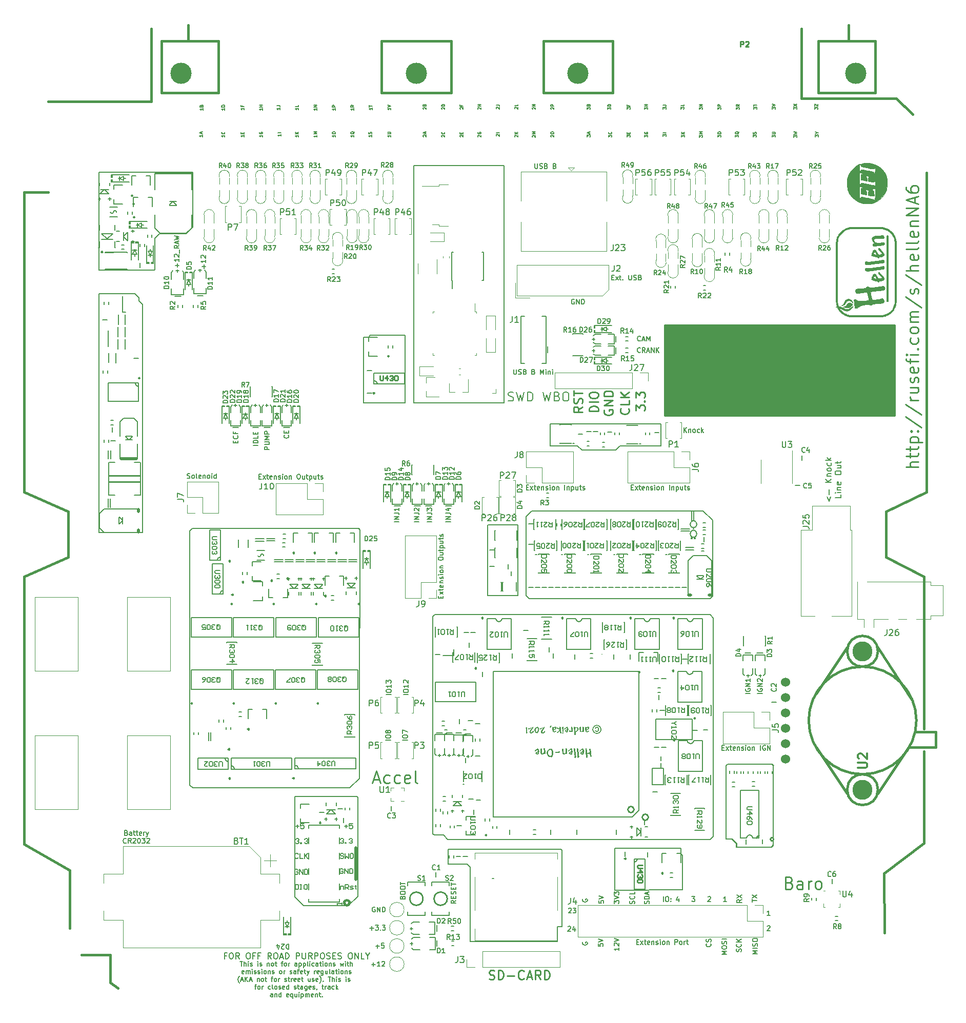
<source format=gto>
G75*
G70*
%OFA0B0*%
%FSLAX25Y25*%
%IPPOS*%
%LPD*%
%AMOC8*
5,1,8,0,0,1.08239X$1,22.5*
%
%ADD109C,0.00010*%
%ADD122C,0.00669*%
%ADD136C,0.13780*%
%ADD147C,0.00472*%
%ADD187C,0.00875*%
%ADD196C,0.00787*%
%ADD213C,0.00650*%
%ADD221C,0.01500*%
%ADD229C,0.13000*%
%ADD24C,0.01200*%
%ADD246C,0.01000*%
%ADD257C,0.01968*%
%ADD270C,0.01575*%
%ADD306C,0.00800*%
%ADD317C,0.00500*%
%ADD329C,0.00591*%
%ADD334C,0.00984*%
%ADD349C,0.00394*%
%ADD39C,0.00689*%
%ADD78C,0.06000*%
%ADD84C,0.00390*%
X0000000Y0000000D02*
%LPD*%
G01*
D221*
X0037445Y0319488D02*
X0008901Y0332283D01*
X0595516Y0332283D02*
X0595516Y0539792D01*
X0065004Y0013386D02*
X0065004Y0031102D01*
X0024649Y0586220D02*
X0091579Y0586220D01*
X0008901Y0277165D02*
X0037445Y0289961D01*
X0569138Y0319685D02*
X0569138Y0289764D01*
X0037445Y0289961D02*
X0037445Y0319488D01*
X0065004Y0013386D02*
X0069925Y0009449D01*
X0567957Y0084252D02*
X0593941Y0103937D01*
X0575831Y0588189D02*
X0514059Y0588189D01*
X0595516Y0332283D02*
X0569138Y0319685D01*
X0024649Y0527165D02*
X0008901Y0527165D01*
D334*
X0574803Y0440945D02*
X0425197Y0440945D01*
X0425197Y0440945D02*
X0425197Y0381890D01*
X0425197Y0381890D02*
X0574803Y0381890D01*
X0574803Y0381890D02*
X0574803Y0440945D01*
G36*
X0574803Y0440945D02*
G01*
X0425197Y0440945D01*
X0425197Y0381890D01*
X0574803Y0381890D01*
X0574803Y0440945D01*
G37*
D221*
X0586617Y0577981D02*
X0575831Y0588189D01*
X0514059Y0588189D02*
X0514059Y0633465D01*
X0091579Y0586220D02*
X0091579Y0633465D01*
X0065004Y0031102D02*
X0046303Y0031102D01*
X0038429Y0048453D02*
X0038429Y0086220D01*
X0008901Y0332283D02*
X0008901Y0527165D01*
X0569138Y0289764D02*
X0593941Y0277165D01*
X0568113Y0045697D02*
X0567957Y0084252D01*
X0038429Y0086220D02*
X0008901Y0103150D01*
X0593941Y0178374D02*
X0593941Y0277165D01*
X0008901Y0103150D02*
X0008901Y0277165D01*
X0593941Y0103937D02*
X0593941Y0163414D01*
D122*
X0289614Y0066685D02*
X0288114Y0065636D01*
X0289614Y0064886D02*
X0286464Y0064886D01*
X0286464Y0066085D01*
X0286614Y0066385D01*
X0286764Y0066535D01*
X0287064Y0066685D01*
X0287514Y0066685D01*
X0287814Y0066535D01*
X0287964Y0066385D01*
X0288114Y0066085D01*
X0288114Y0064886D01*
X0287964Y0068035D02*
X0287964Y0069085D01*
X0289614Y0069535D02*
X0289614Y0068035D01*
X0286464Y0068035D01*
X0286464Y0069535D01*
X0289464Y0070735D02*
X0289614Y0071185D01*
X0289614Y0071935D01*
X0289464Y0072235D01*
X0289314Y0072385D01*
X0289014Y0072535D01*
X0288714Y0072535D01*
X0288414Y0072385D01*
X0288264Y0072235D01*
X0288114Y0071935D01*
X0287964Y0071335D01*
X0287814Y0071035D01*
X0287664Y0070885D01*
X0287364Y0070735D01*
X0287064Y0070735D01*
X0286764Y0070885D01*
X0286614Y0071035D01*
X0286464Y0071335D01*
X0286464Y0072085D01*
X0286614Y0072535D01*
X0287964Y0073885D02*
X0287964Y0074934D01*
X0289614Y0075384D02*
X0289614Y0073885D01*
X0286464Y0073885D01*
X0286464Y0075384D01*
X0286464Y0076284D02*
X0286464Y0078084D01*
X0289614Y0077184D02*
X0286464Y0077184D01*
D317*
X0459814Y0581117D02*
X0459814Y0582355D01*
X0460576Y0581688D01*
X0460576Y0581974D01*
X0460671Y0582164D01*
X0460767Y0582260D01*
X0460957Y0582355D01*
X0461433Y0582355D01*
X0461624Y0582260D01*
X0461719Y0582164D01*
X0461814Y0581974D01*
X0461814Y0581403D01*
X0461719Y0581212D01*
X0461624Y0581117D01*
X0461814Y0583212D02*
X0459814Y0583212D01*
X0459814Y0583974D01*
X0459909Y0584164D01*
X0460005Y0584260D01*
X0460195Y0584355D01*
X0460481Y0584355D01*
X0460671Y0584260D01*
X0460767Y0584164D01*
X0460862Y0583974D01*
X0460862Y0583212D01*
D122*
X0237458Y0036783D02*
X0239858Y0036783D01*
X0238658Y0035583D02*
X0238658Y0037983D01*
X0242857Y0038733D02*
X0241357Y0038733D01*
X0241207Y0037233D01*
X0241357Y0037383D01*
X0241657Y0037533D01*
X0242407Y0037533D01*
X0242707Y0037383D01*
X0242857Y0037233D01*
X0243007Y0036933D01*
X0243007Y0036183D01*
X0242857Y0035883D01*
X0242707Y0035733D01*
X0242407Y0035583D01*
X0241657Y0035583D01*
X0241357Y0035733D01*
X0241207Y0035883D01*
D317*
X0400814Y0563212D02*
X0400814Y0564450D01*
X0401576Y0563783D01*
X0401576Y0564069D01*
X0401671Y0564260D01*
X0401767Y0564355D01*
X0401957Y0564450D01*
X0402433Y0564450D01*
X0402624Y0564355D01*
X0402719Y0564260D01*
X0402814Y0564069D01*
X0402814Y0563498D01*
X0402719Y0563307D01*
X0402624Y0563212D01*
X0401767Y0565307D02*
X0401767Y0565974D01*
X0402814Y0566260D02*
X0402814Y0565307D01*
X0400814Y0565307D01*
X0400814Y0566260D01*
X0175314Y0582093D02*
X0175314Y0580950D01*
X0175314Y0581522D02*
X0173314Y0581522D01*
X0173600Y0581331D01*
X0173790Y0581141D01*
X0173886Y0580950D01*
X0173314Y0583522D02*
X0174743Y0583522D01*
X0175028Y0583426D01*
X0175219Y0583236D01*
X0175314Y0582950D01*
X0175314Y0582760D01*
D122*
X0409639Y0430793D02*
X0409489Y0430643D01*
X0409039Y0430493D01*
X0408739Y0430493D01*
X0408289Y0430643D01*
X0407989Y0430943D01*
X0407839Y0431243D01*
X0407689Y0431843D01*
X0407689Y0432293D01*
X0407839Y0432892D01*
X0407989Y0433192D01*
X0408289Y0433492D01*
X0408739Y0433642D01*
X0409039Y0433642D01*
X0409489Y0433492D01*
X0409639Y0433342D01*
X0410839Y0431393D02*
X0412339Y0431393D01*
X0410539Y0430493D02*
X0411589Y0433642D01*
X0412639Y0430493D01*
X0413689Y0430493D02*
X0413689Y0433642D01*
X0414738Y0431393D01*
X0415788Y0433642D01*
X0415788Y0430493D01*
X0475443Y0067186D02*
X0473944Y0066136D01*
X0475443Y0065386D02*
X0472294Y0065386D01*
X0472294Y0066586D01*
X0472444Y0066886D01*
X0472594Y0067036D01*
X0472894Y0067186D01*
X0473344Y0067186D01*
X0473644Y0067036D01*
X0473794Y0066886D01*
X0473944Y0066586D01*
X0473944Y0065386D01*
X0472294Y0068236D02*
X0475443Y0070335D01*
X0472294Y0070335D02*
X0475443Y0068236D01*
D317*
X0247314Y0564307D02*
X0247314Y0563164D01*
X0247314Y0563736D02*
X0245314Y0563736D01*
X0245600Y0563545D01*
X0245790Y0563355D01*
X0245886Y0563164D01*
X0245314Y0565164D02*
X0246933Y0565164D01*
X0247124Y0565260D01*
X0247219Y0565355D01*
X0247314Y0565545D01*
X0247314Y0565926D01*
X0247219Y0566117D01*
X0247124Y0566212D01*
X0246933Y0566307D01*
X0245314Y0566307D01*
D122*
X0340889Y0545819D02*
X0340889Y0543270D01*
X0341039Y0542970D01*
X0341189Y0542820D01*
X0341489Y0542670D01*
X0342088Y0542670D01*
X0342388Y0542820D01*
X0342538Y0542970D01*
X0342688Y0543270D01*
X0342688Y0545819D01*
X0344038Y0542820D02*
X0344488Y0542670D01*
X0345238Y0542670D01*
X0345538Y0542820D01*
X0345688Y0542970D01*
X0345838Y0543270D01*
X0345838Y0543570D01*
X0345688Y0543870D01*
X0345538Y0544020D01*
X0345238Y0544169D01*
X0344638Y0544319D01*
X0344338Y0544469D01*
X0344188Y0544619D01*
X0344038Y0544919D01*
X0344038Y0545219D01*
X0344188Y0545519D01*
X0344338Y0545669D01*
X0344638Y0545819D01*
X0345388Y0545819D01*
X0345838Y0545669D01*
X0348238Y0544319D02*
X0348688Y0544169D01*
X0348838Y0544020D01*
X0348988Y0543720D01*
X0348988Y0543270D01*
X0348838Y0542970D01*
X0348688Y0542820D01*
X0348388Y0542670D01*
X0347188Y0542670D01*
X0347188Y0545819D01*
X0348238Y0545819D01*
X0348538Y0545669D01*
X0348688Y0545519D01*
X0348838Y0545219D01*
X0348838Y0544919D01*
X0348688Y0544619D01*
X0348538Y0544469D01*
X0348238Y0544319D01*
X0347188Y0544319D01*
X0353787Y0544319D02*
X0354237Y0544169D01*
X0354387Y0544020D01*
X0354537Y0543720D01*
X0354537Y0543270D01*
X0354387Y0542970D01*
X0354237Y0542820D01*
X0353937Y0542670D01*
X0352737Y0542670D01*
X0352737Y0545819D01*
X0353787Y0545819D01*
X0354087Y0545669D01*
X0354237Y0545519D01*
X0354387Y0545219D01*
X0354387Y0544919D01*
X0354237Y0544619D01*
X0354087Y0544469D01*
X0353787Y0544319D01*
X0352737Y0544319D01*
D317*
X0235314Y0582093D02*
X0235314Y0580950D01*
X0235314Y0581522D02*
X0233314Y0581522D01*
X0233600Y0581331D01*
X0233790Y0581141D01*
X0233886Y0580950D01*
X0233314Y0582664D02*
X0233314Y0583807D01*
X0235314Y0583236D02*
X0233314Y0583236D01*
X0522814Y0581164D02*
X0522814Y0582403D01*
X0523576Y0581736D01*
X0523576Y0582022D01*
X0523671Y0582212D01*
X0523767Y0582307D01*
X0523957Y0582403D01*
X0524433Y0582403D01*
X0524624Y0582307D01*
X0524719Y0582212D01*
X0524814Y0582022D01*
X0524814Y0581450D01*
X0524719Y0581260D01*
X0524624Y0581164D01*
X0522814Y0583069D02*
X0522814Y0584403D01*
X0524814Y0583069D01*
X0524814Y0584403D01*
D122*
X0482136Y0065723D02*
X0482136Y0067523D01*
X0485286Y0066623D02*
X0482136Y0066623D01*
X0482136Y0068273D02*
X0485286Y0070373D01*
X0482136Y0070373D02*
X0485286Y0068273D01*
X0485680Y0031921D02*
X0482530Y0031921D01*
X0484780Y0032971D01*
X0482530Y0034021D01*
X0485680Y0034021D01*
X0485680Y0035521D02*
X0482530Y0035521D01*
X0485530Y0036871D02*
X0485680Y0037321D01*
X0485680Y0038071D01*
X0485530Y0038371D01*
X0485380Y0038521D01*
X0485080Y0038671D01*
X0484780Y0038671D01*
X0484480Y0038521D01*
X0484330Y0038371D01*
X0484180Y0038071D01*
X0484030Y0037471D01*
X0483880Y0037171D01*
X0483730Y0037021D01*
X0483430Y0036871D01*
X0483130Y0036871D01*
X0482830Y0037021D01*
X0482680Y0037171D01*
X0482530Y0037471D01*
X0482530Y0038221D01*
X0482680Y0038671D01*
X0482530Y0040620D02*
X0482530Y0041220D01*
X0482680Y0041520D01*
X0482980Y0041820D01*
X0483580Y0041970D01*
X0484630Y0041970D01*
X0485230Y0041820D01*
X0485530Y0041520D01*
X0485680Y0041220D01*
X0485680Y0040620D01*
X0485530Y0040320D01*
X0485230Y0040020D01*
X0484630Y0039870D01*
X0483580Y0039870D01*
X0482980Y0040020D01*
X0482680Y0040320D01*
X0482530Y0040620D01*
X0286073Y0313024D02*
X0282924Y0313024D01*
X0286073Y0314524D02*
X0282924Y0314524D01*
X0286073Y0316323D01*
X0282924Y0316323D01*
X0282924Y0318723D02*
X0285173Y0318723D01*
X0285623Y0318573D01*
X0285923Y0318273D01*
X0286073Y0317823D01*
X0286073Y0317523D01*
X0283974Y0321573D02*
X0286073Y0321573D01*
X0282774Y0320823D02*
X0285023Y0320073D01*
X0285023Y0322023D01*
D334*
X0311216Y0015551D02*
X0312060Y0015270D01*
X0313466Y0015270D01*
X0314028Y0015551D01*
X0314310Y0015832D01*
X0314591Y0016395D01*
X0314591Y0016957D01*
X0314310Y0017519D01*
X0314028Y0017801D01*
X0313466Y0018082D01*
X0312341Y0018363D01*
X0311779Y0018644D01*
X0311497Y0018925D01*
X0311216Y0019488D01*
X0311216Y0020050D01*
X0311497Y0020613D01*
X0311779Y0020894D01*
X0312341Y0021175D01*
X0313747Y0021175D01*
X0314591Y0020894D01*
X0317122Y0015270D02*
X0317122Y0021175D01*
X0318528Y0021175D01*
X0319371Y0020894D01*
X0319934Y0020332D01*
X0320215Y0019769D01*
X0320496Y0018644D01*
X0320496Y0017801D01*
X0320215Y0016676D01*
X0319934Y0016113D01*
X0319371Y0015551D01*
X0318528Y0015270D01*
X0317122Y0015270D01*
X0323027Y0017519D02*
X0327527Y0017519D01*
X0333713Y0015832D02*
X0333432Y0015551D01*
X0332589Y0015270D01*
X0332026Y0015270D01*
X0331182Y0015551D01*
X0330620Y0016113D01*
X0330339Y0016676D01*
X0330058Y0017801D01*
X0330058Y0018644D01*
X0330339Y0019769D01*
X0330620Y0020332D01*
X0331182Y0020894D01*
X0332026Y0021175D01*
X0332589Y0021175D01*
X0333432Y0020894D01*
X0333713Y0020613D01*
X0335963Y0016957D02*
X0338775Y0016957D01*
X0335401Y0015270D02*
X0337369Y0021175D01*
X0339338Y0015270D01*
X0344681Y0015270D02*
X0342712Y0018082D01*
X0341306Y0015270D02*
X0341306Y0021175D01*
X0343556Y0021175D01*
X0344118Y0020894D01*
X0344400Y0020613D01*
X0344681Y0020050D01*
X0344681Y0019207D01*
X0344400Y0018644D01*
X0344118Y0018363D01*
X0343556Y0018082D01*
X0341306Y0018082D01*
X0347212Y0015270D02*
X0347212Y0021175D01*
X0348618Y0021175D01*
X0349461Y0020894D01*
X0350024Y0020332D01*
X0350305Y0019769D01*
X0350586Y0018644D01*
X0350586Y0017801D01*
X0350305Y0016676D01*
X0350024Y0016113D01*
X0349461Y0015551D01*
X0348618Y0015270D01*
X0347212Y0015270D01*
D317*
X0374814Y0563260D02*
X0374814Y0564498D01*
X0375576Y0563831D01*
X0375576Y0564117D01*
X0375671Y0564307D01*
X0375767Y0564403D01*
X0375957Y0564498D01*
X0376433Y0564498D01*
X0376624Y0564403D01*
X0376719Y0564307D01*
X0376814Y0564117D01*
X0376814Y0563545D01*
X0376719Y0563355D01*
X0376624Y0563260D01*
X0376243Y0565260D02*
X0376243Y0566212D01*
X0376814Y0565069D02*
X0374814Y0565736D01*
X0376814Y0566403D01*
X0400814Y0581260D02*
X0400814Y0582498D01*
X0401576Y0581831D01*
X0401576Y0582117D01*
X0401671Y0582307D01*
X0401767Y0582403D01*
X0401957Y0582498D01*
X0402433Y0582498D01*
X0402624Y0582403D01*
X0402719Y0582307D01*
X0402814Y0582117D01*
X0402814Y0581545D01*
X0402719Y0581355D01*
X0402624Y0581260D01*
X0401767Y0584022D02*
X0401767Y0583355D01*
X0402814Y0583355D02*
X0400814Y0583355D01*
X0400814Y0584307D01*
X0471314Y0563069D02*
X0471314Y0564307D01*
X0472076Y0563641D01*
X0472076Y0563926D01*
X0472171Y0564117D01*
X0472267Y0564212D01*
X0472457Y0564307D01*
X0472933Y0564307D01*
X0473124Y0564212D01*
X0473219Y0564117D01*
X0473314Y0563926D01*
X0473314Y0563355D01*
X0473219Y0563164D01*
X0473124Y0563069D01*
X0473505Y0566498D02*
X0473409Y0566307D01*
X0473219Y0566117D01*
X0472933Y0565831D01*
X0472838Y0565641D01*
X0472838Y0565450D01*
X0473314Y0565545D02*
X0473219Y0565355D01*
X0473028Y0565164D01*
X0472648Y0565069D01*
X0471981Y0565069D01*
X0471600Y0565164D01*
X0471409Y0565355D01*
X0471314Y0565545D01*
X0471314Y0565926D01*
X0471409Y0566117D01*
X0471600Y0566307D01*
X0471981Y0566403D01*
X0472648Y0566403D01*
X0473028Y0566307D01*
X0473219Y0566117D01*
X0473314Y0565926D01*
X0473314Y0565545D01*
X0436314Y0563117D02*
X0436314Y0564355D01*
X0437076Y0563688D01*
X0437076Y0563974D01*
X0437171Y0564164D01*
X0437267Y0564260D01*
X0437457Y0564355D01*
X0437933Y0564355D01*
X0438124Y0564260D01*
X0438219Y0564164D01*
X0438314Y0563974D01*
X0438314Y0563403D01*
X0438219Y0563212D01*
X0438124Y0563117D01*
X0438314Y0565212D02*
X0436314Y0565212D01*
X0438314Y0566355D02*
X0437171Y0565498D01*
X0436314Y0566355D02*
X0437457Y0565212D01*
D122*
X0332530Y0321719D02*
X0329380Y0321719D01*
X0329380Y0322469D01*
X0329530Y0322919D01*
X0329830Y0323219D01*
X0330130Y0323369D01*
X0330730Y0323519D01*
X0331180Y0323519D01*
X0331780Y0323369D01*
X0332080Y0323219D01*
X0332380Y0322919D01*
X0332530Y0322469D01*
X0332530Y0321719D01*
X0330430Y0326218D02*
X0332530Y0326218D01*
X0329230Y0325468D02*
X0331480Y0324718D01*
X0331480Y0326668D01*
D329*
X0531026Y0329096D02*
X0532151Y0326097D01*
X0533276Y0329096D01*
X0532339Y0330596D02*
X0532339Y0333971D01*
X0533651Y0338470D02*
X0529714Y0338470D01*
X0533651Y0340720D02*
X0531401Y0339033D01*
X0529714Y0340720D02*
X0531964Y0338470D01*
X0531026Y0342407D02*
X0533651Y0342407D01*
X0531401Y0342407D02*
X0531214Y0342595D01*
X0531026Y0342970D01*
X0531026Y0343532D01*
X0531214Y0343907D01*
X0531589Y0344094D01*
X0533651Y0344094D01*
X0533651Y0346532D02*
X0533464Y0346157D01*
X0533276Y0345969D01*
X0532901Y0345782D01*
X0531776Y0345782D01*
X0531401Y0345969D01*
X0531214Y0346157D01*
X0531026Y0346532D01*
X0531026Y0347094D01*
X0531214Y0347469D01*
X0531401Y0347657D01*
X0531776Y0347844D01*
X0532901Y0347844D01*
X0533276Y0347657D01*
X0533464Y0347469D01*
X0533651Y0347094D01*
X0533651Y0346532D01*
X0533464Y0351219D02*
X0533651Y0350844D01*
X0533651Y0350094D01*
X0533464Y0349719D01*
X0533276Y0349531D01*
X0532901Y0349344D01*
X0531776Y0349344D01*
X0531401Y0349531D01*
X0531214Y0349719D01*
X0531026Y0350094D01*
X0531026Y0350844D01*
X0531214Y0351219D01*
X0533651Y0352906D02*
X0529714Y0352906D01*
X0532151Y0353281D02*
X0533651Y0354406D01*
X0531026Y0354406D02*
X0532526Y0352906D01*
X0539990Y0330502D02*
X0539990Y0328628D01*
X0536053Y0328628D01*
X0539990Y0331815D02*
X0537365Y0331815D01*
X0536053Y0331815D02*
X0536240Y0331627D01*
X0536428Y0331815D01*
X0536240Y0332002D01*
X0536053Y0331815D01*
X0536428Y0331815D01*
X0537365Y0333690D02*
X0539990Y0333690D01*
X0537740Y0333690D02*
X0537552Y0333877D01*
X0537365Y0334252D01*
X0537365Y0334814D01*
X0537552Y0335189D01*
X0537927Y0335377D01*
X0539990Y0335377D01*
X0539802Y0338751D02*
X0539990Y0338376D01*
X0539990Y0337627D01*
X0539802Y0337252D01*
X0539427Y0337064D01*
X0537927Y0337064D01*
X0537552Y0337252D01*
X0537365Y0337627D01*
X0537365Y0338376D01*
X0537552Y0338751D01*
X0537927Y0338939D01*
X0538302Y0338939D01*
X0538677Y0337064D01*
X0536053Y0344376D02*
X0536053Y0345126D01*
X0536240Y0345501D01*
X0536615Y0345876D01*
X0537365Y0346063D01*
X0538677Y0346063D01*
X0539427Y0345876D01*
X0539802Y0345501D01*
X0539990Y0345126D01*
X0539990Y0344376D01*
X0539802Y0344001D01*
X0539427Y0343626D01*
X0538677Y0343438D01*
X0537365Y0343438D01*
X0536615Y0343626D01*
X0536240Y0344001D01*
X0536053Y0344376D01*
X0537365Y0349438D02*
X0539990Y0349438D01*
X0537365Y0347750D02*
X0539427Y0347750D01*
X0539802Y0347938D01*
X0539990Y0348313D01*
X0539990Y0348875D01*
X0539802Y0349250D01*
X0539615Y0349438D01*
X0537365Y0350750D02*
X0537365Y0352250D01*
X0536053Y0351312D02*
X0539427Y0351312D01*
X0539802Y0351500D01*
X0539990Y0351875D01*
X0539990Y0352250D01*
D122*
X0161589Y0342379D02*
X0162639Y0342379D01*
X0163089Y0340729D02*
X0161589Y0340729D01*
X0161589Y0343879D01*
X0163089Y0343879D01*
X0164138Y0340729D02*
X0165788Y0342829D01*
X0164138Y0342829D02*
X0165788Y0340729D01*
X0166538Y0342829D02*
X0167738Y0342829D01*
X0166988Y0343879D02*
X0166988Y0341179D01*
X0167138Y0340879D01*
X0167438Y0340729D01*
X0167738Y0340729D01*
X0169988Y0340879D02*
X0169688Y0340729D01*
X0169088Y0340729D01*
X0168788Y0340879D01*
X0168638Y0341179D01*
X0168638Y0342379D01*
X0168788Y0342679D01*
X0169088Y0342829D01*
X0169688Y0342829D01*
X0169988Y0342679D01*
X0170138Y0342379D01*
X0170138Y0342079D01*
X0168638Y0341779D01*
X0171488Y0342829D02*
X0171488Y0340729D01*
X0171488Y0342529D02*
X0171638Y0342679D01*
X0171938Y0342829D01*
X0172387Y0342829D01*
X0172687Y0342679D01*
X0172837Y0342379D01*
X0172837Y0340729D01*
X0174187Y0340879D02*
X0174487Y0340729D01*
X0175087Y0340729D01*
X0175387Y0340879D01*
X0175537Y0341179D01*
X0175537Y0341329D01*
X0175387Y0341629D01*
X0175087Y0341779D01*
X0174637Y0341779D01*
X0174337Y0341929D01*
X0174187Y0342229D01*
X0174187Y0342379D01*
X0174337Y0342679D01*
X0174637Y0342829D01*
X0175087Y0342829D01*
X0175387Y0342679D01*
X0176887Y0340729D02*
X0176887Y0342829D01*
X0176887Y0343879D02*
X0176737Y0343729D01*
X0176887Y0343579D01*
X0177037Y0343729D01*
X0176887Y0343879D01*
X0176887Y0343579D01*
X0178837Y0340729D02*
X0178537Y0340879D01*
X0178387Y0341029D01*
X0178237Y0341329D01*
X0178237Y0342229D01*
X0178387Y0342529D01*
X0178537Y0342679D01*
X0178837Y0342829D01*
X0179287Y0342829D01*
X0179587Y0342679D01*
X0179737Y0342529D01*
X0179887Y0342229D01*
X0179887Y0341329D01*
X0179737Y0341029D01*
X0179587Y0340879D01*
X0179287Y0340729D01*
X0178837Y0340729D01*
X0181236Y0342829D02*
X0181236Y0340729D01*
X0181236Y0342529D02*
X0181386Y0342679D01*
X0181686Y0342829D01*
X0182136Y0342829D01*
X0182436Y0342679D01*
X0182586Y0342379D01*
X0182586Y0340729D01*
X0187086Y0343879D02*
X0187686Y0343879D01*
X0187986Y0343729D01*
X0188285Y0343429D01*
X0188435Y0342829D01*
X0188435Y0341779D01*
X0188285Y0341179D01*
X0187986Y0340879D01*
X0187686Y0340729D01*
X0187086Y0340729D01*
X0186786Y0340879D01*
X0186486Y0341179D01*
X0186336Y0341779D01*
X0186336Y0342829D01*
X0186486Y0343429D01*
X0186786Y0343729D01*
X0187086Y0343879D01*
X0191135Y0342829D02*
X0191135Y0340729D01*
X0189785Y0342829D02*
X0189785Y0341179D01*
X0189935Y0340879D01*
X0190235Y0340729D01*
X0190685Y0340729D01*
X0190985Y0340879D01*
X0191135Y0341029D01*
X0192185Y0342829D02*
X0193385Y0342829D01*
X0192635Y0343879D02*
X0192635Y0341179D01*
X0192785Y0340879D01*
X0193085Y0340729D01*
X0193385Y0340729D01*
X0194435Y0342829D02*
X0194435Y0339679D01*
X0194435Y0342679D02*
X0194735Y0342829D01*
X0195335Y0342829D01*
X0195635Y0342679D01*
X0195785Y0342529D01*
X0195935Y0342229D01*
X0195935Y0341329D01*
X0195785Y0341029D01*
X0195635Y0340879D01*
X0195335Y0340729D01*
X0194735Y0340729D01*
X0194435Y0340879D01*
X0198634Y0342829D02*
X0198634Y0340729D01*
X0197284Y0342829D02*
X0197284Y0341179D01*
X0197434Y0340879D01*
X0197734Y0340729D01*
X0198184Y0340729D01*
X0198484Y0340879D01*
X0198634Y0341029D01*
X0199684Y0342829D02*
X0200884Y0342829D01*
X0200134Y0343879D02*
X0200134Y0341179D01*
X0200284Y0340879D01*
X0200584Y0340729D01*
X0200884Y0340729D01*
X0201784Y0340879D02*
X0202084Y0340729D01*
X0202684Y0340729D01*
X0202984Y0340879D01*
X0203134Y0341179D01*
X0203134Y0341329D01*
X0202984Y0341629D01*
X0202684Y0341779D01*
X0202234Y0341779D01*
X0201934Y0341929D01*
X0201784Y0342229D01*
X0201784Y0342379D01*
X0201934Y0342679D01*
X0202234Y0342829D01*
X0202684Y0342829D01*
X0202984Y0342679D01*
D317*
X0292505Y0581355D02*
X0292409Y0581450D01*
X0292314Y0581641D01*
X0292314Y0582117D01*
X0292409Y0582307D01*
X0292505Y0582403D01*
X0292695Y0582498D01*
X0292886Y0582498D01*
X0293171Y0582403D01*
X0294314Y0581260D01*
X0294314Y0582498D01*
X0293267Y0584022D02*
X0293267Y0583355D01*
X0294314Y0583355D02*
X0292314Y0583355D01*
X0292314Y0584307D01*
D122*
X0279699Y0263189D02*
X0279699Y0264239D01*
X0281349Y0264688D02*
X0281349Y0263189D01*
X0278199Y0263189D01*
X0278199Y0264688D01*
X0281349Y0265738D02*
X0279249Y0267388D01*
X0279249Y0265738D02*
X0281349Y0267388D01*
X0279249Y0268138D02*
X0279249Y0269338D01*
X0278199Y0268588D02*
X0280899Y0268588D01*
X0281199Y0268738D01*
X0281349Y0269038D01*
X0281349Y0269338D01*
X0281199Y0271588D02*
X0281349Y0271288D01*
X0281349Y0270688D01*
X0281199Y0270388D01*
X0280899Y0270238D01*
X0279699Y0270238D01*
X0279399Y0270388D01*
X0279249Y0270688D01*
X0279249Y0271288D01*
X0279399Y0271588D01*
X0279699Y0271738D01*
X0279999Y0271738D01*
X0280299Y0270238D01*
X0279249Y0273087D02*
X0281349Y0273087D01*
X0279549Y0273087D02*
X0279399Y0273237D01*
X0279249Y0273537D01*
X0279249Y0273987D01*
X0279399Y0274287D01*
X0279699Y0274437D01*
X0281349Y0274437D01*
X0281199Y0275787D02*
X0281349Y0276087D01*
X0281349Y0276687D01*
X0281199Y0276987D01*
X0280899Y0277137D01*
X0280749Y0277137D01*
X0280449Y0276987D01*
X0280299Y0276687D01*
X0280299Y0276237D01*
X0280149Y0275937D01*
X0279849Y0275787D01*
X0279699Y0275787D01*
X0279399Y0275937D01*
X0279249Y0276237D01*
X0279249Y0276687D01*
X0279399Y0276987D01*
X0281349Y0278487D02*
X0279249Y0278487D01*
X0278199Y0278487D02*
X0278349Y0278337D01*
X0278499Y0278487D01*
X0278349Y0278637D01*
X0278199Y0278487D01*
X0278499Y0278487D01*
X0281349Y0280436D02*
X0281199Y0280137D01*
X0281049Y0279987D01*
X0280749Y0279837D01*
X0279849Y0279837D01*
X0279549Y0279987D01*
X0279399Y0280137D01*
X0279249Y0280436D01*
X0279249Y0280886D01*
X0279399Y0281186D01*
X0279549Y0281336D01*
X0279849Y0281486D01*
X0280749Y0281486D01*
X0281049Y0281336D01*
X0281199Y0281186D01*
X0281349Y0280886D01*
X0281349Y0280436D01*
X0279249Y0282836D02*
X0281349Y0282836D01*
X0279549Y0282836D02*
X0279399Y0282986D01*
X0279249Y0283286D01*
X0279249Y0283736D01*
X0279399Y0284036D01*
X0279699Y0284186D01*
X0281349Y0284186D01*
X0278199Y0288685D02*
X0278199Y0289285D01*
X0278349Y0289585D01*
X0278649Y0289885D01*
X0279249Y0290035D01*
X0280299Y0290035D01*
X0280899Y0289885D01*
X0281199Y0289585D01*
X0281349Y0289285D01*
X0281349Y0288685D01*
X0281199Y0288386D01*
X0280899Y0288086D01*
X0280299Y0287936D01*
X0279249Y0287936D01*
X0278649Y0288086D01*
X0278349Y0288386D01*
X0278199Y0288685D01*
X0279249Y0292735D02*
X0281349Y0292735D01*
X0279249Y0291385D02*
X0280899Y0291385D01*
X0281199Y0291535D01*
X0281349Y0291835D01*
X0281349Y0292285D01*
X0281199Y0292585D01*
X0281049Y0292735D01*
X0279249Y0293785D02*
X0279249Y0294985D01*
X0278199Y0294235D02*
X0280899Y0294235D01*
X0281199Y0294385D01*
X0281349Y0294685D01*
X0281349Y0294985D01*
X0279249Y0296035D02*
X0282399Y0296035D01*
X0279399Y0296035D02*
X0279249Y0296335D01*
X0279249Y0296934D01*
X0279399Y0297234D01*
X0279549Y0297384D01*
X0279849Y0297534D01*
X0280749Y0297534D01*
X0281049Y0297384D01*
X0281199Y0297234D01*
X0281349Y0296934D01*
X0281349Y0296335D01*
X0281199Y0296035D01*
X0279249Y0300234D02*
X0281349Y0300234D01*
X0279249Y0298884D02*
X0280899Y0298884D01*
X0281199Y0299034D01*
X0281349Y0299334D01*
X0281349Y0299784D01*
X0281199Y0300084D01*
X0281049Y0300234D01*
X0279249Y0301284D02*
X0279249Y0302484D01*
X0278199Y0301734D02*
X0280899Y0301734D01*
X0281199Y0301884D01*
X0281349Y0302184D01*
X0281349Y0302484D01*
X0281199Y0303384D02*
X0281349Y0303684D01*
X0281349Y0304284D01*
X0281199Y0304583D01*
X0280899Y0304733D01*
X0280749Y0304733D01*
X0280449Y0304583D01*
X0280299Y0304284D01*
X0280299Y0303834D01*
X0280149Y0303534D01*
X0279849Y0303384D01*
X0279699Y0303384D01*
X0279399Y0303534D01*
X0279249Y0303834D01*
X0279249Y0304284D01*
X0279399Y0304583D01*
X0455065Y0038446D02*
X0455215Y0038296D01*
X0455365Y0037846D01*
X0455365Y0037546D01*
X0455215Y0037096D01*
X0454915Y0036796D01*
X0454615Y0036646D01*
X0454015Y0036496D01*
X0453565Y0036496D01*
X0452965Y0036646D01*
X0452665Y0036796D01*
X0452365Y0037096D01*
X0452215Y0037546D01*
X0452215Y0037846D01*
X0452365Y0038296D01*
X0452515Y0038446D01*
X0455215Y0039645D02*
X0455365Y0040095D01*
X0455365Y0040845D01*
X0455215Y0041145D01*
X0455065Y0041295D01*
X0454765Y0041445D01*
X0454465Y0041445D01*
X0454165Y0041295D01*
X0454015Y0041145D01*
X0453865Y0040845D01*
X0453715Y0040245D01*
X0453565Y0039945D01*
X0453415Y0039795D01*
X0453115Y0039645D01*
X0452815Y0039645D01*
X0452515Y0039795D01*
X0452365Y0039945D01*
X0452215Y0040245D01*
X0452215Y0040995D01*
X0452365Y0041445D01*
X0437798Y0371044D02*
X0437798Y0374194D01*
X0439598Y0371044D02*
X0438248Y0372844D01*
X0439598Y0374194D02*
X0437798Y0372394D01*
X0440948Y0373144D02*
X0440948Y0371044D01*
X0440948Y0372844D02*
X0441098Y0372994D01*
X0441398Y0373144D01*
X0441848Y0373144D01*
X0442147Y0372994D01*
X0442297Y0372694D01*
X0442297Y0371044D01*
X0444247Y0371044D02*
X0443947Y0371194D01*
X0443797Y0371344D01*
X0443647Y0371644D01*
X0443647Y0372544D01*
X0443797Y0372844D01*
X0443947Y0372994D01*
X0444247Y0373144D01*
X0444697Y0373144D01*
X0444997Y0372994D01*
X0445147Y0372844D01*
X0445297Y0372544D01*
X0445297Y0371644D01*
X0445147Y0371344D01*
X0444997Y0371194D01*
X0444697Y0371044D01*
X0444247Y0371044D01*
X0447997Y0371194D02*
X0447697Y0371044D01*
X0447097Y0371044D01*
X0446797Y0371194D01*
X0446647Y0371344D01*
X0446497Y0371644D01*
X0446497Y0372544D01*
X0446647Y0372844D01*
X0446797Y0372994D01*
X0447097Y0373144D01*
X0447697Y0373144D01*
X0447997Y0372994D01*
X0449347Y0371044D02*
X0449347Y0374194D01*
X0449647Y0372244D02*
X0450546Y0371044D01*
X0450546Y0373144D02*
X0449347Y0371944D01*
X0160876Y0362682D02*
X0157727Y0362682D01*
X0160876Y0364182D02*
X0157727Y0364182D01*
X0157727Y0364932D01*
X0157877Y0365382D01*
X0158177Y0365682D01*
X0158477Y0365832D01*
X0159077Y0365982D01*
X0159527Y0365982D01*
X0160126Y0365832D01*
X0160426Y0365682D01*
X0160726Y0365382D01*
X0160876Y0364932D01*
X0160876Y0364182D01*
X0160876Y0368832D02*
X0160876Y0367332D01*
X0157727Y0367332D01*
X0159227Y0369882D02*
X0159227Y0370931D01*
X0160876Y0371381D02*
X0160876Y0369882D01*
X0157727Y0369882D01*
X0157727Y0371381D01*
D317*
X0483314Y0581355D02*
X0483314Y0582593D01*
X0484076Y0581926D01*
X0484076Y0582212D01*
X0484171Y0582403D01*
X0484267Y0582498D01*
X0484457Y0582593D01*
X0484933Y0582593D01*
X0485124Y0582498D01*
X0485219Y0582403D01*
X0485314Y0582212D01*
X0485314Y0581641D01*
X0485219Y0581450D01*
X0485124Y0581355D01*
X0483314Y0583164D02*
X0483314Y0584307D01*
X0485314Y0583736D02*
X0483314Y0583736D01*
X0187314Y0582045D02*
X0187314Y0580903D01*
X0187314Y0581474D02*
X0185314Y0581474D01*
X0185600Y0581283D01*
X0185790Y0581093D01*
X0185886Y0580903D01*
X0187314Y0583855D02*
X0187314Y0582903D01*
X0185314Y0582903D01*
D122*
X0252609Y0313024D02*
X0249459Y0313024D01*
X0252609Y0314524D02*
X0249459Y0314524D01*
X0252609Y0316323D01*
X0249459Y0316323D01*
X0249459Y0318723D02*
X0251709Y0318723D01*
X0252159Y0318573D01*
X0252459Y0318273D01*
X0252609Y0317823D01*
X0252609Y0317523D01*
X0252609Y0321873D02*
X0252609Y0320073D01*
X0252609Y0320973D02*
X0249459Y0320973D01*
X0249909Y0320673D01*
X0250209Y0320373D01*
X0250359Y0320073D01*
X0273869Y0313024D02*
X0270719Y0313024D01*
X0273869Y0314524D02*
X0270719Y0314524D01*
X0273869Y0316323D01*
X0270719Y0316323D01*
X0270719Y0318723D02*
X0272969Y0318723D01*
X0273419Y0318573D01*
X0273719Y0318273D01*
X0273869Y0317823D01*
X0273869Y0317523D01*
X0270719Y0319923D02*
X0270719Y0321873D01*
X0271919Y0320823D01*
X0271919Y0321273D01*
X0272069Y0321573D01*
X0272219Y0321723D01*
X0272519Y0321873D01*
X0273269Y0321873D01*
X0273569Y0321723D01*
X0273719Y0321573D01*
X0273869Y0321273D01*
X0273869Y0320373D01*
X0273719Y0320073D01*
X0273569Y0319923D01*
X0493782Y0056871D02*
X0491983Y0056871D01*
X0492882Y0056871D02*
X0492882Y0060020D01*
X0492583Y0059570D01*
X0492283Y0059270D01*
X0491983Y0059120D01*
D317*
X0424314Y0581355D02*
X0424314Y0582593D01*
X0425076Y0581926D01*
X0425076Y0582212D01*
X0425171Y0582403D01*
X0425267Y0582498D01*
X0425457Y0582593D01*
X0425933Y0582593D01*
X0426124Y0582498D01*
X0426219Y0582403D01*
X0426314Y0582212D01*
X0426314Y0581641D01*
X0426219Y0581450D01*
X0426124Y0581355D01*
X0424314Y0584022D02*
X0425743Y0584022D01*
X0426028Y0583926D01*
X0426219Y0583736D01*
X0426314Y0583450D01*
X0426314Y0583260D01*
D122*
X0075366Y0110634D02*
X0075816Y0110484D01*
X0075966Y0110334D01*
X0076115Y0110034D01*
X0076115Y0109585D01*
X0075966Y0109285D01*
X0075816Y0109135D01*
X0075516Y0108985D01*
X0074316Y0108985D01*
X0074316Y0112134D01*
X0075366Y0112134D01*
X0075666Y0111984D01*
X0075816Y0111834D01*
X0075966Y0111534D01*
X0075966Y0111234D01*
X0075816Y0110934D01*
X0075666Y0110784D01*
X0075366Y0110634D01*
X0074316Y0110634D01*
X0078815Y0108985D02*
X0078815Y0110634D01*
X0078665Y0110934D01*
X0078365Y0111084D01*
X0077765Y0111084D01*
X0077465Y0110934D01*
X0078815Y0109135D02*
X0078515Y0108985D01*
X0077765Y0108985D01*
X0077465Y0109135D01*
X0077315Y0109435D01*
X0077315Y0109735D01*
X0077465Y0110034D01*
X0077765Y0110184D01*
X0078515Y0110184D01*
X0078815Y0110334D01*
X0079865Y0111084D02*
X0081065Y0111084D01*
X0080315Y0112134D02*
X0080315Y0109435D01*
X0080465Y0109135D01*
X0080765Y0108985D01*
X0081065Y0108985D01*
X0081665Y0111084D02*
X0082865Y0111084D01*
X0082115Y0112134D02*
X0082115Y0109435D01*
X0082265Y0109135D01*
X0082565Y0108985D01*
X0082865Y0108985D01*
X0085114Y0109135D02*
X0084814Y0108985D01*
X0084214Y0108985D01*
X0083915Y0109135D01*
X0083765Y0109435D01*
X0083765Y0110634D01*
X0083915Y0110934D01*
X0084214Y0111084D01*
X0084814Y0111084D01*
X0085114Y0110934D01*
X0085264Y0110634D01*
X0085264Y0110334D01*
X0083765Y0110034D01*
X0086614Y0108985D02*
X0086614Y0111084D01*
X0086614Y0110484D02*
X0086764Y0110784D01*
X0086914Y0110934D01*
X0087214Y0111084D01*
X0087514Y0111084D01*
X0088264Y0111084D02*
X0089014Y0108985D01*
X0089764Y0111084D02*
X0089014Y0108985D01*
X0088714Y0108235D01*
X0088564Y0108085D01*
X0088264Y0107935D01*
X0075291Y0104214D02*
X0075141Y0104064D01*
X0074691Y0103914D01*
X0074391Y0103914D01*
X0073941Y0104064D01*
X0073641Y0104364D01*
X0073491Y0104664D01*
X0073341Y0105264D01*
X0073341Y0105714D01*
X0073491Y0106313D01*
X0073641Y0106613D01*
X0073941Y0106913D01*
X0074391Y0107063D01*
X0074691Y0107063D01*
X0075141Y0106913D01*
X0075291Y0106763D01*
X0078440Y0103914D02*
X0077390Y0105414D01*
X0076640Y0103914D02*
X0076640Y0107063D01*
X0077840Y0107063D01*
X0078140Y0106913D01*
X0078290Y0106763D01*
X0078440Y0106463D01*
X0078440Y0106014D01*
X0078290Y0105714D01*
X0078140Y0105564D01*
X0077840Y0105414D01*
X0076640Y0105414D01*
X0079640Y0106763D02*
X0079790Y0106913D01*
X0080090Y0107063D01*
X0080840Y0107063D01*
X0081140Y0106913D01*
X0081290Y0106763D01*
X0081440Y0106463D01*
X0081440Y0106163D01*
X0081290Y0105714D01*
X0079490Y0103914D01*
X0081440Y0103914D01*
X0083390Y0107063D02*
X0083690Y0107063D01*
X0083990Y0106913D01*
X0084139Y0106763D01*
X0084289Y0106463D01*
X0084439Y0105864D01*
X0084439Y0105114D01*
X0084289Y0104514D01*
X0084139Y0104214D01*
X0083990Y0104064D01*
X0083690Y0103914D01*
X0083390Y0103914D01*
X0083090Y0104064D01*
X0082940Y0104214D01*
X0082790Y0104514D01*
X0082640Y0105114D01*
X0082640Y0105864D01*
X0082790Y0106463D01*
X0082940Y0106763D01*
X0083090Y0106913D01*
X0083390Y0107063D01*
X0085489Y0107063D02*
X0087439Y0107063D01*
X0086389Y0105864D01*
X0086839Y0105864D01*
X0087139Y0105714D01*
X0087289Y0105564D01*
X0087439Y0105264D01*
X0087439Y0104514D01*
X0087289Y0104214D01*
X0087139Y0104064D01*
X0086839Y0103914D01*
X0085939Y0103914D01*
X0085639Y0104064D01*
X0085489Y0104214D01*
X0088639Y0106763D02*
X0088789Y0106913D01*
X0089089Y0107063D01*
X0089839Y0107063D01*
X0090139Y0106913D01*
X0090289Y0106763D01*
X0090439Y0106463D01*
X0090439Y0106163D01*
X0090289Y0105714D01*
X0088489Y0103914D01*
X0090439Y0103914D01*
X0488829Y0201209D02*
X0485680Y0201209D01*
X0485830Y0204359D02*
X0485680Y0204059D01*
X0485680Y0203609D01*
X0485830Y0203159D01*
X0486129Y0202859D01*
X0486429Y0202709D01*
X0487029Y0202559D01*
X0487479Y0202559D01*
X0488079Y0202709D01*
X0488379Y0202859D01*
X0488679Y0203159D01*
X0488829Y0203609D01*
X0488829Y0203909D01*
X0488679Y0204359D01*
X0488529Y0204508D01*
X0487479Y0204508D01*
X0487479Y0203909D01*
X0488829Y0205858D02*
X0485680Y0205858D01*
X0488829Y0207658D01*
X0485680Y0207658D01*
X0485980Y0209008D02*
X0485830Y0209158D01*
X0485680Y0209458D01*
X0485680Y0210208D01*
X0485830Y0210508D01*
X0485980Y0210658D01*
X0486279Y0210808D01*
X0486579Y0210808D01*
X0487029Y0210658D01*
X0488829Y0208858D01*
X0488829Y0210808D01*
D317*
X0187314Y0564355D02*
X0187314Y0563212D01*
X0187314Y0563783D02*
X0185314Y0563783D01*
X0185600Y0563593D01*
X0185790Y0563403D01*
X0185886Y0563212D01*
X0187314Y0565212D02*
X0185314Y0565212D01*
X0187314Y0566355D02*
X0186171Y0565498D01*
X0185314Y0566355D02*
X0186457Y0565212D01*
D122*
X0382530Y0066492D02*
X0382530Y0064992D01*
X0384030Y0064842D01*
X0383880Y0064992D01*
X0383730Y0065292D01*
X0383730Y0066042D01*
X0383880Y0066342D01*
X0384030Y0066492D01*
X0384330Y0066642D01*
X0385080Y0066642D01*
X0385380Y0066492D01*
X0385530Y0066342D01*
X0385680Y0066042D01*
X0385680Y0065292D01*
X0385530Y0064992D01*
X0385380Y0064842D01*
X0382530Y0067542D02*
X0385680Y0068592D01*
X0382530Y0069642D01*
X0254893Y0068560D02*
X0255043Y0069010D01*
X0255193Y0069160D01*
X0255493Y0069310D01*
X0255943Y0069310D01*
X0256243Y0069160D01*
X0256393Y0069010D01*
X0256543Y0068710D01*
X0256543Y0067510D01*
X0253393Y0067510D01*
X0253393Y0068560D01*
X0253543Y0068860D01*
X0253693Y0069010D01*
X0253993Y0069160D01*
X0254293Y0069160D01*
X0254593Y0069010D01*
X0254743Y0068860D01*
X0254893Y0068560D01*
X0254893Y0067510D01*
X0253393Y0071260D02*
X0253393Y0071860D01*
X0253543Y0072160D01*
X0253843Y0072460D01*
X0254443Y0072610D01*
X0255493Y0072610D01*
X0256093Y0072460D01*
X0256393Y0072160D01*
X0256543Y0071860D01*
X0256543Y0071260D01*
X0256393Y0070960D01*
X0256093Y0070660D01*
X0255493Y0070510D01*
X0254443Y0070510D01*
X0253843Y0070660D01*
X0253543Y0070960D01*
X0253393Y0071260D01*
X0253393Y0074559D02*
X0253393Y0075159D01*
X0253543Y0075459D01*
X0253843Y0075759D01*
X0254443Y0075909D01*
X0255493Y0075909D01*
X0256093Y0075759D01*
X0256393Y0075459D01*
X0256543Y0075159D01*
X0256543Y0074559D01*
X0256393Y0074259D01*
X0256093Y0073960D01*
X0255493Y0073810D01*
X0254443Y0073810D01*
X0253843Y0073960D01*
X0253543Y0074259D01*
X0253393Y0074559D01*
X0253393Y0076809D02*
X0253393Y0078609D01*
X0256543Y0077709D02*
X0253393Y0077709D01*
X0491983Y0049878D02*
X0492133Y0050028D01*
X0492433Y0050178D01*
X0493182Y0050178D01*
X0493482Y0050028D01*
X0493632Y0049878D01*
X0493782Y0049578D01*
X0493782Y0049278D01*
X0493632Y0048828D01*
X0491833Y0047028D01*
X0493782Y0047028D01*
D317*
X0304005Y0563212D02*
X0303909Y0563307D01*
X0303814Y0563498D01*
X0303814Y0563974D01*
X0303909Y0564164D01*
X0304005Y0564260D01*
X0304195Y0564355D01*
X0304386Y0564355D01*
X0304671Y0564260D01*
X0305814Y0563117D01*
X0305814Y0564355D01*
X0303909Y0566260D02*
X0303814Y0566069D01*
X0303814Y0565783D01*
X0303909Y0565498D01*
X0304100Y0565307D01*
X0304290Y0565212D01*
X0304671Y0565117D01*
X0304957Y0565117D01*
X0305338Y0565212D01*
X0305528Y0565307D01*
X0305719Y0565498D01*
X0305814Y0565783D01*
X0305814Y0565974D01*
X0305719Y0566260D01*
X0305624Y0566355D01*
X0304957Y0566355D01*
X0304957Y0565974D01*
D122*
X0247491Y0200496D02*
X0244341Y0200496D01*
X0244341Y0202596D02*
X0244341Y0203196D01*
X0244491Y0203496D01*
X0244791Y0203796D01*
X0245391Y0203946D01*
X0246441Y0203946D01*
X0247041Y0203796D01*
X0247341Y0203496D01*
X0247491Y0203196D01*
X0247491Y0202596D01*
X0247341Y0202296D01*
X0247041Y0201996D01*
X0246441Y0201846D01*
X0245391Y0201846D01*
X0244791Y0201996D01*
X0244491Y0202296D01*
X0244341Y0202596D01*
X0247491Y0206946D02*
X0247491Y0205146D01*
X0247491Y0206046D02*
X0244341Y0206046D01*
X0244791Y0205746D01*
X0245091Y0205446D01*
X0245241Y0205146D01*
X0244341Y0207996D02*
X0244341Y0209945D01*
X0245541Y0208895D01*
X0245541Y0209345D01*
X0245691Y0209645D01*
X0245841Y0209795D01*
X0246141Y0209945D01*
X0246891Y0209945D01*
X0247191Y0209795D01*
X0247341Y0209645D01*
X0247491Y0209345D01*
X0247491Y0208445D01*
X0247341Y0208146D01*
X0247191Y0207996D01*
X0108493Y0478459D02*
X0108493Y0480859D01*
X0109693Y0479659D02*
X0107293Y0479659D01*
X0109693Y0484008D02*
X0109693Y0482208D01*
X0109693Y0483108D02*
X0106543Y0483108D01*
X0106993Y0482808D01*
X0107293Y0482508D01*
X0107443Y0482208D01*
X0106843Y0485208D02*
X0106693Y0485358D01*
X0106543Y0485658D01*
X0106543Y0486408D01*
X0106693Y0486708D01*
X0106843Y0486858D01*
X0107143Y0487008D01*
X0107443Y0487008D01*
X0107893Y0486858D01*
X0109693Y0485058D01*
X0109693Y0487008D01*
X0109993Y0487608D02*
X0109993Y0490008D01*
X0109693Y0492557D02*
X0108193Y0491507D01*
X0109693Y0490757D02*
X0106543Y0490757D01*
X0106543Y0491957D01*
X0106693Y0492257D01*
X0106843Y0492407D01*
X0107143Y0492557D01*
X0107593Y0492557D01*
X0107893Y0492407D01*
X0108043Y0492257D01*
X0108193Y0491957D01*
X0108193Y0490757D01*
X0108793Y0493757D02*
X0108793Y0495257D01*
X0109693Y0493457D02*
X0106543Y0494507D01*
X0109693Y0495557D01*
X0106543Y0496307D02*
X0109693Y0497057D01*
X0107443Y0497657D01*
X0109693Y0498256D01*
X0106543Y0499006D01*
X0233633Y0048594D02*
X0236033Y0048594D01*
X0234833Y0047394D02*
X0234833Y0049794D01*
X0237233Y0050544D02*
X0239183Y0050544D01*
X0238133Y0049344D01*
X0238583Y0049344D01*
X0238883Y0049194D01*
X0239033Y0049044D01*
X0239183Y0048744D01*
X0239183Y0047994D01*
X0239033Y0047694D01*
X0238883Y0047544D01*
X0238583Y0047394D01*
X0237683Y0047394D01*
X0237383Y0047544D01*
X0237233Y0047694D01*
X0240532Y0047694D02*
X0240682Y0047544D01*
X0240532Y0047394D01*
X0240382Y0047544D01*
X0240532Y0047694D01*
X0240532Y0047394D01*
X0241732Y0050544D02*
X0243682Y0050544D01*
X0242632Y0049344D01*
X0243082Y0049344D01*
X0243382Y0049194D01*
X0243532Y0049044D01*
X0243682Y0048744D01*
X0243682Y0047994D01*
X0243532Y0047694D01*
X0243382Y0047544D01*
X0243082Y0047394D01*
X0242182Y0047394D01*
X0241882Y0047544D01*
X0241732Y0047694D01*
X0180655Y0369263D02*
X0180805Y0369113D01*
X0180955Y0368663D01*
X0180955Y0368363D01*
X0180805Y0367913D01*
X0180505Y0367613D01*
X0180205Y0367463D01*
X0179605Y0367313D01*
X0179155Y0367313D01*
X0178555Y0367463D01*
X0178255Y0367613D01*
X0177956Y0367913D01*
X0177806Y0368363D01*
X0177806Y0368663D01*
X0177956Y0369113D01*
X0178105Y0369263D01*
X0179305Y0370613D02*
X0179305Y0371663D01*
X0180955Y0372113D02*
X0180955Y0370613D01*
X0177806Y0370613D01*
X0177806Y0372113D01*
X0168357Y0359927D02*
X0165207Y0359927D01*
X0165207Y0361126D01*
X0165357Y0361426D01*
X0165507Y0361576D01*
X0165807Y0361726D01*
X0166257Y0361726D01*
X0166557Y0361576D01*
X0166707Y0361426D01*
X0166857Y0361126D01*
X0166857Y0359927D01*
X0165207Y0363076D02*
X0167757Y0363076D01*
X0168057Y0363226D01*
X0168207Y0363376D01*
X0168357Y0363676D01*
X0168357Y0364276D01*
X0168207Y0364576D01*
X0168057Y0364726D01*
X0167757Y0364876D01*
X0165207Y0364876D01*
X0168357Y0366376D02*
X0165207Y0366376D01*
X0167457Y0367426D01*
X0165207Y0368475D01*
X0168357Y0368475D01*
X0168357Y0369975D02*
X0165207Y0369975D01*
X0165207Y0371175D01*
X0165357Y0371475D01*
X0165507Y0371625D01*
X0165807Y0371775D01*
X0166257Y0371775D01*
X0166557Y0371625D01*
X0166707Y0371475D01*
X0166857Y0371175D01*
X0166857Y0369975D01*
X0304971Y0321325D02*
X0301821Y0321325D01*
X0301821Y0322075D01*
X0301971Y0322525D01*
X0302271Y0322825D01*
X0302571Y0322975D01*
X0303171Y0323125D01*
X0303621Y0323125D01*
X0304221Y0322975D01*
X0304521Y0322825D01*
X0304821Y0322525D01*
X0304971Y0322075D01*
X0304971Y0321325D01*
X0302121Y0324325D02*
X0301971Y0324475D01*
X0301821Y0324775D01*
X0301821Y0325525D01*
X0301971Y0325825D01*
X0302121Y0325975D01*
X0302421Y0326125D01*
X0302721Y0326125D01*
X0303171Y0325975D01*
X0304971Y0324175D01*
X0304971Y0326125D01*
D334*
X0406609Y0385152D02*
X0406609Y0388808D01*
X0408858Y0386839D01*
X0408858Y0387683D01*
X0409139Y0388245D01*
X0409421Y0388526D01*
X0409983Y0388808D01*
X0411389Y0388808D01*
X0411952Y0388526D01*
X0412233Y0388245D01*
X0412514Y0387683D01*
X0412514Y0385996D01*
X0412233Y0385433D01*
X0411952Y0385152D01*
X0411952Y0391339D02*
X0412233Y0391620D01*
X0412514Y0391339D01*
X0412233Y0391057D01*
X0411952Y0391339D01*
X0412514Y0391339D01*
X0406609Y0393588D02*
X0406609Y0397244D01*
X0408858Y0395276D01*
X0408858Y0396119D01*
X0409139Y0396682D01*
X0409421Y0396963D01*
X0409983Y0397244D01*
X0411389Y0397244D01*
X0411952Y0396963D01*
X0412233Y0396682D01*
X0412514Y0396119D01*
X0412514Y0394432D01*
X0412233Y0393870D01*
X0411952Y0393588D01*
D317*
X0412314Y0581069D02*
X0412314Y0582307D01*
X0413076Y0581641D01*
X0413076Y0581926D01*
X0413171Y0582117D01*
X0413267Y0582212D01*
X0413457Y0582307D01*
X0413933Y0582307D01*
X0414124Y0582212D01*
X0414219Y0582117D01*
X0414314Y0581926D01*
X0414314Y0581355D01*
X0414219Y0581164D01*
X0414124Y0581069D01*
X0414314Y0583164D02*
X0412314Y0583164D01*
X0413267Y0583164D02*
X0413267Y0584307D01*
X0414314Y0584307D02*
X0412314Y0584307D01*
D122*
X0332530Y0332349D02*
X0329380Y0332349D01*
X0329380Y0333099D01*
X0329530Y0333549D01*
X0329830Y0333849D01*
X0330130Y0333999D01*
X0330730Y0334149D01*
X0331180Y0334149D01*
X0331780Y0333999D01*
X0332080Y0333849D01*
X0332380Y0333549D01*
X0332530Y0333099D01*
X0332530Y0332349D01*
X0329380Y0335198D02*
X0329380Y0337148D01*
X0330580Y0336098D01*
X0330580Y0336548D01*
X0330730Y0336848D01*
X0330880Y0336998D01*
X0331180Y0337148D01*
X0331930Y0337148D01*
X0332230Y0336998D01*
X0332380Y0336848D01*
X0332530Y0336548D01*
X0332530Y0335648D01*
X0332380Y0335348D01*
X0332230Y0335198D01*
X0382136Y0038539D02*
X0382136Y0037040D01*
X0383636Y0036890D01*
X0383486Y0037040D01*
X0383336Y0037339D01*
X0383336Y0038089D01*
X0383486Y0038389D01*
X0383636Y0038539D01*
X0383936Y0038689D01*
X0384686Y0038689D01*
X0384986Y0038539D01*
X0385136Y0038389D01*
X0385286Y0038089D01*
X0385286Y0037339D01*
X0385136Y0037040D01*
X0384986Y0036890D01*
X0382136Y0039589D02*
X0385286Y0040639D01*
X0382136Y0041689D01*
X0462676Y0166001D02*
X0463726Y0166001D01*
X0464176Y0164351D02*
X0462676Y0164351D01*
X0462676Y0167501D01*
X0464176Y0167501D01*
X0465226Y0164351D02*
X0466876Y0166451D01*
X0465226Y0166451D02*
X0466876Y0164351D01*
X0467626Y0166451D02*
X0468825Y0166451D01*
X0468075Y0167501D02*
X0468075Y0164801D01*
X0468225Y0164501D01*
X0468525Y0164351D01*
X0468825Y0164351D01*
X0471075Y0164501D02*
X0470775Y0164351D01*
X0470175Y0164351D01*
X0469875Y0164501D01*
X0469725Y0164801D01*
X0469725Y0166001D01*
X0469875Y0166301D01*
X0470175Y0166451D01*
X0470775Y0166451D01*
X0471075Y0166301D01*
X0471225Y0166001D01*
X0471225Y0165701D01*
X0469725Y0165401D01*
X0472575Y0166451D02*
X0472575Y0164351D01*
X0472575Y0166151D02*
X0472725Y0166301D01*
X0473025Y0166451D01*
X0473475Y0166451D01*
X0473775Y0166301D01*
X0473925Y0166001D01*
X0473925Y0164351D01*
X0475275Y0164501D02*
X0475575Y0164351D01*
X0476174Y0164351D01*
X0476474Y0164501D01*
X0476624Y0164801D01*
X0476624Y0164951D01*
X0476474Y0165251D01*
X0476174Y0165401D01*
X0475725Y0165401D01*
X0475425Y0165551D01*
X0475275Y0165851D01*
X0475275Y0166001D01*
X0475425Y0166301D01*
X0475725Y0166451D01*
X0476174Y0166451D01*
X0476474Y0166301D01*
X0477974Y0164351D02*
X0477974Y0166451D01*
X0477974Y0167501D02*
X0477824Y0167351D01*
X0477974Y0167201D01*
X0478124Y0167351D01*
X0477974Y0167501D01*
X0477974Y0167201D01*
X0479924Y0164351D02*
X0479624Y0164501D01*
X0479474Y0164651D01*
X0479324Y0164951D01*
X0479324Y0165851D01*
X0479474Y0166151D01*
X0479624Y0166301D01*
X0479924Y0166451D01*
X0480374Y0166451D01*
X0480674Y0166301D01*
X0480824Y0166151D01*
X0480974Y0165851D01*
X0480974Y0164951D01*
X0480824Y0164651D01*
X0480674Y0164501D01*
X0480374Y0164351D01*
X0479924Y0164351D01*
X0482324Y0166451D02*
X0482324Y0164351D01*
X0482324Y0166151D02*
X0482474Y0166301D01*
X0482774Y0166451D01*
X0483224Y0166451D01*
X0483524Y0166301D01*
X0483674Y0166001D01*
X0483674Y0164351D01*
X0487573Y0164351D02*
X0487573Y0167501D01*
X0490723Y0167351D02*
X0490423Y0167501D01*
X0489973Y0167501D01*
X0489523Y0167351D01*
X0489223Y0167051D01*
X0489073Y0166751D01*
X0488923Y0166151D01*
X0488923Y0165701D01*
X0489073Y0165101D01*
X0489223Y0164801D01*
X0489523Y0164501D01*
X0489973Y0164351D01*
X0490273Y0164351D01*
X0490723Y0164501D01*
X0490873Y0164651D01*
X0490873Y0165701D01*
X0490273Y0165701D01*
X0492222Y0164351D02*
X0492222Y0167501D01*
X0494022Y0164351D01*
X0494022Y0167501D01*
D334*
X0401715Y0386642D02*
X0401997Y0386361D01*
X0402278Y0385517D01*
X0402278Y0384955D01*
X0401997Y0384111D01*
X0401434Y0383549D01*
X0400872Y0383268D01*
X0399747Y0382987D01*
X0398903Y0382987D01*
X0397778Y0383268D01*
X0397216Y0383549D01*
X0396654Y0384111D01*
X0396372Y0384955D01*
X0396372Y0385517D01*
X0396654Y0386361D01*
X0396935Y0386642D01*
X0402278Y0391985D02*
X0402278Y0389173D01*
X0396372Y0389173D01*
X0402278Y0393954D02*
X0396372Y0393954D01*
X0402278Y0397328D02*
X0398903Y0394798D01*
X0396372Y0397328D02*
X0399747Y0393954D01*
D317*
X0328005Y0581403D02*
X0327909Y0581498D01*
X0327814Y0581688D01*
X0327814Y0582164D01*
X0327909Y0582355D01*
X0328005Y0582450D01*
X0328195Y0582545D01*
X0328386Y0582545D01*
X0328671Y0582450D01*
X0329814Y0581307D01*
X0329814Y0582545D01*
X0329814Y0584355D02*
X0329814Y0583403D01*
X0327814Y0583403D01*
X0412314Y0563117D02*
X0412314Y0564355D01*
X0413076Y0563688D01*
X0413076Y0563974D01*
X0413171Y0564164D01*
X0413267Y0564260D01*
X0413457Y0564355D01*
X0413933Y0564355D01*
X0414124Y0564260D01*
X0414219Y0564164D01*
X0414314Y0563974D01*
X0414314Y0563403D01*
X0414219Y0563212D01*
X0414124Y0563117D01*
X0412409Y0566260D02*
X0412314Y0566069D01*
X0412314Y0565783D01*
X0412409Y0565498D01*
X0412600Y0565307D01*
X0412790Y0565212D01*
X0413171Y0565117D01*
X0413457Y0565117D01*
X0413838Y0565212D01*
X0414028Y0565307D01*
X0414219Y0565498D01*
X0414314Y0565783D01*
X0414314Y0565974D01*
X0414219Y0566260D01*
X0414124Y0566355D01*
X0413457Y0566355D01*
X0413457Y0565974D01*
D122*
X0395522Y0035933D02*
X0395522Y0034134D01*
X0395522Y0035034D02*
X0392372Y0035034D01*
X0392822Y0034734D01*
X0393122Y0034434D01*
X0393272Y0034134D01*
X0392672Y0037133D02*
X0392522Y0037283D01*
X0392372Y0037583D01*
X0392372Y0038333D01*
X0392522Y0038633D01*
X0392672Y0038783D01*
X0392972Y0038933D01*
X0393272Y0038933D01*
X0393722Y0038783D01*
X0395522Y0036983D01*
X0395522Y0038933D01*
X0392372Y0039833D02*
X0395522Y0040883D01*
X0392372Y0041933D01*
X0366498Y0457480D02*
X0366198Y0457630D01*
X0365748Y0457630D01*
X0365298Y0457480D01*
X0364998Y0457180D01*
X0364848Y0456880D01*
X0364698Y0456280D01*
X0364698Y0455831D01*
X0364848Y0455231D01*
X0364998Y0454931D01*
X0365298Y0454631D01*
X0365748Y0454481D01*
X0366048Y0454481D01*
X0366498Y0454631D01*
X0366648Y0454781D01*
X0366648Y0455831D01*
X0366048Y0455831D01*
X0367998Y0454481D02*
X0367998Y0457630D01*
X0369798Y0454481D01*
X0369798Y0457630D01*
X0371297Y0454481D02*
X0371297Y0457630D01*
X0372047Y0457630D01*
X0372497Y0457480D01*
X0372797Y0457180D01*
X0372947Y0456880D01*
X0373097Y0456280D01*
X0373097Y0455831D01*
X0372947Y0455231D01*
X0372797Y0454931D01*
X0372497Y0454631D01*
X0372047Y0454481D01*
X0371297Y0454481D01*
D317*
X0351505Y0563164D02*
X0351409Y0563260D01*
X0351314Y0563450D01*
X0351314Y0563926D01*
X0351409Y0564117D01*
X0351505Y0564212D01*
X0351695Y0564307D01*
X0351886Y0564307D01*
X0352171Y0564212D01*
X0353314Y0563069D01*
X0353314Y0564307D01*
X0351314Y0565545D02*
X0351314Y0565926D01*
X0351409Y0566117D01*
X0351600Y0566307D01*
X0351981Y0566403D01*
X0352648Y0566403D01*
X0353028Y0566307D01*
X0353219Y0566117D01*
X0353314Y0565926D01*
X0353314Y0565545D01*
X0353219Y0565355D01*
X0353028Y0565164D01*
X0352648Y0565069D01*
X0351981Y0565069D01*
X0351600Y0565164D01*
X0351409Y0565355D01*
X0351314Y0565545D01*
X0471814Y0581117D02*
X0471814Y0582355D01*
X0472576Y0581688D01*
X0472576Y0581974D01*
X0472671Y0582164D01*
X0472767Y0582260D01*
X0472957Y0582355D01*
X0473433Y0582355D01*
X0473624Y0582260D01*
X0473719Y0582164D01*
X0473814Y0581974D01*
X0473814Y0581403D01*
X0473719Y0581212D01*
X0473624Y0581117D01*
X0473814Y0584355D02*
X0472862Y0583688D01*
X0473814Y0583212D02*
X0471814Y0583212D01*
X0471814Y0583974D01*
X0471909Y0584164D01*
X0472005Y0584260D01*
X0472195Y0584355D01*
X0472481Y0584355D01*
X0472671Y0584260D01*
X0472767Y0584164D01*
X0472862Y0583974D01*
X0472862Y0583212D01*
D122*
X0424416Y0065926D02*
X0424416Y0069075D01*
X0426516Y0069075D02*
X0427116Y0069075D01*
X0427416Y0068925D01*
X0427716Y0068625D01*
X0427866Y0068026D01*
X0427866Y0066976D01*
X0427716Y0066376D01*
X0427416Y0066076D01*
X0427116Y0065926D01*
X0426516Y0065926D01*
X0426216Y0066076D01*
X0425916Y0066376D01*
X0425766Y0066976D01*
X0425766Y0068026D01*
X0425916Y0068625D01*
X0426216Y0068925D01*
X0426516Y0069075D01*
X0429215Y0066226D02*
X0429365Y0066076D01*
X0429215Y0065926D01*
X0429065Y0066076D01*
X0429215Y0066226D01*
X0429215Y0065926D01*
X0429215Y0067876D02*
X0429365Y0067726D01*
X0429215Y0067576D01*
X0429065Y0067726D01*
X0429215Y0067876D01*
X0429215Y0067576D01*
X0434465Y0068026D02*
X0434465Y0065926D01*
X0433715Y0069225D02*
X0432965Y0066976D01*
X0434915Y0066976D01*
X0443014Y0069075D02*
X0444963Y0069075D01*
X0443914Y0067876D01*
X0444364Y0067876D01*
X0444664Y0067726D01*
X0444813Y0067576D01*
X0444963Y0067276D01*
X0444963Y0066526D01*
X0444813Y0066226D01*
X0444664Y0066076D01*
X0444364Y0065926D01*
X0443464Y0065926D01*
X0443164Y0066076D01*
X0443014Y0066226D01*
X0453362Y0068775D02*
X0453512Y0068925D01*
X0453812Y0069075D01*
X0454562Y0069075D01*
X0454862Y0068925D01*
X0455012Y0068775D01*
X0455162Y0068475D01*
X0455162Y0068176D01*
X0455012Y0067726D01*
X0453212Y0065926D01*
X0455162Y0065926D01*
X0465361Y0065926D02*
X0463561Y0065926D01*
X0464461Y0065926D02*
X0464461Y0069075D01*
X0464161Y0068625D01*
X0463861Y0068326D01*
X0463561Y0068176D01*
X0372050Y0067429D02*
X0371900Y0067130D01*
X0371900Y0066680D01*
X0372050Y0066230D01*
X0372350Y0065930D01*
X0372650Y0065780D01*
X0373250Y0065630D01*
X0373700Y0065630D01*
X0374300Y0065780D01*
X0374600Y0065930D01*
X0374900Y0066230D01*
X0375050Y0066680D01*
X0375050Y0066980D01*
X0374900Y0067429D01*
X0374750Y0067579D01*
X0373700Y0067579D01*
X0373700Y0066980D01*
D317*
X0509314Y0581164D02*
X0509314Y0582403D01*
X0510076Y0581736D01*
X0510076Y0582022D01*
X0510171Y0582212D01*
X0510267Y0582307D01*
X0510457Y0582403D01*
X0510933Y0582403D01*
X0511124Y0582307D01*
X0511219Y0582212D01*
X0511314Y0582022D01*
X0511314Y0581450D01*
X0511219Y0581260D01*
X0511124Y0581164D01*
X0509314Y0583069D02*
X0511314Y0584403D01*
X0509314Y0584403D02*
X0511314Y0583069D01*
X0328005Y0563212D02*
X0327909Y0563307D01*
X0327814Y0563498D01*
X0327814Y0563974D01*
X0327909Y0564164D01*
X0328005Y0564260D01*
X0328195Y0564355D01*
X0328386Y0564355D01*
X0328671Y0564260D01*
X0329814Y0563117D01*
X0329814Y0564355D01*
X0329814Y0565212D02*
X0327814Y0565212D01*
X0329814Y0566355D02*
X0328671Y0565498D01*
X0327814Y0566355D02*
X0328957Y0565212D01*
X0175814Y0564879D02*
X0175814Y0563736D01*
X0175814Y0564307D02*
X0173814Y0564307D01*
X0174100Y0564117D01*
X0174290Y0563926D01*
X0174386Y0563736D01*
X0175814Y0565736D02*
X0173814Y0565736D01*
D122*
X0415057Y0064449D02*
X0415207Y0064899D01*
X0415207Y0065648D01*
X0415057Y0065948D01*
X0414907Y0066098D01*
X0414607Y0066248D01*
X0414307Y0066248D01*
X0414007Y0066098D01*
X0413857Y0065948D01*
X0413707Y0065648D01*
X0413557Y0065049D01*
X0413407Y0064749D01*
X0413257Y0064599D01*
X0412957Y0064449D01*
X0412657Y0064449D01*
X0412357Y0064599D01*
X0412207Y0064749D01*
X0412057Y0065049D01*
X0412057Y0065798D01*
X0412207Y0066248D01*
X0415207Y0067598D02*
X0412057Y0067598D01*
X0412057Y0068348D01*
X0412207Y0068798D01*
X0412507Y0069098D01*
X0412807Y0069248D01*
X0413407Y0069398D01*
X0413857Y0069398D01*
X0414457Y0069248D01*
X0414757Y0069098D01*
X0415057Y0068798D01*
X0415207Y0068348D01*
X0415207Y0067598D01*
X0414307Y0070598D02*
X0414307Y0072098D01*
X0415207Y0070298D02*
X0412057Y0071348D01*
X0415207Y0072398D01*
D334*
X0590179Y0348490D02*
X0582305Y0348490D01*
X0590179Y0351865D02*
X0586054Y0351865D01*
X0585305Y0351490D01*
X0584930Y0350740D01*
X0584930Y0349615D01*
X0585305Y0348865D01*
X0585680Y0348490D01*
X0584930Y0354490D02*
X0584930Y0357489D01*
X0582305Y0355615D02*
X0589054Y0355615D01*
X0589804Y0355990D01*
X0590179Y0356739D01*
X0590179Y0357489D01*
X0584930Y0358989D02*
X0584930Y0361989D01*
X0582305Y0360114D02*
X0589054Y0360114D01*
X0589804Y0360489D01*
X0590179Y0361239D01*
X0590179Y0361989D01*
X0584930Y0364613D02*
X0592804Y0364613D01*
X0585305Y0364613D02*
X0584930Y0365363D01*
X0584930Y0366863D01*
X0585305Y0367613D01*
X0585680Y0367988D01*
X0586429Y0368363D01*
X0588679Y0368363D01*
X0589429Y0367988D01*
X0589804Y0367613D01*
X0590179Y0366863D01*
X0590179Y0365363D01*
X0589804Y0364613D01*
X0589429Y0371738D02*
X0589804Y0372113D01*
X0590179Y0371738D01*
X0589804Y0371363D01*
X0589429Y0371738D01*
X0590179Y0371738D01*
X0585305Y0371738D02*
X0585680Y0372113D01*
X0586054Y0371738D01*
X0585680Y0371363D01*
X0585305Y0371738D01*
X0586054Y0371738D01*
X0581930Y0381111D02*
X0592054Y0374362D01*
X0581930Y0389360D02*
X0592054Y0382611D01*
X0590179Y0391985D02*
X0584930Y0391985D01*
X0586429Y0391985D02*
X0585680Y0392360D01*
X0585305Y0392735D01*
X0584930Y0393485D01*
X0584930Y0394235D01*
X0584930Y0400234D02*
X0590179Y0400234D01*
X0584930Y0396859D02*
X0589054Y0396859D01*
X0589804Y0397234D01*
X0590179Y0397984D01*
X0590179Y0399109D01*
X0589804Y0399859D01*
X0589429Y0400234D01*
X0589804Y0403609D02*
X0590179Y0404359D01*
X0590179Y0405858D01*
X0589804Y0406608D01*
X0589054Y0406983D01*
X0588679Y0406983D01*
X0587929Y0406608D01*
X0587554Y0405858D01*
X0587554Y0404733D01*
X0587179Y0403984D01*
X0586429Y0403609D01*
X0586054Y0403609D01*
X0585305Y0403984D01*
X0584930Y0404733D01*
X0584930Y0405858D01*
X0585305Y0406608D01*
X0589804Y0413357D02*
X0590179Y0412607D01*
X0590179Y0411108D01*
X0589804Y0410358D01*
X0589054Y0409983D01*
X0586054Y0409983D01*
X0585305Y0410358D01*
X0584930Y0411108D01*
X0584930Y0412607D01*
X0585305Y0413357D01*
X0586054Y0413732D01*
X0586804Y0413732D01*
X0587554Y0409983D01*
X0584930Y0415982D02*
X0584930Y0418982D01*
X0590179Y0417107D02*
X0583430Y0417107D01*
X0582680Y0417482D01*
X0582305Y0418232D01*
X0582305Y0418982D01*
X0590179Y0421606D02*
X0584930Y0421606D01*
X0582305Y0421606D02*
X0582680Y0421231D01*
X0583055Y0421606D01*
X0582680Y0421981D01*
X0582305Y0421606D01*
X0583055Y0421606D01*
X0589429Y0425356D02*
X0589804Y0425731D01*
X0590179Y0425356D01*
X0589804Y0424981D01*
X0589429Y0425356D01*
X0590179Y0425356D01*
X0589804Y0432480D02*
X0590179Y0431730D01*
X0590179Y0430230D01*
X0589804Y0429480D01*
X0589429Y0429105D01*
X0588679Y0428730D01*
X0586429Y0428730D01*
X0585680Y0429105D01*
X0585305Y0429480D01*
X0584930Y0430230D01*
X0584930Y0431730D01*
X0585305Y0432480D01*
X0590179Y0436979D02*
X0589804Y0436230D01*
X0589429Y0435855D01*
X0588679Y0435480D01*
X0586429Y0435480D01*
X0585680Y0435855D01*
X0585305Y0436230D01*
X0584930Y0436979D01*
X0584930Y0438104D01*
X0585305Y0438854D01*
X0585680Y0439229D01*
X0586429Y0439604D01*
X0588679Y0439604D01*
X0589429Y0439229D01*
X0589804Y0438854D01*
X0590179Y0438104D01*
X0590179Y0436979D01*
X0590179Y0442979D02*
X0584930Y0442979D01*
X0585680Y0442979D02*
X0585305Y0443354D01*
X0584930Y0444104D01*
X0584930Y0445228D01*
X0585305Y0445978D01*
X0586054Y0446353D01*
X0590179Y0446353D01*
X0586054Y0446353D02*
X0585305Y0446728D01*
X0584930Y0447478D01*
X0584930Y0448603D01*
X0585305Y0449353D01*
X0586054Y0449728D01*
X0590179Y0449728D01*
X0581930Y0459102D02*
X0592054Y0452353D01*
X0589804Y0461351D02*
X0590179Y0462101D01*
X0590179Y0463601D01*
X0589804Y0464351D01*
X0589054Y0464726D01*
X0588679Y0464726D01*
X0587929Y0464351D01*
X0587554Y0463601D01*
X0587554Y0462476D01*
X0587179Y0461726D01*
X0586429Y0461351D01*
X0586054Y0461351D01*
X0585305Y0461726D01*
X0584930Y0462476D01*
X0584930Y0463601D01*
X0585305Y0464351D01*
X0581930Y0473725D02*
X0592054Y0466976D01*
X0590179Y0476350D02*
X0582305Y0476350D01*
X0590179Y0479724D02*
X0586054Y0479724D01*
X0585305Y0479349D01*
X0584930Y0478599D01*
X0584930Y0477474D01*
X0585305Y0476724D01*
X0585680Y0476350D01*
X0589804Y0486473D02*
X0590179Y0485723D01*
X0590179Y0484224D01*
X0589804Y0483474D01*
X0589054Y0483099D01*
X0586054Y0483099D01*
X0585305Y0483474D01*
X0584930Y0484224D01*
X0584930Y0485723D01*
X0585305Y0486473D01*
X0586054Y0486848D01*
X0586804Y0486848D01*
X0587554Y0483099D01*
X0590179Y0491348D02*
X0589804Y0490598D01*
X0589054Y0490223D01*
X0582305Y0490223D01*
X0590179Y0495472D02*
X0589804Y0494722D01*
X0589054Y0494347D01*
X0582305Y0494347D01*
X0589804Y0501471D02*
X0590179Y0500721D01*
X0590179Y0499222D01*
X0589804Y0498472D01*
X0589054Y0498097D01*
X0586054Y0498097D01*
X0585305Y0498472D01*
X0584930Y0499222D01*
X0584930Y0500721D01*
X0585305Y0501471D01*
X0586054Y0501846D01*
X0586804Y0501846D01*
X0587554Y0498097D01*
X0584930Y0505221D02*
X0590179Y0505221D01*
X0585680Y0505221D02*
X0585305Y0505596D01*
X0584930Y0506346D01*
X0584930Y0507471D01*
X0585305Y0508221D01*
X0586054Y0508595D01*
X0590179Y0508595D01*
X0590179Y0512345D02*
X0582305Y0512345D01*
X0590179Y0516844D01*
X0582305Y0516844D01*
X0587929Y0520219D02*
X0587929Y0523969D01*
X0590179Y0519469D02*
X0582305Y0522094D01*
X0590179Y0524718D01*
X0582305Y0530718D02*
X0582305Y0529218D01*
X0582680Y0528468D01*
X0583055Y0528093D01*
X0584180Y0527343D01*
X0585680Y0526968D01*
X0588679Y0526968D01*
X0589429Y0527343D01*
X0589804Y0527718D01*
X0590179Y0528468D01*
X0590179Y0529968D01*
X0589804Y0530718D01*
X0589429Y0531093D01*
X0588679Y0531468D01*
X0586804Y0531468D01*
X0586054Y0531093D01*
X0585680Y0530718D01*
X0585305Y0529968D01*
X0585305Y0528468D01*
X0585680Y0527718D01*
X0586054Y0527343D01*
X0586804Y0526968D01*
D122*
X0474900Y0033346D02*
X0475050Y0033796D01*
X0475050Y0034546D01*
X0474900Y0034846D01*
X0474750Y0034996D01*
X0474450Y0035146D01*
X0474150Y0035146D01*
X0473850Y0034996D01*
X0473700Y0034846D01*
X0473550Y0034546D01*
X0473400Y0033946D01*
X0473250Y0033646D01*
X0473100Y0033496D01*
X0472800Y0033346D01*
X0472500Y0033346D01*
X0472200Y0033496D01*
X0472050Y0033646D01*
X0471900Y0033946D01*
X0471900Y0034696D01*
X0472050Y0035146D01*
X0474750Y0038296D02*
X0474900Y0038146D01*
X0475050Y0037696D01*
X0475050Y0037396D01*
X0474900Y0036946D01*
X0474600Y0036646D01*
X0474300Y0036496D01*
X0473700Y0036346D01*
X0473250Y0036346D01*
X0472650Y0036496D01*
X0472350Y0036646D01*
X0472050Y0036946D01*
X0471900Y0037396D01*
X0471900Y0037696D01*
X0472050Y0038146D01*
X0472200Y0038296D01*
X0475050Y0039645D02*
X0471900Y0039645D01*
X0475050Y0041445D02*
X0473250Y0040095D01*
X0471900Y0041445D02*
X0473700Y0039645D01*
D317*
X0495314Y0581260D02*
X0495314Y0582498D01*
X0496076Y0581831D01*
X0496076Y0582117D01*
X0496171Y0582307D01*
X0496267Y0582403D01*
X0496457Y0582498D01*
X0496933Y0582498D01*
X0497124Y0582403D01*
X0497219Y0582307D01*
X0497314Y0582117D01*
X0497314Y0581545D01*
X0497219Y0581355D01*
X0497124Y0581260D01*
X0495314Y0583069D02*
X0497314Y0583736D01*
X0495314Y0584403D01*
X0482814Y0563164D02*
X0482814Y0564403D01*
X0483576Y0563736D01*
X0483576Y0564022D01*
X0483671Y0564212D01*
X0483767Y0564307D01*
X0483957Y0564403D01*
X0484433Y0564403D01*
X0484624Y0564307D01*
X0484719Y0564212D01*
X0484814Y0564022D01*
X0484814Y0563450D01*
X0484719Y0563260D01*
X0484624Y0563164D01*
X0484719Y0565164D02*
X0484814Y0565450D01*
X0484814Y0565926D01*
X0484719Y0566117D01*
X0484624Y0566212D01*
X0484433Y0566307D01*
X0484243Y0566307D01*
X0484052Y0566212D01*
X0483957Y0566117D01*
X0483862Y0565926D01*
X0483767Y0565545D01*
X0483671Y0565355D01*
X0483576Y0565260D01*
X0483386Y0565164D01*
X0483195Y0565164D01*
X0483005Y0565260D01*
X0482909Y0565355D01*
X0482814Y0565545D01*
X0482814Y0566022D01*
X0482909Y0566307D01*
D334*
X0506355Y0078121D02*
X0507480Y0077747D01*
X0507855Y0077372D01*
X0508230Y0076622D01*
X0508230Y0075497D01*
X0507855Y0074747D01*
X0507480Y0074372D01*
X0506730Y0073997D01*
X0503731Y0073997D01*
X0503731Y0081871D01*
X0506355Y0081871D01*
X0507105Y0081496D01*
X0507480Y0081121D01*
X0507855Y0080371D01*
X0507855Y0079621D01*
X0507480Y0078871D01*
X0507105Y0078496D01*
X0506355Y0078121D01*
X0503731Y0078121D01*
X0514979Y0073997D02*
X0514979Y0078121D01*
X0514604Y0078871D01*
X0513855Y0079246D01*
X0512355Y0079246D01*
X0511605Y0078871D01*
X0514979Y0074372D02*
X0514229Y0073997D01*
X0512355Y0073997D01*
X0511605Y0074372D01*
X0511230Y0075122D01*
X0511230Y0075872D01*
X0511605Y0076622D01*
X0512355Y0076997D01*
X0514229Y0076997D01*
X0514979Y0077372D01*
X0518729Y0073997D02*
X0518729Y0079246D01*
X0518729Y0077747D02*
X0519104Y0078496D01*
X0519479Y0078871D01*
X0520229Y0079246D01*
X0520979Y0079246D01*
X0524728Y0073997D02*
X0523978Y0074372D01*
X0523603Y0074747D01*
X0523228Y0075497D01*
X0523228Y0077747D01*
X0523603Y0078496D01*
X0523978Y0078871D01*
X0524728Y0079246D01*
X0525853Y0079246D01*
X0526603Y0078871D01*
X0526978Y0078496D01*
X0527353Y0077747D01*
X0527353Y0075497D01*
X0526978Y0074747D01*
X0526603Y0074372D01*
X0525853Y0073997D01*
X0524728Y0073997D01*
D317*
X0268505Y0563355D02*
X0268409Y0563450D01*
X0268314Y0563641D01*
X0268314Y0564117D01*
X0268409Y0564307D01*
X0268505Y0564403D01*
X0268695Y0564498D01*
X0268886Y0564498D01*
X0269171Y0564403D01*
X0270314Y0563260D01*
X0270314Y0564498D01*
X0269743Y0565260D02*
X0269743Y0566212D01*
X0270314Y0565069D02*
X0268314Y0565736D01*
X0270314Y0566403D01*
X0292505Y0563307D02*
X0292409Y0563403D01*
X0292314Y0563593D01*
X0292314Y0564069D01*
X0292409Y0564260D01*
X0292505Y0564355D01*
X0292695Y0564450D01*
X0292886Y0564450D01*
X0293171Y0564355D01*
X0294314Y0563212D01*
X0294314Y0564450D01*
X0293267Y0565307D02*
X0293267Y0565974D01*
X0294314Y0566260D02*
X0294314Y0565307D01*
X0292314Y0565307D01*
X0292314Y0566260D01*
X0211314Y0581855D02*
X0211314Y0580712D01*
X0211314Y0581283D02*
X0209314Y0581283D01*
X0209600Y0581093D01*
X0209790Y0580903D01*
X0209886Y0580712D01*
X0211314Y0582712D02*
X0209314Y0582712D01*
X0209314Y0583474D01*
X0209409Y0583664D01*
X0209505Y0583760D01*
X0209695Y0583855D01*
X0209981Y0583855D01*
X0210171Y0583760D01*
X0210267Y0583664D01*
X0210362Y0583474D01*
X0210362Y0582712D01*
D122*
X0327090Y0411961D02*
X0327090Y0409411D01*
X0327240Y0409111D01*
X0327390Y0408961D01*
X0327690Y0408811D01*
X0328290Y0408811D01*
X0328590Y0408961D01*
X0328740Y0409111D01*
X0328890Y0409411D01*
X0328890Y0411961D01*
X0330240Y0408961D02*
X0330690Y0408811D01*
X0331440Y0408811D01*
X0331740Y0408961D01*
X0331890Y0409111D01*
X0332040Y0409411D01*
X0332040Y0409711D01*
X0331890Y0410011D01*
X0331740Y0410161D01*
X0331440Y0410311D01*
X0330840Y0410461D01*
X0330540Y0410611D01*
X0330390Y0410761D01*
X0330240Y0411061D01*
X0330240Y0411361D01*
X0330390Y0411661D01*
X0330540Y0411811D01*
X0330840Y0411961D01*
X0331590Y0411961D01*
X0332040Y0411811D01*
X0334439Y0410461D02*
X0334889Y0410311D01*
X0335039Y0410161D01*
X0335189Y0409861D01*
X0335189Y0409411D01*
X0335039Y0409111D01*
X0334889Y0408961D01*
X0334589Y0408811D01*
X0333390Y0408811D01*
X0333390Y0411961D01*
X0334439Y0411961D01*
X0334739Y0411811D01*
X0334889Y0411661D01*
X0335039Y0411361D01*
X0335039Y0411061D01*
X0334889Y0410761D01*
X0334739Y0410611D01*
X0334439Y0410461D01*
X0333390Y0410461D01*
X0339989Y0410461D02*
X0340439Y0410311D01*
X0340589Y0410161D01*
X0340739Y0409861D01*
X0340739Y0409411D01*
X0340589Y0409111D01*
X0340439Y0408961D01*
X0340139Y0408811D01*
X0338939Y0408811D01*
X0338939Y0411961D01*
X0339989Y0411961D01*
X0340289Y0411811D01*
X0340439Y0411661D01*
X0340589Y0411361D01*
X0340589Y0411061D01*
X0340439Y0410761D01*
X0340289Y0410611D01*
X0339989Y0410461D01*
X0338939Y0410461D01*
X0344488Y0408811D02*
X0344488Y0411961D01*
X0345538Y0409711D01*
X0346588Y0411961D01*
X0346588Y0408811D01*
X0348088Y0408811D02*
X0348088Y0410911D01*
X0348088Y0411961D02*
X0347938Y0411811D01*
X0348088Y0411661D01*
X0348238Y0411811D01*
X0348088Y0411961D01*
X0348088Y0411661D01*
X0349588Y0410911D02*
X0349588Y0408811D01*
X0349588Y0410611D02*
X0349738Y0410761D01*
X0350037Y0410911D01*
X0350487Y0410911D01*
X0350787Y0410761D01*
X0350937Y0410461D01*
X0350937Y0408811D01*
X0352437Y0408811D02*
X0352437Y0410911D01*
X0352437Y0411961D02*
X0352287Y0411811D01*
X0352437Y0411661D01*
X0352587Y0411811D01*
X0352437Y0411961D01*
X0352437Y0411661D01*
D317*
X0339505Y0581164D02*
X0339409Y0581260D01*
X0339314Y0581450D01*
X0339314Y0581926D01*
X0339409Y0582117D01*
X0339505Y0582212D01*
X0339695Y0582307D01*
X0339886Y0582307D01*
X0340171Y0582212D01*
X0341314Y0581069D01*
X0341314Y0582307D01*
X0341314Y0583164D02*
X0339314Y0583164D01*
X0341314Y0584307D01*
X0339314Y0584307D01*
D196*
X0323622Y0391704D02*
X0324466Y0391423D01*
X0325872Y0391423D01*
X0326434Y0391704D01*
X0326715Y0391985D01*
X0326997Y0392548D01*
X0326997Y0393110D01*
X0326715Y0393673D01*
X0326434Y0393954D01*
X0325872Y0394235D01*
X0324747Y0394516D01*
X0324184Y0394798D01*
X0323903Y0395079D01*
X0323622Y0395641D01*
X0323622Y0396204D01*
X0323903Y0396766D01*
X0324184Y0397047D01*
X0324747Y0397328D01*
X0326153Y0397328D01*
X0326997Y0397047D01*
X0328965Y0397328D02*
X0330371Y0391423D01*
X0331496Y0395641D01*
X0332621Y0391423D01*
X0334027Y0397328D01*
X0336277Y0391423D02*
X0336277Y0397328D01*
X0337683Y0397328D01*
X0338526Y0397047D01*
X0339089Y0396485D01*
X0339370Y0395922D01*
X0339651Y0394798D01*
X0339651Y0393954D01*
X0339370Y0392829D01*
X0339089Y0392267D01*
X0338526Y0391704D01*
X0337683Y0391423D01*
X0336277Y0391423D01*
X0346119Y0397328D02*
X0347525Y0391423D01*
X0348650Y0395641D01*
X0349775Y0391423D01*
X0351181Y0397328D01*
X0355399Y0394516D02*
X0356243Y0394235D01*
X0356524Y0393954D01*
X0356805Y0393391D01*
X0356805Y0392548D01*
X0356524Y0391985D01*
X0356243Y0391704D01*
X0355681Y0391423D01*
X0353431Y0391423D01*
X0353431Y0397328D01*
X0355399Y0397328D01*
X0355962Y0397047D01*
X0356243Y0396766D01*
X0356524Y0396204D01*
X0356524Y0395641D01*
X0356243Y0395079D01*
X0355962Y0394798D01*
X0355399Y0394516D01*
X0353431Y0394516D01*
X0360461Y0397328D02*
X0361586Y0397328D01*
X0362148Y0397047D01*
X0362711Y0396485D01*
X0362992Y0395360D01*
X0362992Y0393391D01*
X0362711Y0392267D01*
X0362148Y0391704D01*
X0361586Y0391423D01*
X0360461Y0391423D01*
X0359899Y0391704D01*
X0359336Y0392267D01*
X0359055Y0393391D01*
X0359055Y0395360D01*
X0359336Y0396485D01*
X0359899Y0397047D01*
X0360461Y0397328D01*
D122*
X0265601Y0313024D02*
X0262451Y0313024D01*
X0265601Y0314524D02*
X0262451Y0314524D01*
X0265601Y0316323D01*
X0262451Y0316323D01*
X0262451Y0318723D02*
X0264701Y0318723D01*
X0265151Y0318573D01*
X0265451Y0318273D01*
X0265601Y0317823D01*
X0265601Y0317523D01*
X0262751Y0320073D02*
X0262601Y0320223D01*
X0262451Y0320523D01*
X0262451Y0321273D01*
X0262601Y0321573D01*
X0262751Y0321723D01*
X0263051Y0321873D01*
X0263351Y0321873D01*
X0263801Y0321723D01*
X0265601Y0319923D01*
X0265601Y0321873D01*
D334*
X0235939Y0145144D02*
X0239689Y0145144D01*
X0235189Y0142895D02*
X0237814Y0150769D01*
X0240439Y0142895D01*
X0246438Y0143270D02*
X0245688Y0142895D01*
X0244188Y0142895D01*
X0243438Y0143270D01*
X0243063Y0143645D01*
X0242688Y0144394D01*
X0242688Y0146644D01*
X0243063Y0147394D01*
X0243438Y0147769D01*
X0244188Y0148144D01*
X0245688Y0148144D01*
X0246438Y0147769D01*
X0253187Y0143270D02*
X0252437Y0142895D01*
X0250937Y0142895D01*
X0250187Y0143270D01*
X0249813Y0143645D01*
X0249438Y0144394D01*
X0249438Y0146644D01*
X0249813Y0147394D01*
X0250187Y0147769D01*
X0250937Y0148144D01*
X0252437Y0148144D01*
X0253187Y0147769D01*
X0259561Y0143270D02*
X0258811Y0142895D01*
X0257312Y0142895D01*
X0256562Y0143270D01*
X0256187Y0144020D01*
X0256187Y0147019D01*
X0256562Y0147769D01*
X0257312Y0148144D01*
X0258811Y0148144D01*
X0259561Y0147769D01*
X0259936Y0147019D01*
X0259936Y0146269D01*
X0256187Y0145519D01*
X0264436Y0142895D02*
X0263686Y0143270D01*
X0263311Y0144020D01*
X0263311Y0150769D01*
D317*
X0163814Y0564355D02*
X0163814Y0563212D01*
X0163814Y0563783D02*
X0161814Y0563783D01*
X0162100Y0563593D01*
X0162290Y0563403D01*
X0162386Y0563212D01*
X0161909Y0566260D02*
X0161814Y0566069D01*
X0161814Y0565783D01*
X0161909Y0565498D01*
X0162100Y0565307D01*
X0162290Y0565212D01*
X0162671Y0565117D01*
X0162957Y0565117D01*
X0163338Y0565212D01*
X0163528Y0565307D01*
X0163719Y0565498D01*
X0163814Y0565783D01*
X0163814Y0565974D01*
X0163719Y0566260D01*
X0163624Y0566355D01*
X0162957Y0566355D01*
X0162957Y0565974D01*
D122*
X0335436Y0335292D02*
X0336486Y0335292D01*
X0336936Y0333642D02*
X0335436Y0333642D01*
X0335436Y0336792D01*
X0336936Y0336792D01*
X0337986Y0333642D02*
X0339635Y0335742D01*
X0337986Y0335742D02*
X0339635Y0333642D01*
X0340385Y0335742D02*
X0341585Y0335742D01*
X0340835Y0336792D02*
X0340835Y0334092D01*
X0340985Y0333792D01*
X0341285Y0333642D01*
X0341585Y0333642D01*
X0343835Y0333792D02*
X0343535Y0333642D01*
X0342935Y0333642D01*
X0342635Y0333792D01*
X0342485Y0334092D01*
X0342485Y0335292D01*
X0342635Y0335592D01*
X0342935Y0335742D01*
X0343535Y0335742D01*
X0343835Y0335592D01*
X0343985Y0335292D01*
X0343985Y0334992D01*
X0342485Y0334692D01*
X0345335Y0335742D02*
X0345335Y0333642D01*
X0345335Y0335442D02*
X0345485Y0335592D01*
X0345785Y0335742D01*
X0346234Y0335742D01*
X0346534Y0335592D01*
X0346684Y0335292D01*
X0346684Y0333642D01*
X0348034Y0333792D02*
X0348334Y0333642D01*
X0348934Y0333642D01*
X0349234Y0333792D01*
X0349384Y0334092D01*
X0349384Y0334242D01*
X0349234Y0334542D01*
X0348934Y0334692D01*
X0348484Y0334692D01*
X0348184Y0334842D01*
X0348034Y0335142D01*
X0348034Y0335292D01*
X0348184Y0335592D01*
X0348484Y0335742D01*
X0348934Y0335742D01*
X0349234Y0335592D01*
X0350734Y0333642D02*
X0350734Y0335742D01*
X0350734Y0336792D02*
X0350584Y0336642D01*
X0350734Y0336492D01*
X0350884Y0336642D01*
X0350734Y0336792D01*
X0350734Y0336492D01*
X0352684Y0333642D02*
X0352384Y0333792D01*
X0352234Y0333942D01*
X0352084Y0334242D01*
X0352084Y0335142D01*
X0352234Y0335442D01*
X0352384Y0335592D01*
X0352684Y0335742D01*
X0353134Y0335742D01*
X0353434Y0335592D01*
X0353584Y0335442D01*
X0353734Y0335142D01*
X0353734Y0334242D01*
X0353584Y0333942D01*
X0353434Y0333792D01*
X0353134Y0333642D01*
X0352684Y0333642D01*
X0355083Y0335742D02*
X0355083Y0333642D01*
X0355083Y0335442D02*
X0355233Y0335592D01*
X0355533Y0335742D01*
X0355983Y0335742D01*
X0356283Y0335592D01*
X0356433Y0335292D01*
X0356433Y0333642D01*
X0360333Y0333642D02*
X0360333Y0336792D01*
X0361833Y0335742D02*
X0361833Y0333642D01*
X0361833Y0335442D02*
X0361983Y0335592D01*
X0362282Y0335742D01*
X0362732Y0335742D01*
X0363032Y0335592D01*
X0363182Y0335292D01*
X0363182Y0333642D01*
X0364682Y0335742D02*
X0364682Y0332592D01*
X0364682Y0335592D02*
X0364982Y0335742D01*
X0365582Y0335742D01*
X0365882Y0335592D01*
X0366032Y0335442D01*
X0366182Y0335142D01*
X0366182Y0334242D01*
X0366032Y0333942D01*
X0365882Y0333792D01*
X0365582Y0333642D01*
X0364982Y0333642D01*
X0364682Y0333792D01*
X0368882Y0335742D02*
X0368882Y0333642D01*
X0367532Y0335742D02*
X0367532Y0334092D01*
X0367682Y0333792D01*
X0367982Y0333642D01*
X0368432Y0333642D01*
X0368732Y0333792D01*
X0368882Y0333942D01*
X0369932Y0335742D02*
X0371131Y0335742D01*
X0370381Y0336792D02*
X0370381Y0334092D01*
X0370531Y0333792D01*
X0370831Y0333642D01*
X0371131Y0333642D01*
X0372031Y0333792D02*
X0372331Y0333642D01*
X0372931Y0333642D01*
X0373231Y0333792D01*
X0373381Y0334092D01*
X0373381Y0334242D01*
X0373231Y0334542D01*
X0372931Y0334692D01*
X0372481Y0334692D01*
X0372181Y0334842D01*
X0372031Y0335142D01*
X0372031Y0335292D01*
X0372181Y0335592D01*
X0372481Y0335742D01*
X0372931Y0335742D01*
X0373231Y0335592D01*
D317*
X0139314Y0581855D02*
X0139314Y0580712D01*
X0139314Y0581283D02*
X0137314Y0581283D01*
X0137600Y0581093D01*
X0137790Y0580903D01*
X0137886Y0580712D01*
X0139314Y0582712D02*
X0137314Y0582712D01*
X0137314Y0583188D01*
X0137409Y0583474D01*
X0137600Y0583664D01*
X0137790Y0583760D01*
X0138171Y0583855D01*
X0138457Y0583855D01*
X0138838Y0583760D01*
X0139028Y0583664D01*
X0139219Y0583474D01*
X0139314Y0583188D01*
X0139314Y0582712D01*
X0435814Y0581307D02*
X0435814Y0582545D01*
X0436576Y0581879D01*
X0436576Y0582164D01*
X0436671Y0582355D01*
X0436767Y0582450D01*
X0436957Y0582545D01*
X0437433Y0582545D01*
X0437624Y0582450D01*
X0437719Y0582355D01*
X0437814Y0582164D01*
X0437814Y0581593D01*
X0437719Y0581403D01*
X0437624Y0581307D01*
X0437814Y0584355D02*
X0437814Y0583403D01*
X0435814Y0583403D01*
D122*
X0465601Y0031528D02*
X0462451Y0031528D01*
X0464701Y0032578D01*
X0462451Y0033627D01*
X0465601Y0033627D01*
X0462451Y0035727D02*
X0462451Y0036327D01*
X0462601Y0036627D01*
X0462901Y0036927D01*
X0463501Y0037077D01*
X0464551Y0037077D01*
X0465151Y0036927D01*
X0465451Y0036627D01*
X0465601Y0036327D01*
X0465601Y0035727D01*
X0465451Y0035427D01*
X0465151Y0035127D01*
X0464551Y0034977D01*
X0463501Y0034977D01*
X0462901Y0035127D01*
X0462601Y0035427D01*
X0462451Y0035727D01*
X0465451Y0038277D02*
X0465601Y0038727D01*
X0465601Y0039477D01*
X0465451Y0039777D01*
X0465301Y0039927D01*
X0465001Y0040077D01*
X0464701Y0040077D01*
X0464401Y0039927D01*
X0464251Y0039777D01*
X0464101Y0039477D01*
X0463951Y0038877D01*
X0463801Y0038577D01*
X0463651Y0038427D01*
X0463351Y0038277D01*
X0463051Y0038277D01*
X0462751Y0038427D01*
X0462601Y0038577D01*
X0462451Y0038877D01*
X0462451Y0039627D01*
X0462601Y0040077D01*
X0465601Y0041426D02*
X0462451Y0041426D01*
D317*
X0424314Y0563641D02*
X0424314Y0564879D01*
X0425076Y0564212D01*
X0425076Y0564498D01*
X0425171Y0564688D01*
X0425267Y0564783D01*
X0425457Y0564879D01*
X0425933Y0564879D01*
X0426124Y0564783D01*
X0426219Y0564688D01*
X0426314Y0564498D01*
X0426314Y0563926D01*
X0426219Y0563736D01*
X0426124Y0563641D01*
X0426314Y0565736D02*
X0424314Y0565736D01*
X0125314Y0581855D02*
X0125314Y0580712D01*
X0125314Y0581283D02*
X0123314Y0581283D01*
X0123600Y0581093D01*
X0123790Y0580903D01*
X0123886Y0580712D01*
X0124267Y0583379D02*
X0124362Y0583664D01*
X0124457Y0583760D01*
X0124648Y0583855D01*
X0124933Y0583855D01*
X0125124Y0583760D01*
X0125219Y0583664D01*
X0125314Y0583474D01*
X0125314Y0582712D01*
X0123314Y0582712D01*
X0123314Y0583379D01*
X0123409Y0583569D01*
X0123505Y0583664D01*
X0123695Y0583760D01*
X0123886Y0583760D01*
X0124076Y0583664D01*
X0124171Y0583569D01*
X0124267Y0583379D01*
X0124267Y0582712D01*
D334*
X0371963Y0387711D02*
X0369151Y0385742D01*
X0371963Y0384336D02*
X0366057Y0384336D01*
X0366057Y0386586D01*
X0366339Y0387148D01*
X0366620Y0387430D01*
X0367182Y0387711D01*
X0368026Y0387711D01*
X0368588Y0387430D01*
X0368870Y0387148D01*
X0369151Y0386586D01*
X0369151Y0384336D01*
X0371682Y0389961D02*
X0371963Y0390804D01*
X0371963Y0392210D01*
X0371682Y0392773D01*
X0371400Y0393054D01*
X0370838Y0393335D01*
X0370276Y0393335D01*
X0369713Y0393054D01*
X0369432Y0392773D01*
X0369151Y0392210D01*
X0368870Y0391085D01*
X0368588Y0390523D01*
X0368307Y0390242D01*
X0367745Y0389961D01*
X0367182Y0389961D01*
X0366620Y0390242D01*
X0366339Y0390523D01*
X0366057Y0391085D01*
X0366057Y0392492D01*
X0366339Y0393335D01*
X0366057Y0395023D02*
X0366057Y0398397D01*
X0371963Y0396710D02*
X0366057Y0396710D01*
D122*
X0125816Y0477690D02*
X0125816Y0480090D01*
X0127015Y0478890D02*
X0124616Y0478890D01*
X0127015Y0483240D02*
X0127015Y0481440D01*
X0127015Y0482340D02*
X0123866Y0482340D01*
X0124316Y0482040D01*
X0124616Y0481740D01*
X0124766Y0481440D01*
X0124166Y0484439D02*
X0124016Y0484589D01*
X0123866Y0484889D01*
X0123866Y0485639D01*
X0124016Y0485939D01*
X0124166Y0486089D01*
X0124466Y0486239D01*
X0124766Y0486239D01*
X0125216Y0486089D01*
X0127015Y0484289D01*
X0127015Y0486239D01*
X0146234Y0364145D02*
X0146234Y0365195D01*
X0147884Y0365645D02*
X0147884Y0364145D01*
X0144735Y0364145D01*
X0144735Y0365645D01*
X0147584Y0368794D02*
X0147734Y0368644D01*
X0147884Y0368194D01*
X0147884Y0367894D01*
X0147734Y0367444D01*
X0147434Y0367144D01*
X0147134Y0366994D01*
X0146534Y0366844D01*
X0146084Y0366844D01*
X0145485Y0366994D01*
X0145185Y0367144D01*
X0144885Y0367444D01*
X0144735Y0367894D01*
X0144735Y0368194D01*
X0144885Y0368644D01*
X0145035Y0368794D01*
X0146234Y0371194D02*
X0146234Y0370144D01*
X0147884Y0370144D02*
X0144735Y0370144D01*
X0144735Y0371644D01*
D317*
X0234814Y0564403D02*
X0234814Y0563260D01*
X0234814Y0563831D02*
X0232814Y0563831D01*
X0233100Y0563641D01*
X0233290Y0563450D01*
X0233386Y0563260D01*
X0234719Y0565164D02*
X0234814Y0565450D01*
X0234814Y0565926D01*
X0234719Y0566117D01*
X0234624Y0566212D01*
X0234433Y0566307D01*
X0234243Y0566307D01*
X0234052Y0566212D01*
X0233957Y0566117D01*
X0233862Y0565926D01*
X0233767Y0565545D01*
X0233671Y0565355D01*
X0233576Y0565260D01*
X0233386Y0565164D01*
X0233195Y0565164D01*
X0233005Y0565260D01*
X0232909Y0565355D01*
X0232814Y0565545D01*
X0232814Y0566022D01*
X0232909Y0566307D01*
X0523314Y0563260D02*
X0523314Y0564498D01*
X0524076Y0563831D01*
X0524076Y0564117D01*
X0524171Y0564307D01*
X0524267Y0564403D01*
X0524457Y0564498D01*
X0524933Y0564498D01*
X0525124Y0564403D01*
X0525219Y0564307D01*
X0525314Y0564117D01*
X0525314Y0563545D01*
X0525219Y0563355D01*
X0525124Y0563260D01*
X0524362Y0565736D02*
X0525314Y0565736D01*
X0523314Y0565069D02*
X0524362Y0565736D01*
X0523314Y0566403D01*
D122*
X0392372Y0064692D02*
X0392372Y0066642D01*
X0393572Y0065592D01*
X0393572Y0066042D01*
X0393722Y0066342D01*
X0393872Y0066492D01*
X0394172Y0066642D01*
X0394922Y0066642D01*
X0395222Y0066492D01*
X0395372Y0066342D01*
X0395522Y0066042D01*
X0395522Y0065142D01*
X0395372Y0064842D01*
X0395222Y0064692D01*
X0392372Y0067542D02*
X0395522Y0068592D01*
X0392372Y0069642D01*
X0392372Y0070392D02*
X0392372Y0072341D01*
X0393572Y0071291D01*
X0393572Y0071741D01*
X0393722Y0072041D01*
X0393872Y0072191D01*
X0394172Y0072341D01*
X0394922Y0072341D01*
X0395222Y0072191D01*
X0395372Y0072041D01*
X0395522Y0071741D01*
X0395522Y0070842D01*
X0395372Y0070542D01*
X0395222Y0070392D01*
D317*
X0223314Y0581855D02*
X0223314Y0580712D01*
X0223314Y0581283D02*
X0221314Y0581283D01*
X0221600Y0581093D01*
X0221790Y0580903D01*
X0221886Y0580712D01*
X0223314Y0583855D02*
X0222362Y0583188D01*
X0223314Y0582712D02*
X0221314Y0582712D01*
X0221314Y0583474D01*
X0221409Y0583664D01*
X0221505Y0583760D01*
X0221695Y0583855D01*
X0221981Y0583855D01*
X0222171Y0583760D01*
X0222267Y0583664D01*
X0222362Y0583474D01*
X0222362Y0582712D01*
D122*
X0234777Y0024972D02*
X0237177Y0024972D01*
X0235977Y0023772D02*
X0235977Y0026172D01*
X0240326Y0023772D02*
X0238526Y0023772D01*
X0239426Y0023772D02*
X0239426Y0026922D01*
X0239126Y0026472D01*
X0238826Y0026172D01*
X0238526Y0026022D01*
X0241526Y0026622D02*
X0241676Y0026772D01*
X0241976Y0026922D01*
X0242726Y0026922D01*
X0243026Y0026772D01*
X0243176Y0026622D01*
X0243326Y0026322D01*
X0243326Y0026022D01*
X0243176Y0025572D01*
X0241376Y0023772D01*
X0243326Y0023772D01*
D317*
X0495314Y0563069D02*
X0495314Y0564307D01*
X0496076Y0563641D01*
X0496076Y0563926D01*
X0496171Y0564117D01*
X0496267Y0564212D01*
X0496457Y0564307D01*
X0496933Y0564307D01*
X0497124Y0564212D01*
X0497219Y0564117D01*
X0497314Y0563926D01*
X0497314Y0563355D01*
X0497219Y0563164D01*
X0497124Y0563069D01*
X0495314Y0565164D02*
X0496933Y0565164D01*
X0497124Y0565260D01*
X0497219Y0565355D01*
X0497314Y0565545D01*
X0497314Y0565926D01*
X0497219Y0566117D01*
X0497124Y0566212D01*
X0496933Y0566307D01*
X0495314Y0566307D01*
D122*
X0407093Y0039623D02*
X0408143Y0039623D01*
X0408593Y0037973D02*
X0407093Y0037973D01*
X0407093Y0041123D01*
X0408593Y0041123D01*
X0409643Y0037973D02*
X0411293Y0040073D01*
X0409643Y0040073D02*
X0411293Y0037973D01*
X0412043Y0040073D02*
X0413242Y0040073D01*
X0412493Y0041123D02*
X0412493Y0038423D01*
X0412643Y0038123D01*
X0412942Y0037973D01*
X0413242Y0037973D01*
X0415492Y0038123D02*
X0415192Y0037973D01*
X0414592Y0037973D01*
X0414292Y0038123D01*
X0414142Y0038423D01*
X0414142Y0039623D01*
X0414292Y0039923D01*
X0414592Y0040073D01*
X0415192Y0040073D01*
X0415492Y0039923D01*
X0415642Y0039623D01*
X0415642Y0039323D01*
X0414142Y0039023D01*
X0416992Y0040073D02*
X0416992Y0037973D01*
X0416992Y0039773D02*
X0417142Y0039923D01*
X0417442Y0040073D01*
X0417892Y0040073D01*
X0418192Y0039923D01*
X0418342Y0039623D01*
X0418342Y0037973D01*
X0419692Y0038123D02*
X0419992Y0037973D01*
X0420592Y0037973D01*
X0420891Y0038123D01*
X0421041Y0038423D01*
X0421041Y0038573D01*
X0420891Y0038873D01*
X0420592Y0039023D01*
X0420142Y0039023D01*
X0419842Y0039173D01*
X0419692Y0039473D01*
X0419692Y0039623D01*
X0419842Y0039923D01*
X0420142Y0040073D01*
X0420592Y0040073D01*
X0420891Y0039923D01*
X0422391Y0037973D02*
X0422391Y0040073D01*
X0422391Y0041123D02*
X0422241Y0040973D01*
X0422391Y0040823D01*
X0422541Y0040973D01*
X0422391Y0041123D01*
X0422391Y0040823D01*
X0424341Y0037973D02*
X0424041Y0038123D01*
X0423891Y0038273D01*
X0423741Y0038573D01*
X0423741Y0039473D01*
X0423891Y0039773D01*
X0424041Y0039923D01*
X0424341Y0040073D01*
X0424791Y0040073D01*
X0425091Y0039923D01*
X0425241Y0039773D01*
X0425391Y0039473D01*
X0425391Y0038573D01*
X0425241Y0038273D01*
X0425091Y0038123D01*
X0424791Y0037973D01*
X0424341Y0037973D01*
X0426741Y0040073D02*
X0426741Y0037973D01*
X0426741Y0039773D02*
X0426891Y0039923D01*
X0427191Y0040073D01*
X0427641Y0040073D01*
X0427941Y0039923D01*
X0428091Y0039623D01*
X0428091Y0037973D01*
X0431990Y0037973D02*
X0431990Y0041123D01*
X0433190Y0041123D01*
X0433490Y0040973D01*
X0433640Y0040823D01*
X0433790Y0040523D01*
X0433790Y0040073D01*
X0433640Y0039773D01*
X0433490Y0039623D01*
X0433190Y0039473D01*
X0431990Y0039473D01*
X0435590Y0037973D02*
X0435290Y0038123D01*
X0435140Y0038273D01*
X0434990Y0038573D01*
X0434990Y0039473D01*
X0435140Y0039773D01*
X0435290Y0039923D01*
X0435590Y0040073D01*
X0436040Y0040073D01*
X0436340Y0039923D01*
X0436490Y0039773D01*
X0436640Y0039473D01*
X0436640Y0038573D01*
X0436490Y0038273D01*
X0436340Y0038123D01*
X0436040Y0037973D01*
X0435590Y0037973D01*
X0437989Y0037973D02*
X0437989Y0040073D01*
X0437989Y0039473D02*
X0438139Y0039773D01*
X0438289Y0039923D01*
X0438589Y0040073D01*
X0438889Y0040073D01*
X0439489Y0040073D02*
X0440689Y0040073D01*
X0439939Y0041123D02*
X0439939Y0038423D01*
X0440089Y0038123D01*
X0440389Y0037973D01*
X0440689Y0037973D01*
X0236970Y0062205D02*
X0236670Y0062355D01*
X0236220Y0062355D01*
X0235771Y0062205D01*
X0235471Y0061905D01*
X0235321Y0061605D01*
X0235171Y0061005D01*
X0235171Y0060555D01*
X0235321Y0059955D01*
X0235471Y0059655D01*
X0235771Y0059355D01*
X0236220Y0059205D01*
X0236520Y0059205D01*
X0236970Y0059355D01*
X0237120Y0059505D01*
X0237120Y0060555D01*
X0236520Y0060555D01*
X0238470Y0059205D02*
X0238470Y0062355D01*
X0240270Y0059205D01*
X0240270Y0062355D01*
X0241770Y0059205D02*
X0241770Y0062355D01*
X0242520Y0062355D01*
X0242970Y0062205D01*
X0243270Y0061905D01*
X0243420Y0061605D01*
X0243570Y0061005D01*
X0243570Y0060555D01*
X0243420Y0059955D01*
X0243270Y0059655D01*
X0242970Y0059355D01*
X0242520Y0059205D01*
X0241770Y0059205D01*
D317*
X0163814Y0581807D02*
X0163814Y0580664D01*
X0163814Y0581236D02*
X0161814Y0581236D01*
X0162100Y0581045D01*
X0162290Y0580855D01*
X0162386Y0580664D01*
X0163814Y0582664D02*
X0161814Y0582664D01*
X0162767Y0582664D02*
X0162767Y0583807D01*
X0163814Y0583807D02*
X0161814Y0583807D01*
X0509314Y0562974D02*
X0509314Y0564212D01*
X0510076Y0563545D01*
X0510076Y0563831D01*
X0510171Y0564022D01*
X0510267Y0564117D01*
X0510457Y0564212D01*
X0510933Y0564212D01*
X0511124Y0564117D01*
X0511219Y0564022D01*
X0511314Y0563831D01*
X0511314Y0563260D01*
X0511219Y0563069D01*
X0511124Y0562974D01*
X0509314Y0564879D02*
X0511314Y0565355D01*
X0509886Y0565736D01*
X0511314Y0566117D01*
X0509314Y0566593D01*
X0316005Y0563736D02*
X0315909Y0563831D01*
X0315814Y0564022D01*
X0315814Y0564498D01*
X0315909Y0564688D01*
X0316005Y0564783D01*
X0316195Y0564879D01*
X0316386Y0564879D01*
X0316671Y0564783D01*
X0317814Y0563641D01*
X0317814Y0564879D01*
X0317814Y0565736D02*
X0315814Y0565736D01*
D122*
X0258514Y0200496D02*
X0255365Y0200496D01*
X0255365Y0202596D02*
X0255365Y0203196D01*
X0255515Y0203496D01*
X0255815Y0203796D01*
X0256414Y0203946D01*
X0257464Y0203946D01*
X0258064Y0203796D01*
X0258364Y0203496D01*
X0258514Y0203196D01*
X0258514Y0202596D01*
X0258364Y0202296D01*
X0258064Y0201996D01*
X0257464Y0201846D01*
X0256414Y0201846D01*
X0255815Y0201996D01*
X0255515Y0202296D01*
X0255365Y0202596D01*
X0258514Y0206946D02*
X0258514Y0205146D01*
X0258514Y0206046D02*
X0255365Y0206046D01*
X0255815Y0205746D01*
X0256114Y0205446D01*
X0256264Y0205146D01*
X0255665Y0208146D02*
X0255515Y0208296D01*
X0255365Y0208595D01*
X0255365Y0209345D01*
X0255515Y0209645D01*
X0255665Y0209795D01*
X0255965Y0209945D01*
X0256264Y0209945D01*
X0256714Y0209795D01*
X0258514Y0207996D01*
X0258514Y0209945D01*
X0114888Y0341273D02*
X0115338Y0341123D01*
X0116088Y0341123D01*
X0116388Y0341273D01*
X0116538Y0341423D01*
X0116688Y0341723D01*
X0116688Y0342023D01*
X0116538Y0342323D01*
X0116388Y0342472D01*
X0116088Y0342622D01*
X0115488Y0342772D01*
X0115188Y0342922D01*
X0115038Y0343072D01*
X0114888Y0343372D01*
X0114888Y0343672D01*
X0115038Y0343972D01*
X0115188Y0344122D01*
X0115488Y0344272D01*
X0116238Y0344272D01*
X0116688Y0344122D01*
X0118488Y0341123D02*
X0118188Y0341273D01*
X0118038Y0341423D01*
X0117888Y0341723D01*
X0117888Y0342622D01*
X0118038Y0342922D01*
X0118188Y0343072D01*
X0118488Y0343222D01*
X0118938Y0343222D01*
X0119238Y0343072D01*
X0119388Y0342922D01*
X0119538Y0342622D01*
X0119538Y0341723D01*
X0119388Y0341423D01*
X0119238Y0341273D01*
X0118938Y0341123D01*
X0118488Y0341123D01*
X0121338Y0341123D02*
X0121038Y0341273D01*
X0120888Y0341573D01*
X0120888Y0344272D01*
X0123737Y0341273D02*
X0123437Y0341123D01*
X0122837Y0341123D01*
X0122537Y0341273D01*
X0122387Y0341573D01*
X0122387Y0342772D01*
X0122537Y0343072D01*
X0122837Y0343222D01*
X0123437Y0343222D01*
X0123737Y0343072D01*
X0123887Y0342772D01*
X0123887Y0342472D01*
X0122387Y0342173D01*
X0125237Y0343222D02*
X0125237Y0341123D01*
X0125237Y0342922D02*
X0125387Y0343072D01*
X0125687Y0343222D01*
X0126137Y0343222D01*
X0126437Y0343072D01*
X0126587Y0342772D01*
X0126587Y0341123D01*
X0128537Y0341123D02*
X0128237Y0341273D01*
X0128087Y0341423D01*
X0127937Y0341723D01*
X0127937Y0342622D01*
X0128087Y0342922D01*
X0128237Y0343072D01*
X0128537Y0343222D01*
X0128987Y0343222D01*
X0129287Y0343072D01*
X0129437Y0342922D01*
X0129587Y0342622D01*
X0129587Y0341723D01*
X0129437Y0341423D01*
X0129287Y0341273D01*
X0128987Y0341123D01*
X0128537Y0341123D01*
X0130936Y0341123D02*
X0130936Y0343222D01*
X0130936Y0344272D02*
X0130786Y0344122D01*
X0130936Y0343972D01*
X0131086Y0344122D01*
X0130936Y0344272D01*
X0130936Y0343972D01*
X0133786Y0341123D02*
X0133786Y0344272D01*
X0133786Y0341273D02*
X0133486Y0341123D01*
X0132886Y0341123D01*
X0132586Y0341273D01*
X0132436Y0341423D01*
X0132286Y0341723D01*
X0132286Y0342622D01*
X0132436Y0342922D01*
X0132586Y0343072D01*
X0132886Y0343222D01*
X0133486Y0343222D01*
X0133786Y0343072D01*
D317*
X0447814Y0581069D02*
X0447814Y0582307D01*
X0448576Y0581641D01*
X0448576Y0581926D01*
X0448671Y0582117D01*
X0448767Y0582212D01*
X0448957Y0582307D01*
X0449433Y0582307D01*
X0449624Y0582212D01*
X0449719Y0582117D01*
X0449814Y0581926D01*
X0449814Y0581355D01*
X0449719Y0581164D01*
X0449624Y0581069D01*
X0449814Y0583164D02*
X0447814Y0583164D01*
X0449814Y0584307D01*
X0447814Y0584307D01*
X0388314Y0581117D02*
X0388314Y0582355D01*
X0389076Y0581688D01*
X0389076Y0581974D01*
X0389171Y0582164D01*
X0389267Y0582260D01*
X0389457Y0582355D01*
X0389933Y0582355D01*
X0390124Y0582260D01*
X0390219Y0582164D01*
X0390314Y0581974D01*
X0390314Y0581403D01*
X0390219Y0581212D01*
X0390124Y0581117D01*
X0390314Y0583212D02*
X0388314Y0583212D01*
X0388314Y0583688D01*
X0388409Y0583974D01*
X0388600Y0584164D01*
X0388790Y0584260D01*
X0389171Y0584355D01*
X0389457Y0584355D01*
X0389838Y0584260D01*
X0390028Y0584164D01*
X0390219Y0583974D01*
X0390314Y0583688D01*
X0390314Y0583212D01*
X0459814Y0563069D02*
X0459814Y0564307D01*
X0460576Y0563641D01*
X0460576Y0563926D01*
X0460671Y0564117D01*
X0460767Y0564212D01*
X0460957Y0564307D01*
X0461433Y0564307D01*
X0461624Y0564212D01*
X0461719Y0564117D01*
X0461814Y0563926D01*
X0461814Y0563355D01*
X0461719Y0563164D01*
X0461624Y0563069D01*
X0459814Y0565545D02*
X0459814Y0565926D01*
X0459909Y0566117D01*
X0460100Y0566307D01*
X0460481Y0566403D01*
X0461148Y0566403D01*
X0461528Y0566307D01*
X0461719Y0566117D01*
X0461814Y0565926D01*
X0461814Y0565545D01*
X0461719Y0565355D01*
X0461528Y0565164D01*
X0461148Y0565069D01*
X0460481Y0565069D01*
X0460100Y0565164D01*
X0459909Y0565355D01*
X0459814Y0565545D01*
X0374814Y0581117D02*
X0374814Y0582355D01*
X0375576Y0581688D01*
X0375576Y0581974D01*
X0375671Y0582164D01*
X0375767Y0582260D01*
X0375957Y0582355D01*
X0376433Y0582355D01*
X0376624Y0582260D01*
X0376719Y0582164D01*
X0376814Y0581974D01*
X0376814Y0581403D01*
X0376719Y0581212D01*
X0376624Y0581117D01*
X0375767Y0583879D02*
X0375862Y0584164D01*
X0375957Y0584260D01*
X0376148Y0584355D01*
X0376433Y0584355D01*
X0376624Y0584260D01*
X0376719Y0584164D01*
X0376814Y0583974D01*
X0376814Y0583212D01*
X0374814Y0583212D01*
X0374814Y0583879D01*
X0374909Y0584069D01*
X0375005Y0584164D01*
X0375195Y0584260D01*
X0375386Y0584260D01*
X0375576Y0584164D01*
X0375671Y0584069D01*
X0375767Y0583879D01*
X0375767Y0583212D01*
X0151814Y0564450D02*
X0151814Y0563307D01*
X0151814Y0563879D02*
X0149814Y0563879D01*
X0150100Y0563688D01*
X0150290Y0563498D01*
X0150386Y0563307D01*
X0150767Y0565307D02*
X0150767Y0565974D01*
X0151814Y0566260D02*
X0151814Y0565307D01*
X0149814Y0565307D01*
X0149814Y0566260D01*
X0211314Y0564307D02*
X0211314Y0563164D01*
X0211314Y0563736D02*
X0209314Y0563736D01*
X0209600Y0563545D01*
X0209790Y0563355D01*
X0209886Y0563164D01*
X0209314Y0565545D02*
X0209314Y0565926D01*
X0209409Y0566117D01*
X0209600Y0566307D01*
X0209981Y0566403D01*
X0210648Y0566403D01*
X0211028Y0566307D01*
X0211219Y0566117D01*
X0211314Y0565926D01*
X0211314Y0565545D01*
X0211219Y0565355D01*
X0211028Y0565164D01*
X0210648Y0565069D01*
X0209981Y0565069D01*
X0209600Y0565164D01*
X0209409Y0565355D01*
X0209314Y0565545D01*
X0199314Y0581807D02*
X0199314Y0580664D01*
X0199314Y0581236D02*
X0197314Y0581236D01*
X0197600Y0581045D01*
X0197790Y0580855D01*
X0197886Y0580664D01*
X0199314Y0582664D02*
X0197314Y0582664D01*
X0199314Y0583807D01*
X0197314Y0583807D01*
X0304005Y0581164D02*
X0303909Y0581260D01*
X0303814Y0581450D01*
X0303814Y0581926D01*
X0303909Y0582117D01*
X0304005Y0582212D01*
X0304195Y0582307D01*
X0304386Y0582307D01*
X0304671Y0582212D01*
X0305814Y0581069D01*
X0305814Y0582307D01*
X0305814Y0583164D02*
X0303814Y0583164D01*
X0304767Y0583164D02*
X0304767Y0584307D01*
X0305814Y0584307D02*
X0303814Y0584307D01*
X0124814Y0564498D02*
X0124814Y0563355D01*
X0124814Y0563926D02*
X0122814Y0563926D01*
X0123100Y0563736D01*
X0123290Y0563545D01*
X0123386Y0563355D01*
X0124243Y0565260D02*
X0124243Y0566212D01*
X0124814Y0565069D02*
X0122814Y0565736D01*
X0124814Y0566403D01*
D122*
X0409395Y0423312D02*
X0409245Y0423162D01*
X0408795Y0423012D01*
X0408495Y0423012D01*
X0408046Y0423162D01*
X0407746Y0423462D01*
X0407596Y0423762D01*
X0407446Y0424362D01*
X0407446Y0424812D01*
X0407596Y0425412D01*
X0407746Y0425712D01*
X0408046Y0426012D01*
X0408495Y0426162D01*
X0408795Y0426162D01*
X0409245Y0426012D01*
X0409395Y0425862D01*
X0412545Y0423012D02*
X0411495Y0424512D01*
X0410745Y0423012D02*
X0410745Y0426162D01*
X0411945Y0426162D01*
X0412245Y0426012D01*
X0412395Y0425862D01*
X0412545Y0425562D01*
X0412545Y0425112D01*
X0412395Y0424812D01*
X0412245Y0424662D01*
X0411945Y0424512D01*
X0410745Y0424512D01*
X0413745Y0423912D02*
X0415245Y0423912D01*
X0413445Y0423012D02*
X0414495Y0426162D01*
X0415545Y0423012D01*
X0416594Y0423012D02*
X0416594Y0426162D01*
X0418394Y0423012D01*
X0418394Y0426162D01*
X0419894Y0423012D02*
X0419894Y0426162D01*
X0421694Y0423012D02*
X0420344Y0424812D01*
X0421694Y0426162D02*
X0419894Y0424362D01*
D317*
X0280505Y0581212D02*
X0280409Y0581307D01*
X0280314Y0581498D01*
X0280314Y0581974D01*
X0280409Y0582164D01*
X0280505Y0582260D01*
X0280695Y0582355D01*
X0280886Y0582355D01*
X0281171Y0582260D01*
X0282314Y0581117D01*
X0282314Y0582355D01*
X0282314Y0583212D02*
X0280314Y0583212D01*
X0280314Y0583688D01*
X0280409Y0583974D01*
X0280600Y0584164D01*
X0280790Y0584260D01*
X0281171Y0584355D01*
X0281457Y0584355D01*
X0281838Y0584260D01*
X0282028Y0584164D01*
X0282219Y0583974D01*
X0282314Y0583688D01*
X0282314Y0583212D01*
X0223314Y0564307D02*
X0223314Y0563164D01*
X0223314Y0563736D02*
X0221314Y0563736D01*
X0221600Y0563545D01*
X0221790Y0563355D01*
X0221886Y0563164D01*
X0223505Y0566498D02*
X0223409Y0566307D01*
X0223219Y0566117D01*
X0222933Y0565831D01*
X0222838Y0565641D01*
X0222838Y0565450D01*
X0223314Y0565545D02*
X0223219Y0565355D01*
X0223028Y0565164D01*
X0222648Y0565069D01*
X0221981Y0565069D01*
X0221600Y0565164D01*
X0221409Y0565355D01*
X0221314Y0565545D01*
X0221314Y0565926D01*
X0221409Y0566117D01*
X0221600Y0566307D01*
X0221981Y0566403D01*
X0222648Y0566403D01*
X0223028Y0566307D01*
X0223219Y0566117D01*
X0223314Y0565926D01*
X0223314Y0565545D01*
D122*
X0403546Y0335292D02*
X0404596Y0335292D01*
X0405046Y0333642D02*
X0403546Y0333642D01*
X0403546Y0336792D01*
X0405046Y0336792D01*
X0406096Y0333642D02*
X0407746Y0335742D01*
X0406096Y0335742D02*
X0407746Y0333642D01*
X0408495Y0335742D02*
X0409695Y0335742D01*
X0408945Y0336792D02*
X0408945Y0334092D01*
X0409095Y0333792D01*
X0409395Y0333642D01*
X0409695Y0333642D01*
X0411945Y0333792D02*
X0411645Y0333642D01*
X0411045Y0333642D01*
X0410745Y0333792D01*
X0410595Y0334092D01*
X0410595Y0335292D01*
X0410745Y0335592D01*
X0411045Y0335742D01*
X0411645Y0335742D01*
X0411945Y0335592D01*
X0412095Y0335292D01*
X0412095Y0334992D01*
X0410595Y0334692D01*
X0413445Y0335742D02*
X0413445Y0333642D01*
X0413445Y0335442D02*
X0413595Y0335592D01*
X0413895Y0335742D01*
X0414345Y0335742D01*
X0414645Y0335592D01*
X0414795Y0335292D01*
X0414795Y0333642D01*
X0416144Y0333792D02*
X0416444Y0333642D01*
X0417044Y0333642D01*
X0417344Y0333792D01*
X0417494Y0334092D01*
X0417494Y0334242D01*
X0417344Y0334542D01*
X0417044Y0334692D01*
X0416594Y0334692D01*
X0416294Y0334842D01*
X0416144Y0335142D01*
X0416144Y0335292D01*
X0416294Y0335592D01*
X0416594Y0335742D01*
X0417044Y0335742D01*
X0417344Y0335592D01*
X0418844Y0333642D02*
X0418844Y0335742D01*
X0418844Y0336792D02*
X0418694Y0336642D01*
X0418844Y0336492D01*
X0418994Y0336642D01*
X0418844Y0336792D01*
X0418844Y0336492D01*
X0420794Y0333642D02*
X0420494Y0333792D01*
X0420344Y0333942D01*
X0420194Y0334242D01*
X0420194Y0335142D01*
X0420344Y0335442D01*
X0420494Y0335592D01*
X0420794Y0335742D01*
X0421244Y0335742D01*
X0421544Y0335592D01*
X0421694Y0335442D01*
X0421844Y0335142D01*
X0421844Y0334242D01*
X0421694Y0333942D01*
X0421544Y0333792D01*
X0421244Y0333642D01*
X0420794Y0333642D01*
X0423194Y0335742D02*
X0423194Y0333642D01*
X0423194Y0335442D02*
X0423344Y0335592D01*
X0423644Y0335742D01*
X0424093Y0335742D01*
X0424393Y0335592D01*
X0424543Y0335292D01*
X0424543Y0333642D01*
X0428443Y0333642D02*
X0428443Y0336792D01*
X0429943Y0335742D02*
X0429943Y0333642D01*
X0429943Y0335442D02*
X0430093Y0335592D01*
X0430393Y0335742D01*
X0430843Y0335742D01*
X0431143Y0335592D01*
X0431293Y0335292D01*
X0431293Y0333642D01*
X0432792Y0335742D02*
X0432792Y0332592D01*
X0432792Y0335592D02*
X0433092Y0335742D01*
X0433692Y0335742D01*
X0433992Y0335592D01*
X0434142Y0335442D01*
X0434292Y0335142D01*
X0434292Y0334242D01*
X0434142Y0333942D01*
X0433992Y0333792D01*
X0433692Y0333642D01*
X0433092Y0333642D01*
X0432792Y0333792D01*
X0436992Y0335742D02*
X0436992Y0333642D01*
X0435642Y0335742D02*
X0435642Y0334092D01*
X0435792Y0333792D01*
X0436092Y0333642D01*
X0436542Y0333642D01*
X0436842Y0333792D01*
X0436992Y0333942D01*
X0438042Y0335742D02*
X0439242Y0335742D01*
X0438492Y0336792D02*
X0438492Y0334092D01*
X0438642Y0333792D01*
X0438942Y0333642D01*
X0439242Y0333642D01*
X0440141Y0333792D02*
X0440441Y0333642D01*
X0441041Y0333642D01*
X0441341Y0333792D01*
X0441491Y0334092D01*
X0441491Y0334242D01*
X0441341Y0334542D01*
X0441041Y0334692D01*
X0440591Y0334692D01*
X0440291Y0334842D01*
X0440141Y0335142D01*
X0440141Y0335292D01*
X0440291Y0335592D01*
X0440591Y0335742D01*
X0441041Y0335742D01*
X0441341Y0335592D01*
X0480955Y0201209D02*
X0477806Y0201209D01*
X0477956Y0204359D02*
X0477806Y0204059D01*
X0477806Y0203609D01*
X0477956Y0203159D01*
X0478255Y0202859D01*
X0478555Y0202709D01*
X0479155Y0202559D01*
X0479605Y0202559D01*
X0480205Y0202709D01*
X0480505Y0202859D01*
X0480805Y0203159D01*
X0480955Y0203609D01*
X0480955Y0203909D01*
X0480805Y0204359D01*
X0480655Y0204508D01*
X0479605Y0204508D01*
X0479605Y0203909D01*
X0480955Y0205858D02*
X0477806Y0205858D01*
X0480955Y0207658D01*
X0477806Y0207658D01*
X0480955Y0210808D02*
X0480955Y0209008D01*
X0480955Y0209908D02*
X0477806Y0209908D01*
X0478255Y0209608D01*
X0478555Y0209308D01*
X0478705Y0209008D01*
D317*
X0151814Y0581998D02*
X0151814Y0580855D01*
X0151814Y0581426D02*
X0149814Y0581426D01*
X0150100Y0581236D01*
X0150290Y0581045D01*
X0150386Y0580855D01*
X0150767Y0583522D02*
X0150767Y0582855D01*
X0151814Y0582855D02*
X0149814Y0582855D01*
X0149814Y0583807D01*
X0388814Y0563117D02*
X0388814Y0564355D01*
X0389576Y0563688D01*
X0389576Y0563974D01*
X0389671Y0564164D01*
X0389767Y0564260D01*
X0389957Y0564355D01*
X0390433Y0564355D01*
X0390624Y0564260D01*
X0390719Y0564164D01*
X0390814Y0563974D01*
X0390814Y0563403D01*
X0390719Y0563212D01*
X0390624Y0563117D01*
X0390624Y0566355D02*
X0390719Y0566260D01*
X0390814Y0565974D01*
X0390814Y0565783D01*
X0390719Y0565498D01*
X0390528Y0565307D01*
X0390338Y0565212D01*
X0389957Y0565117D01*
X0389671Y0565117D01*
X0389290Y0565212D01*
X0389100Y0565307D01*
X0388909Y0565498D01*
X0388814Y0565783D01*
X0388814Y0565974D01*
X0388909Y0566260D01*
X0389005Y0566355D01*
X0199314Y0564212D02*
X0199314Y0563069D01*
X0199314Y0563641D02*
X0197314Y0563641D01*
X0197600Y0563450D01*
X0197790Y0563260D01*
X0197886Y0563069D01*
X0199314Y0565069D02*
X0197314Y0565069D01*
X0198743Y0565736D01*
X0197314Y0566403D01*
X0199314Y0566403D01*
D122*
X0247097Y0170894D02*
X0243947Y0170894D01*
X0243947Y0172994D02*
X0243947Y0173594D01*
X0244097Y0173894D01*
X0244397Y0174194D01*
X0244997Y0174344D01*
X0246047Y0174344D01*
X0246647Y0174194D01*
X0246947Y0173894D01*
X0247097Y0173594D01*
X0247097Y0172994D01*
X0246947Y0172694D01*
X0246647Y0172394D01*
X0246047Y0172244D01*
X0244997Y0172244D01*
X0244397Y0172394D01*
X0244097Y0172694D01*
X0243947Y0172994D01*
X0245297Y0176143D02*
X0245147Y0175843D01*
X0244997Y0175693D01*
X0244697Y0175543D01*
X0244547Y0175543D01*
X0244247Y0175693D01*
X0244097Y0175843D01*
X0243947Y0176143D01*
X0243947Y0176743D01*
X0244097Y0177043D01*
X0244247Y0177193D01*
X0244547Y0177343D01*
X0244697Y0177343D01*
X0244997Y0177193D01*
X0245147Y0177043D01*
X0245297Y0176743D01*
X0245297Y0176143D01*
X0245447Y0175843D01*
X0245597Y0175693D01*
X0245897Y0175543D01*
X0246497Y0175543D01*
X0246797Y0175693D01*
X0246947Y0175843D01*
X0247097Y0176143D01*
X0247097Y0176743D01*
X0246947Y0177043D01*
X0246797Y0177193D01*
X0246497Y0177343D01*
X0245897Y0177343D01*
X0245597Y0177193D01*
X0245447Y0177043D01*
X0245297Y0176743D01*
D317*
X0316005Y0581450D02*
X0315909Y0581545D01*
X0315814Y0581736D01*
X0315814Y0582212D01*
X0315909Y0582403D01*
X0316005Y0582498D01*
X0316195Y0582593D01*
X0316386Y0582593D01*
X0316671Y0582498D01*
X0317814Y0581355D01*
X0317814Y0582593D01*
X0315814Y0584022D02*
X0317243Y0584022D01*
X0317528Y0583926D01*
X0317719Y0583736D01*
X0317814Y0583450D01*
X0317814Y0583260D01*
D122*
X0258120Y0170894D02*
X0254971Y0170894D01*
X0254971Y0172994D02*
X0254971Y0173594D01*
X0255121Y0173894D01*
X0255421Y0174194D01*
X0256021Y0174344D01*
X0257071Y0174344D01*
X0257671Y0174194D01*
X0257971Y0173894D01*
X0258120Y0173594D01*
X0258120Y0172994D01*
X0257971Y0172694D01*
X0257671Y0172394D01*
X0257071Y0172244D01*
X0256021Y0172244D01*
X0255421Y0172394D01*
X0255121Y0172694D01*
X0254971Y0172994D01*
X0254971Y0175393D02*
X0254971Y0177493D01*
X0258120Y0176143D01*
X0372050Y0039477D02*
X0371900Y0039177D01*
X0371900Y0038727D01*
X0372050Y0038277D01*
X0372350Y0037977D01*
X0372650Y0037827D01*
X0373250Y0037677D01*
X0373700Y0037677D01*
X0374300Y0037827D01*
X0374600Y0037977D01*
X0374900Y0038277D01*
X0375050Y0038727D01*
X0375050Y0039027D01*
X0374900Y0039477D01*
X0374750Y0039627D01*
X0373700Y0039627D01*
X0373700Y0039027D01*
X0362455Y0049484D02*
X0362605Y0049634D01*
X0362905Y0049784D01*
X0363655Y0049784D01*
X0363955Y0049634D01*
X0364105Y0049484D01*
X0364255Y0049184D01*
X0364255Y0048884D01*
X0364105Y0048434D01*
X0362305Y0046634D01*
X0364255Y0046634D01*
X0366954Y0048734D02*
X0366954Y0046634D01*
X0366205Y0049934D02*
X0365455Y0047684D01*
X0367404Y0047684D01*
D334*
X0382199Y0384899D02*
X0376294Y0384899D01*
X0376294Y0386305D01*
X0376575Y0387148D01*
X0377137Y0387711D01*
X0377700Y0387992D01*
X0378825Y0388273D01*
X0379668Y0388273D01*
X0380793Y0387992D01*
X0381355Y0387711D01*
X0381918Y0387148D01*
X0382199Y0386305D01*
X0382199Y0384899D01*
X0382199Y0390804D02*
X0376294Y0390804D01*
X0376294Y0394741D02*
X0376294Y0395866D01*
X0376575Y0396429D01*
X0377137Y0396991D01*
X0378262Y0397272D01*
X0380231Y0397272D01*
X0381355Y0396991D01*
X0381918Y0396429D01*
X0382199Y0395866D01*
X0382199Y0394741D01*
X0381918Y0394179D01*
X0381355Y0393616D01*
X0380231Y0393335D01*
X0378262Y0393335D01*
X0377137Y0393616D01*
X0376575Y0394179D01*
X0376294Y0394741D01*
D317*
X0247314Y0581998D02*
X0247314Y0580855D01*
X0247314Y0581426D02*
X0245314Y0581426D01*
X0245600Y0581236D01*
X0245790Y0581045D01*
X0245886Y0580855D01*
X0245314Y0582569D02*
X0247314Y0583236D01*
X0245314Y0583903D01*
X0351505Y0581212D02*
X0351409Y0581307D01*
X0351314Y0581498D01*
X0351314Y0581974D01*
X0351409Y0582164D01*
X0351505Y0582260D01*
X0351695Y0582355D01*
X0351886Y0582355D01*
X0352171Y0582260D01*
X0353314Y0581117D01*
X0353314Y0582355D01*
X0353314Y0583212D02*
X0351314Y0583212D01*
X0351314Y0583974D01*
X0351409Y0584164D01*
X0351505Y0584260D01*
X0351695Y0584355D01*
X0351981Y0584355D01*
X0352171Y0584260D01*
X0352267Y0584164D01*
X0352362Y0583974D01*
X0352362Y0583212D01*
D122*
X0405608Y0064449D02*
X0405758Y0064899D01*
X0405758Y0065648D01*
X0405608Y0065948D01*
X0405458Y0066098D01*
X0405158Y0066248D01*
X0404858Y0066248D01*
X0404558Y0066098D01*
X0404408Y0065948D01*
X0404258Y0065648D01*
X0404108Y0065049D01*
X0403959Y0064749D01*
X0403809Y0064599D01*
X0403509Y0064449D01*
X0403209Y0064449D01*
X0402909Y0064599D01*
X0402759Y0064749D01*
X0402609Y0065049D01*
X0402609Y0065798D01*
X0402759Y0066248D01*
X0405458Y0069398D02*
X0405608Y0069248D01*
X0405758Y0068798D01*
X0405758Y0068498D01*
X0405608Y0068048D01*
X0405308Y0067748D01*
X0405008Y0067598D01*
X0404408Y0067448D01*
X0403959Y0067448D01*
X0403359Y0067598D01*
X0403059Y0067748D01*
X0402759Y0068048D01*
X0402609Y0068498D01*
X0402609Y0068798D01*
X0402759Y0069248D01*
X0402909Y0069398D01*
X0405758Y0072248D02*
X0405758Y0070748D01*
X0402609Y0070748D01*
D317*
X0268505Y0581212D02*
X0268409Y0581307D01*
X0268314Y0581498D01*
X0268314Y0581974D01*
X0268409Y0582164D01*
X0268505Y0582260D01*
X0268695Y0582355D01*
X0268886Y0582355D01*
X0269171Y0582260D01*
X0270314Y0581117D01*
X0270314Y0582355D01*
X0269267Y0583879D02*
X0269362Y0584164D01*
X0269457Y0584260D01*
X0269648Y0584355D01*
X0269933Y0584355D01*
X0270124Y0584260D01*
X0270219Y0584164D01*
X0270314Y0583974D01*
X0270314Y0583212D01*
X0268314Y0583212D01*
X0268314Y0583879D01*
X0268409Y0584069D01*
X0268505Y0584164D01*
X0268695Y0584260D01*
X0268886Y0584260D01*
X0269076Y0584164D01*
X0269171Y0584069D01*
X0269267Y0583879D01*
X0269267Y0583212D01*
D122*
X0362849Y0061295D02*
X0362999Y0061445D01*
X0363299Y0061595D01*
X0364049Y0061595D01*
X0364349Y0061445D01*
X0364499Y0061295D01*
X0364649Y0060995D01*
X0364649Y0060695D01*
X0364499Y0060245D01*
X0362699Y0058445D01*
X0364649Y0058445D01*
X0365698Y0061595D02*
X0367648Y0061595D01*
X0366598Y0060395D01*
X0367048Y0060395D01*
X0367348Y0060245D01*
X0367498Y0060095D01*
X0367648Y0059795D01*
X0367648Y0059045D01*
X0367498Y0058745D01*
X0367348Y0058595D01*
X0367048Y0058445D01*
X0366148Y0058445D01*
X0365848Y0058595D01*
X0365698Y0058745D01*
X0390870Y0471879D02*
X0391920Y0471879D01*
X0392370Y0470229D02*
X0390870Y0470229D01*
X0390870Y0473378D01*
X0392370Y0473378D01*
X0393420Y0470229D02*
X0395069Y0472328D01*
X0393420Y0472328D02*
X0395069Y0470229D01*
X0395819Y0472328D02*
X0397019Y0472328D01*
X0396269Y0473378D02*
X0396269Y0470679D01*
X0396419Y0470379D01*
X0396719Y0470229D01*
X0397019Y0470229D01*
X0398069Y0470529D02*
X0398219Y0470379D01*
X0398069Y0470229D01*
X0397919Y0470379D01*
X0398069Y0470529D01*
X0398069Y0470229D01*
X0401969Y0473378D02*
X0401969Y0470829D01*
X0402118Y0470529D01*
X0402268Y0470379D01*
X0402568Y0470229D01*
X0403168Y0470229D01*
X0403468Y0470379D01*
X0403618Y0470529D01*
X0403768Y0470829D01*
X0403768Y0473378D01*
X0405118Y0470379D02*
X0405568Y0470229D01*
X0406318Y0470229D01*
X0406618Y0470379D01*
X0406768Y0470529D01*
X0406918Y0470829D01*
X0406918Y0471129D01*
X0406768Y0471429D01*
X0406618Y0471579D01*
X0406318Y0471729D01*
X0405718Y0471879D01*
X0405418Y0472029D01*
X0405268Y0472178D01*
X0405118Y0472478D01*
X0405118Y0472778D01*
X0405268Y0473078D01*
X0405418Y0473228D01*
X0405718Y0473378D01*
X0406468Y0473378D01*
X0406918Y0473228D01*
X0409318Y0471879D02*
X0409768Y0471729D01*
X0409918Y0471579D01*
X0410067Y0471279D01*
X0410067Y0470829D01*
X0409918Y0470529D01*
X0409768Y0470379D01*
X0409468Y0470229D01*
X0408268Y0470229D01*
X0408268Y0473378D01*
X0409318Y0473378D01*
X0409618Y0473228D01*
X0409768Y0473078D01*
X0409918Y0472778D01*
X0409918Y0472478D01*
X0409768Y0472178D01*
X0409618Y0472029D01*
X0409318Y0471879D01*
X0408268Y0471879D01*
D317*
X0339505Y0563069D02*
X0339409Y0563164D01*
X0339314Y0563355D01*
X0339314Y0563831D01*
X0339409Y0564022D01*
X0339505Y0564117D01*
X0339695Y0564212D01*
X0339886Y0564212D01*
X0340171Y0564117D01*
X0341314Y0562974D01*
X0341314Y0564212D01*
X0341314Y0565069D02*
X0339314Y0565069D01*
X0340743Y0565736D01*
X0339314Y0566403D01*
X0341314Y0566403D01*
X0139314Y0564355D02*
X0139314Y0563212D01*
X0139314Y0563783D02*
X0137314Y0563783D01*
X0137600Y0563593D01*
X0137790Y0563403D01*
X0137886Y0563212D01*
X0139124Y0566355D02*
X0139219Y0566260D01*
X0139314Y0565974D01*
X0139314Y0565783D01*
X0139219Y0565498D01*
X0139028Y0565307D01*
X0138838Y0565212D01*
X0138457Y0565117D01*
X0138171Y0565117D01*
X0137790Y0565212D01*
X0137600Y0565307D01*
X0137409Y0565498D01*
X0137314Y0565783D01*
X0137314Y0565974D01*
X0137409Y0566260D01*
X0137505Y0566355D01*
D334*
X0386024Y0385658D02*
X0385742Y0385096D01*
X0385742Y0384252D01*
X0386024Y0383408D01*
X0386586Y0382846D01*
X0387148Y0382565D01*
X0388273Y0382283D01*
X0389117Y0382283D01*
X0390242Y0382565D01*
X0390804Y0382846D01*
X0391367Y0383408D01*
X0391648Y0384252D01*
X0391648Y0384814D01*
X0391367Y0385658D01*
X0391085Y0385939D01*
X0389117Y0385939D01*
X0389117Y0384814D01*
X0391648Y0388470D02*
X0385742Y0388470D01*
X0391648Y0391845D01*
X0385742Y0391845D01*
X0391648Y0394657D02*
X0385742Y0394657D01*
X0385742Y0396063D01*
X0386024Y0396907D01*
X0386586Y0397469D01*
X0387148Y0397750D01*
X0388273Y0398031D01*
X0389117Y0398031D01*
X0390242Y0397750D01*
X0390804Y0397469D01*
X0391367Y0396907D01*
X0391648Y0396063D01*
X0391648Y0394657D01*
D317*
X0447814Y0562974D02*
X0447814Y0564212D01*
X0448576Y0563545D01*
X0448576Y0563831D01*
X0448671Y0564022D01*
X0448767Y0564117D01*
X0448957Y0564212D01*
X0449433Y0564212D01*
X0449624Y0564117D01*
X0449719Y0564022D01*
X0449814Y0563831D01*
X0449814Y0563260D01*
X0449719Y0563069D01*
X0449624Y0562974D01*
X0449814Y0565069D02*
X0447814Y0565069D01*
X0449243Y0565736D01*
X0447814Y0566403D01*
X0449814Y0566403D01*
X0280505Y0563212D02*
X0280409Y0563307D01*
X0280314Y0563498D01*
X0280314Y0563974D01*
X0280409Y0564164D01*
X0280505Y0564260D01*
X0280695Y0564355D01*
X0280886Y0564355D01*
X0281171Y0564260D01*
X0282314Y0563117D01*
X0282314Y0564355D01*
X0282124Y0566355D02*
X0282219Y0566260D01*
X0282314Y0565974D01*
X0282314Y0565783D01*
X0282219Y0565498D01*
X0282028Y0565307D01*
X0281838Y0565212D01*
X0281457Y0565117D01*
X0281171Y0565117D01*
X0280790Y0565212D01*
X0280600Y0565307D01*
X0280409Y0565498D01*
X0280314Y0565783D01*
X0280314Y0565974D01*
X0280409Y0566260D01*
X0280505Y0566355D01*
X0149219Y0026997D02*
X0150933Y0026997D01*
X0150076Y0023997D02*
X0150076Y0026997D01*
X0151933Y0023997D02*
X0151933Y0026997D01*
X0153219Y0023997D02*
X0153219Y0025569D01*
X0153076Y0025854D01*
X0152790Y0025997D01*
X0152362Y0025997D01*
X0152076Y0025854D01*
X0151933Y0025711D01*
X0154647Y0023997D02*
X0154647Y0025997D01*
X0154647Y0026997D02*
X0154504Y0026854D01*
X0154647Y0026711D01*
X0154790Y0026854D01*
X0154647Y0026997D01*
X0154647Y0026711D01*
X0155933Y0024140D02*
X0156219Y0023997D01*
X0156790Y0023997D01*
X0157076Y0024140D01*
X0157219Y0024426D01*
X0157219Y0024569D01*
X0157076Y0024854D01*
X0156790Y0024997D01*
X0156362Y0024997D01*
X0156076Y0025140D01*
X0155933Y0025426D01*
X0155933Y0025569D01*
X0156076Y0025854D01*
X0156362Y0025997D01*
X0156790Y0025997D01*
X0157076Y0025854D01*
X0160790Y0023997D02*
X0160790Y0025997D01*
X0160790Y0026997D02*
X0160647Y0026854D01*
X0160790Y0026711D01*
X0160933Y0026854D01*
X0160790Y0026997D01*
X0160790Y0026711D01*
X0162076Y0024140D02*
X0162362Y0023997D01*
X0162933Y0023997D01*
X0163219Y0024140D01*
X0163362Y0024426D01*
X0163362Y0024569D01*
X0163219Y0024854D01*
X0162933Y0024997D01*
X0162504Y0024997D01*
X0162219Y0025140D01*
X0162076Y0025426D01*
X0162076Y0025569D01*
X0162219Y0025854D01*
X0162504Y0025997D01*
X0162933Y0025997D01*
X0163219Y0025854D01*
X0166933Y0025997D02*
X0166933Y0023997D01*
X0166933Y0025711D02*
X0167076Y0025854D01*
X0167362Y0025997D01*
X0167790Y0025997D01*
X0168076Y0025854D01*
X0168219Y0025569D01*
X0168219Y0023997D01*
X0170076Y0023997D02*
X0169790Y0024140D01*
X0169647Y0024283D01*
X0169504Y0024569D01*
X0169504Y0025426D01*
X0169647Y0025711D01*
X0169790Y0025854D01*
X0170076Y0025997D01*
X0170504Y0025997D01*
X0170790Y0025854D01*
X0170933Y0025711D01*
X0171076Y0025426D01*
X0171076Y0024569D01*
X0170933Y0024283D01*
X0170790Y0024140D01*
X0170504Y0023997D01*
X0170076Y0023997D01*
X0171933Y0025997D02*
X0173076Y0025997D01*
X0172362Y0026997D02*
X0172362Y0024426D01*
X0172504Y0024140D01*
X0172790Y0023997D01*
X0173076Y0023997D01*
X0175933Y0025997D02*
X0177076Y0025997D01*
X0176362Y0023997D02*
X0176362Y0026569D01*
X0176504Y0026854D01*
X0176790Y0026997D01*
X0177076Y0026997D01*
X0178504Y0023997D02*
X0178219Y0024140D01*
X0178076Y0024283D01*
X0177933Y0024569D01*
X0177933Y0025426D01*
X0178076Y0025711D01*
X0178219Y0025854D01*
X0178504Y0025997D01*
X0178933Y0025997D01*
X0179219Y0025854D01*
X0179362Y0025711D01*
X0179504Y0025426D01*
X0179504Y0024569D01*
X0179362Y0024283D01*
X0179219Y0024140D01*
X0178933Y0023997D01*
X0178504Y0023997D01*
X0180790Y0023997D02*
X0180790Y0025997D01*
X0180790Y0025426D02*
X0180933Y0025711D01*
X0181076Y0025854D01*
X0181362Y0025997D01*
X0181647Y0025997D01*
X0186219Y0023997D02*
X0186219Y0025569D01*
X0186076Y0025854D01*
X0185790Y0025997D01*
X0185219Y0025997D01*
X0184933Y0025854D01*
X0186219Y0024140D02*
X0185933Y0023997D01*
X0185219Y0023997D01*
X0184933Y0024140D01*
X0184790Y0024426D01*
X0184790Y0024711D01*
X0184933Y0024997D01*
X0185219Y0025140D01*
X0185933Y0025140D01*
X0186219Y0025283D01*
X0187647Y0025997D02*
X0187647Y0022997D01*
X0187647Y0025854D02*
X0187933Y0025997D01*
X0188504Y0025997D01*
X0188790Y0025854D01*
X0188933Y0025711D01*
X0189076Y0025426D01*
X0189076Y0024569D01*
X0188933Y0024283D01*
X0188790Y0024140D01*
X0188504Y0023997D01*
X0187933Y0023997D01*
X0187647Y0024140D01*
X0190362Y0025997D02*
X0190362Y0022997D01*
X0190362Y0025854D02*
X0190647Y0025997D01*
X0191219Y0025997D01*
X0191504Y0025854D01*
X0191647Y0025711D01*
X0191790Y0025426D01*
X0191790Y0024569D01*
X0191647Y0024283D01*
X0191504Y0024140D01*
X0191219Y0023997D01*
X0190647Y0023997D01*
X0190362Y0024140D01*
X0193504Y0023997D02*
X0193219Y0024140D01*
X0193076Y0024426D01*
X0193076Y0026997D01*
X0194647Y0023997D02*
X0194647Y0025997D01*
X0194647Y0026997D02*
X0194504Y0026854D01*
X0194647Y0026711D01*
X0194790Y0026854D01*
X0194647Y0026997D01*
X0194647Y0026711D01*
X0197362Y0024140D02*
X0197076Y0023997D01*
X0196504Y0023997D01*
X0196219Y0024140D01*
X0196076Y0024283D01*
X0195933Y0024569D01*
X0195933Y0025426D01*
X0196076Y0025711D01*
X0196219Y0025854D01*
X0196504Y0025997D01*
X0197076Y0025997D01*
X0197362Y0025854D01*
X0199933Y0023997D02*
X0199933Y0025569D01*
X0199790Y0025854D01*
X0199504Y0025997D01*
X0198933Y0025997D01*
X0198647Y0025854D01*
X0199933Y0024140D02*
X0199647Y0023997D01*
X0198933Y0023997D01*
X0198647Y0024140D01*
X0198504Y0024426D01*
X0198504Y0024711D01*
X0198647Y0024997D01*
X0198933Y0025140D01*
X0199647Y0025140D01*
X0199933Y0025283D01*
X0200933Y0025997D02*
X0202076Y0025997D01*
X0201362Y0026997D02*
X0201362Y0024426D01*
X0201504Y0024140D01*
X0201790Y0023997D01*
X0202076Y0023997D01*
X0203076Y0023997D02*
X0203076Y0025997D01*
X0203076Y0026997D02*
X0202933Y0026854D01*
X0203076Y0026711D01*
X0203219Y0026854D01*
X0203076Y0026997D01*
X0203076Y0026711D01*
X0204933Y0023997D02*
X0204647Y0024140D01*
X0204504Y0024283D01*
X0204362Y0024569D01*
X0204362Y0025426D01*
X0204504Y0025711D01*
X0204647Y0025854D01*
X0204933Y0025997D01*
X0205362Y0025997D01*
X0205647Y0025854D01*
X0205790Y0025711D01*
X0205933Y0025426D01*
X0205933Y0024569D01*
X0205790Y0024283D01*
X0205647Y0024140D01*
X0205362Y0023997D01*
X0204933Y0023997D01*
X0207219Y0025997D02*
X0207219Y0023997D01*
X0207219Y0025711D02*
X0207362Y0025854D01*
X0207647Y0025997D01*
X0208076Y0025997D01*
X0208362Y0025854D01*
X0208504Y0025569D01*
X0208504Y0023997D01*
X0209790Y0024140D02*
X0210076Y0023997D01*
X0210647Y0023997D01*
X0210933Y0024140D01*
X0211076Y0024426D01*
X0211076Y0024569D01*
X0210933Y0024854D01*
X0210647Y0024997D01*
X0210219Y0024997D01*
X0209933Y0025140D01*
X0209790Y0025426D01*
X0209790Y0025569D01*
X0209933Y0025854D01*
X0210219Y0025997D01*
X0210647Y0025997D01*
X0210933Y0025854D01*
X0214362Y0025997D02*
X0214933Y0023997D01*
X0215504Y0025426D01*
X0216076Y0023997D01*
X0216647Y0025997D01*
X0217790Y0023997D02*
X0217790Y0025997D01*
X0217790Y0026997D02*
X0217647Y0026854D01*
X0217790Y0026711D01*
X0217933Y0026854D01*
X0217790Y0026997D01*
X0217790Y0026711D01*
X0218790Y0025997D02*
X0219933Y0025997D01*
X0219219Y0026997D02*
X0219219Y0024426D01*
X0219362Y0024140D01*
X0219647Y0023997D01*
X0219933Y0023997D01*
X0220933Y0023997D02*
X0220933Y0026997D01*
X0222219Y0023997D02*
X0222219Y0025569D01*
X0222076Y0025854D01*
X0221790Y0025997D01*
X0221362Y0025997D01*
X0221076Y0025854D01*
X0220933Y0025711D01*
X0158719Y0010997D02*
X0159862Y0010997D01*
X0159147Y0008997D02*
X0159147Y0011569D01*
X0159290Y0011854D01*
X0159576Y0011997D01*
X0159862Y0011997D01*
X0161290Y0008997D02*
X0161004Y0009140D01*
X0160862Y0009283D01*
X0160719Y0009569D01*
X0160719Y0010426D01*
X0160862Y0010711D01*
X0161004Y0010854D01*
X0161290Y0010997D01*
X0161719Y0010997D01*
X0162004Y0010854D01*
X0162147Y0010711D01*
X0162290Y0010426D01*
X0162290Y0009569D01*
X0162147Y0009283D01*
X0162004Y0009140D01*
X0161719Y0008997D01*
X0161290Y0008997D01*
X0163576Y0008997D02*
X0163576Y0010997D01*
X0163576Y0010426D02*
X0163719Y0010711D01*
X0163862Y0010854D01*
X0164147Y0010997D01*
X0164433Y0010997D01*
X0169004Y0009140D02*
X0168719Y0008997D01*
X0168147Y0008997D01*
X0167862Y0009140D01*
X0167719Y0009283D01*
X0167576Y0009569D01*
X0167576Y0010426D01*
X0167719Y0010711D01*
X0167862Y0010854D01*
X0168147Y0010997D01*
X0168719Y0010997D01*
X0169004Y0010854D01*
X0170719Y0008997D02*
X0170433Y0009140D01*
X0170290Y0009426D01*
X0170290Y0011997D01*
X0172290Y0008997D02*
X0172004Y0009140D01*
X0171862Y0009283D01*
X0171719Y0009569D01*
X0171719Y0010426D01*
X0171862Y0010711D01*
X0172004Y0010854D01*
X0172290Y0010997D01*
X0172719Y0010997D01*
X0173004Y0010854D01*
X0173147Y0010711D01*
X0173290Y0010426D01*
X0173290Y0009569D01*
X0173147Y0009283D01*
X0173004Y0009140D01*
X0172719Y0008997D01*
X0172290Y0008997D01*
X0174433Y0009140D02*
X0174719Y0008997D01*
X0175290Y0008997D01*
X0175576Y0009140D01*
X0175719Y0009426D01*
X0175719Y0009569D01*
X0175576Y0009854D01*
X0175290Y0009997D01*
X0174862Y0009997D01*
X0174576Y0010140D01*
X0174433Y0010426D01*
X0174433Y0010569D01*
X0174576Y0010854D01*
X0174862Y0010997D01*
X0175290Y0010997D01*
X0175576Y0010854D01*
X0178147Y0009140D02*
X0177862Y0008997D01*
X0177290Y0008997D01*
X0177004Y0009140D01*
X0176862Y0009426D01*
X0176862Y0010569D01*
X0177004Y0010854D01*
X0177290Y0010997D01*
X0177862Y0010997D01*
X0178147Y0010854D01*
X0178290Y0010569D01*
X0178290Y0010283D01*
X0176862Y0009997D01*
X0180862Y0008997D02*
X0180862Y0011997D01*
X0180862Y0009140D02*
X0180576Y0008997D01*
X0180004Y0008997D01*
X0179719Y0009140D01*
X0179576Y0009283D01*
X0179433Y0009569D01*
X0179433Y0010426D01*
X0179576Y0010711D01*
X0179719Y0010854D01*
X0180004Y0010997D01*
X0180576Y0010997D01*
X0180862Y0010854D01*
X0184433Y0009140D02*
X0184719Y0008997D01*
X0185290Y0008997D01*
X0185576Y0009140D01*
X0185719Y0009426D01*
X0185719Y0009569D01*
X0185576Y0009854D01*
X0185290Y0009997D01*
X0184862Y0009997D01*
X0184576Y0010140D01*
X0184433Y0010426D01*
X0184433Y0010569D01*
X0184576Y0010854D01*
X0184862Y0010997D01*
X0185290Y0010997D01*
X0185576Y0010854D01*
X0186576Y0010997D02*
X0187719Y0010997D01*
X0187004Y0011997D02*
X0187004Y0009426D01*
X0187147Y0009140D01*
X0187433Y0008997D01*
X0187719Y0008997D01*
X0190004Y0008997D02*
X0190004Y0010569D01*
X0189862Y0010854D01*
X0189576Y0010997D01*
X0189004Y0010997D01*
X0188719Y0010854D01*
X0190004Y0009140D02*
X0189719Y0008997D01*
X0189004Y0008997D01*
X0188719Y0009140D01*
X0188576Y0009426D01*
X0188576Y0009711D01*
X0188719Y0009997D01*
X0189004Y0010140D01*
X0189719Y0010140D01*
X0190004Y0010283D01*
X0192719Y0010997D02*
X0192719Y0008569D01*
X0192576Y0008283D01*
X0192433Y0008140D01*
X0192147Y0007997D01*
X0191719Y0007997D01*
X0191433Y0008140D01*
X0192719Y0009140D02*
X0192433Y0008997D01*
X0191862Y0008997D01*
X0191576Y0009140D01*
X0191433Y0009283D01*
X0191290Y0009569D01*
X0191290Y0010426D01*
X0191433Y0010711D01*
X0191576Y0010854D01*
X0191862Y0010997D01*
X0192433Y0010997D01*
X0192719Y0010854D01*
X0195290Y0009140D02*
X0195004Y0008997D01*
X0194433Y0008997D01*
X0194147Y0009140D01*
X0194004Y0009426D01*
X0194004Y0010569D01*
X0194147Y0010854D01*
X0194433Y0010997D01*
X0195004Y0010997D01*
X0195290Y0010854D01*
X0195433Y0010569D01*
X0195433Y0010283D01*
X0194004Y0009997D01*
X0196576Y0009140D02*
X0196862Y0008997D01*
X0197433Y0008997D01*
X0197719Y0009140D01*
X0197862Y0009426D01*
X0197862Y0009569D01*
X0197719Y0009854D01*
X0197433Y0009997D01*
X0197004Y0009997D01*
X0196719Y0010140D01*
X0196576Y0010426D01*
X0196576Y0010569D01*
X0196719Y0010854D01*
X0197004Y0010997D01*
X0197433Y0010997D01*
X0197719Y0010854D01*
X0199290Y0009140D02*
X0199290Y0008997D01*
X0199147Y0008711D01*
X0199004Y0008569D01*
X0202433Y0010997D02*
X0203576Y0010997D01*
X0202862Y0011997D02*
X0202862Y0009426D01*
X0203004Y0009140D01*
X0203290Y0008997D01*
X0203576Y0008997D01*
X0204576Y0008997D02*
X0204576Y0010997D01*
X0204576Y0010426D02*
X0204719Y0010711D01*
X0204862Y0010854D01*
X0205147Y0010997D01*
X0205433Y0010997D01*
X0207719Y0008997D02*
X0207719Y0010569D01*
X0207576Y0010854D01*
X0207290Y0010997D01*
X0206719Y0010997D01*
X0206433Y0010854D01*
X0207719Y0009140D02*
X0207433Y0008997D01*
X0206719Y0008997D01*
X0206433Y0009140D01*
X0206290Y0009426D01*
X0206290Y0009711D01*
X0206433Y0009997D01*
X0206719Y0010140D01*
X0207433Y0010140D01*
X0207719Y0010283D01*
X0210433Y0009140D02*
X0210147Y0008997D01*
X0209576Y0008997D01*
X0209290Y0009140D01*
X0209147Y0009283D01*
X0209004Y0009569D01*
X0209004Y0010426D01*
X0209147Y0010711D01*
X0209290Y0010854D01*
X0209576Y0010997D01*
X0210147Y0010997D01*
X0210433Y0010854D01*
X0211719Y0008997D02*
X0211719Y0011997D01*
X0212004Y0010140D02*
X0212862Y0008997D01*
X0212862Y0010997D02*
X0211719Y0009854D01*
X0151719Y0019140D02*
X0151433Y0018997D01*
X0150862Y0018997D01*
X0150576Y0019140D01*
X0150433Y0019426D01*
X0150433Y0020569D01*
X0150576Y0020854D01*
X0150862Y0020997D01*
X0151433Y0020997D01*
X0151719Y0020854D01*
X0151862Y0020569D01*
X0151862Y0020283D01*
X0150433Y0019997D01*
X0153147Y0018997D02*
X0153147Y0020997D01*
X0153147Y0020711D02*
X0153290Y0020854D01*
X0153576Y0020997D01*
X0154004Y0020997D01*
X0154290Y0020854D01*
X0154433Y0020569D01*
X0154433Y0018997D01*
X0154433Y0020569D02*
X0154576Y0020854D01*
X0154862Y0020997D01*
X0155290Y0020997D01*
X0155576Y0020854D01*
X0155719Y0020569D01*
X0155719Y0018997D01*
X0157147Y0018997D02*
X0157147Y0020997D01*
X0157147Y0021997D02*
X0157004Y0021854D01*
X0157147Y0021711D01*
X0157290Y0021854D01*
X0157147Y0021997D01*
X0157147Y0021711D01*
X0158433Y0019140D02*
X0158719Y0018997D01*
X0159290Y0018997D01*
X0159576Y0019140D01*
X0159719Y0019426D01*
X0159719Y0019569D01*
X0159576Y0019854D01*
X0159290Y0019997D01*
X0158862Y0019997D01*
X0158576Y0020140D01*
X0158433Y0020426D01*
X0158433Y0020569D01*
X0158576Y0020854D01*
X0158862Y0020997D01*
X0159290Y0020997D01*
X0159576Y0020854D01*
X0160862Y0019140D02*
X0161147Y0018997D01*
X0161719Y0018997D01*
X0162004Y0019140D01*
X0162147Y0019426D01*
X0162147Y0019569D01*
X0162004Y0019854D01*
X0161719Y0019997D01*
X0161290Y0019997D01*
X0161004Y0020140D01*
X0160862Y0020426D01*
X0160862Y0020569D01*
X0161004Y0020854D01*
X0161290Y0020997D01*
X0161719Y0020997D01*
X0162004Y0020854D01*
X0163433Y0018997D02*
X0163433Y0020997D01*
X0163433Y0021997D02*
X0163290Y0021854D01*
X0163433Y0021711D01*
X0163576Y0021854D01*
X0163433Y0021997D01*
X0163433Y0021711D01*
X0165290Y0018997D02*
X0165004Y0019140D01*
X0164862Y0019283D01*
X0164719Y0019569D01*
X0164719Y0020426D01*
X0164862Y0020711D01*
X0165004Y0020854D01*
X0165290Y0020997D01*
X0165719Y0020997D01*
X0166004Y0020854D01*
X0166147Y0020711D01*
X0166290Y0020426D01*
X0166290Y0019569D01*
X0166147Y0019283D01*
X0166004Y0019140D01*
X0165719Y0018997D01*
X0165290Y0018997D01*
X0167576Y0020997D02*
X0167576Y0018997D01*
X0167576Y0020711D02*
X0167719Y0020854D01*
X0168004Y0020997D01*
X0168433Y0020997D01*
X0168719Y0020854D01*
X0168862Y0020569D01*
X0168862Y0018997D01*
X0170147Y0019140D02*
X0170433Y0018997D01*
X0171004Y0018997D01*
X0171290Y0019140D01*
X0171433Y0019426D01*
X0171433Y0019569D01*
X0171290Y0019854D01*
X0171004Y0019997D01*
X0170576Y0019997D01*
X0170290Y0020140D01*
X0170147Y0020426D01*
X0170147Y0020569D01*
X0170290Y0020854D01*
X0170576Y0020997D01*
X0171004Y0020997D01*
X0171290Y0020854D01*
X0175433Y0018997D02*
X0175147Y0019140D01*
X0175004Y0019283D01*
X0174862Y0019569D01*
X0174862Y0020426D01*
X0175004Y0020711D01*
X0175147Y0020854D01*
X0175433Y0020997D01*
X0175862Y0020997D01*
X0176147Y0020854D01*
X0176290Y0020711D01*
X0176433Y0020426D01*
X0176433Y0019569D01*
X0176290Y0019283D01*
X0176147Y0019140D01*
X0175862Y0018997D01*
X0175433Y0018997D01*
X0177719Y0018997D02*
X0177719Y0020997D01*
X0177719Y0020426D02*
X0177862Y0020711D01*
X0178004Y0020854D01*
X0178290Y0020997D01*
X0178576Y0020997D01*
X0181719Y0019140D02*
X0182004Y0018997D01*
X0182576Y0018997D01*
X0182862Y0019140D01*
X0183004Y0019426D01*
X0183004Y0019569D01*
X0182862Y0019854D01*
X0182576Y0019997D01*
X0182147Y0019997D01*
X0181862Y0020140D01*
X0181719Y0020426D01*
X0181719Y0020569D01*
X0181862Y0020854D01*
X0182147Y0020997D01*
X0182576Y0020997D01*
X0182862Y0020854D01*
X0185576Y0018997D02*
X0185576Y0020569D01*
X0185433Y0020854D01*
X0185147Y0020997D01*
X0184576Y0020997D01*
X0184290Y0020854D01*
X0185576Y0019140D02*
X0185290Y0018997D01*
X0184576Y0018997D01*
X0184290Y0019140D01*
X0184147Y0019426D01*
X0184147Y0019711D01*
X0184290Y0019997D01*
X0184576Y0020140D01*
X0185290Y0020140D01*
X0185576Y0020283D01*
X0186576Y0020997D02*
X0187719Y0020997D01*
X0187004Y0018997D02*
X0187004Y0021569D01*
X0187147Y0021854D01*
X0187433Y0021997D01*
X0187719Y0021997D01*
X0189862Y0019140D02*
X0189576Y0018997D01*
X0189004Y0018997D01*
X0188719Y0019140D01*
X0188576Y0019426D01*
X0188576Y0020569D01*
X0188719Y0020854D01*
X0189004Y0020997D01*
X0189576Y0020997D01*
X0189862Y0020854D01*
X0190004Y0020569D01*
X0190004Y0020283D01*
X0188576Y0019997D01*
X0190862Y0020997D02*
X0192004Y0020997D01*
X0191290Y0021997D02*
X0191290Y0019426D01*
X0191433Y0019140D01*
X0191719Y0018997D01*
X0192004Y0018997D01*
X0192719Y0020997D02*
X0193433Y0018997D01*
X0194147Y0020997D02*
X0193433Y0018997D01*
X0193147Y0018283D01*
X0193004Y0018140D01*
X0192719Y0017997D01*
X0197576Y0018997D02*
X0197576Y0020997D01*
X0197576Y0020426D02*
X0197719Y0020711D01*
X0197862Y0020854D01*
X0198147Y0020997D01*
X0198433Y0020997D01*
X0200576Y0019140D02*
X0200290Y0018997D01*
X0199719Y0018997D01*
X0199433Y0019140D01*
X0199290Y0019426D01*
X0199290Y0020569D01*
X0199433Y0020854D01*
X0199719Y0020997D01*
X0200290Y0020997D01*
X0200576Y0020854D01*
X0200719Y0020569D01*
X0200719Y0020283D01*
X0199290Y0019997D01*
X0203290Y0020997D02*
X0203290Y0018569D01*
X0203147Y0018283D01*
X0203004Y0018140D01*
X0202719Y0017997D01*
X0202290Y0017997D01*
X0202004Y0018140D01*
X0203290Y0019140D02*
X0203004Y0018997D01*
X0202433Y0018997D01*
X0202147Y0019140D01*
X0202004Y0019283D01*
X0201862Y0019569D01*
X0201862Y0020426D01*
X0202004Y0020711D01*
X0202147Y0020854D01*
X0202433Y0020997D01*
X0203004Y0020997D01*
X0203290Y0020854D01*
X0206004Y0020997D02*
X0206004Y0018997D01*
X0204719Y0020997D02*
X0204719Y0019426D01*
X0204862Y0019140D01*
X0205147Y0018997D01*
X0205576Y0018997D01*
X0205862Y0019140D01*
X0206004Y0019283D01*
X0207862Y0018997D02*
X0207576Y0019140D01*
X0207433Y0019426D01*
X0207433Y0021997D01*
X0210290Y0018997D02*
X0210290Y0020569D01*
X0210147Y0020854D01*
X0209862Y0020997D01*
X0209290Y0020997D01*
X0209004Y0020854D01*
X0210290Y0019140D02*
X0210004Y0018997D01*
X0209290Y0018997D01*
X0209004Y0019140D01*
X0208862Y0019426D01*
X0208862Y0019711D01*
X0209004Y0019997D01*
X0209290Y0020140D01*
X0210004Y0020140D01*
X0210290Y0020283D01*
X0211290Y0020997D02*
X0212433Y0020997D01*
X0211719Y0021997D02*
X0211719Y0019426D01*
X0211862Y0019140D01*
X0212147Y0018997D01*
X0212433Y0018997D01*
X0213433Y0018997D02*
X0213433Y0020997D01*
X0213433Y0021997D02*
X0213290Y0021854D01*
X0213433Y0021711D01*
X0213576Y0021854D01*
X0213433Y0021997D01*
X0213433Y0021711D01*
X0215290Y0018997D02*
X0215004Y0019140D01*
X0214862Y0019283D01*
X0214719Y0019569D01*
X0214719Y0020426D01*
X0214862Y0020711D01*
X0215004Y0020854D01*
X0215290Y0020997D01*
X0215719Y0020997D01*
X0216004Y0020854D01*
X0216147Y0020711D01*
X0216290Y0020426D01*
X0216290Y0019569D01*
X0216147Y0019283D01*
X0216004Y0019140D01*
X0215719Y0018997D01*
X0215290Y0018997D01*
X0217576Y0020997D02*
X0217576Y0018997D01*
X0217576Y0020711D02*
X0217719Y0020854D01*
X0218004Y0020997D01*
X0218433Y0020997D01*
X0218719Y0020854D01*
X0218862Y0020569D01*
X0218862Y0018997D01*
X0220147Y0019140D02*
X0220433Y0018997D01*
X0221004Y0018997D01*
X0221290Y0019140D01*
X0221433Y0019426D01*
X0221433Y0019569D01*
X0221290Y0019854D01*
X0221004Y0019997D01*
X0220576Y0019997D01*
X0220290Y0020140D01*
X0220147Y0020426D01*
X0220147Y0020569D01*
X0220290Y0020854D01*
X0220576Y0020997D01*
X0221004Y0020997D01*
X0221290Y0020854D01*
D329*
X0140376Y0030636D02*
X0139064Y0030636D01*
X0139064Y0028573D02*
X0139064Y0032510D01*
X0140939Y0032510D01*
X0143188Y0032510D02*
X0143938Y0032510D01*
X0144313Y0032323D01*
X0144688Y0031948D01*
X0144876Y0031198D01*
X0144876Y0029886D01*
X0144688Y0029136D01*
X0144313Y0028761D01*
X0143938Y0028573D01*
X0143188Y0028573D01*
X0142813Y0028761D01*
X0142439Y0029136D01*
X0142251Y0029886D01*
X0142251Y0031198D01*
X0142439Y0031948D01*
X0142813Y0032323D01*
X0143188Y0032510D01*
X0148813Y0028573D02*
X0147500Y0030448D01*
X0146563Y0028573D02*
X0146563Y0032510D01*
X0148063Y0032510D01*
X0148438Y0032323D01*
X0148625Y0032135D01*
X0148813Y0031760D01*
X0148813Y0031198D01*
X0148625Y0030823D01*
X0148438Y0030636D01*
X0148063Y0030448D01*
X0146563Y0030448D01*
X0154250Y0032510D02*
X0154999Y0032510D01*
X0155374Y0032323D01*
X0155749Y0031948D01*
X0155937Y0031198D01*
X0155937Y0029886D01*
X0155749Y0029136D01*
X0155374Y0028761D01*
X0154999Y0028573D01*
X0154250Y0028573D01*
X0153875Y0028761D01*
X0153500Y0029136D01*
X0153312Y0029886D01*
X0153312Y0031198D01*
X0153500Y0031948D01*
X0153875Y0032323D01*
X0154250Y0032510D01*
X0158936Y0030636D02*
X0157624Y0030636D01*
X0157624Y0028573D02*
X0157624Y0032510D01*
X0159499Y0032510D01*
X0162311Y0030636D02*
X0160999Y0030636D01*
X0160999Y0028573D02*
X0160999Y0032510D01*
X0162873Y0032510D01*
X0169623Y0028573D02*
X0168310Y0030448D01*
X0167373Y0028573D02*
X0167373Y0032510D01*
X0168873Y0032510D01*
X0169248Y0032323D01*
X0169435Y0032135D01*
X0169623Y0031760D01*
X0169623Y0031198D01*
X0169435Y0030823D01*
X0169248Y0030636D01*
X0168873Y0030448D01*
X0167373Y0030448D01*
X0172060Y0032510D02*
X0172810Y0032510D01*
X0173185Y0032323D01*
X0173560Y0031948D01*
X0173747Y0031198D01*
X0173747Y0029886D01*
X0173560Y0029136D01*
X0173185Y0028761D01*
X0172810Y0028573D01*
X0172060Y0028573D01*
X0171685Y0028761D01*
X0171310Y0029136D01*
X0171122Y0029886D01*
X0171122Y0031198D01*
X0171310Y0031948D01*
X0171685Y0032323D01*
X0172060Y0032510D01*
X0175247Y0029698D02*
X0177122Y0029698D01*
X0174872Y0028573D02*
X0176184Y0032510D01*
X0177497Y0028573D01*
X0178809Y0028573D02*
X0178809Y0032510D01*
X0179746Y0032510D01*
X0180309Y0032323D01*
X0180684Y0031948D01*
X0180871Y0031573D01*
X0181059Y0030823D01*
X0181059Y0030261D01*
X0180871Y0029511D01*
X0180684Y0029136D01*
X0180309Y0028761D01*
X0179746Y0028573D01*
X0178809Y0028573D01*
X0185746Y0028573D02*
X0185746Y0032510D01*
X0187245Y0032510D01*
X0187620Y0032323D01*
X0187808Y0032135D01*
X0187995Y0031760D01*
X0187995Y0031198D01*
X0187808Y0030823D01*
X0187620Y0030636D01*
X0187245Y0030448D01*
X0185746Y0030448D01*
X0189683Y0032510D02*
X0189683Y0029323D01*
X0189870Y0028948D01*
X0190058Y0028761D01*
X0190433Y0028573D01*
X0191182Y0028573D01*
X0191557Y0028761D01*
X0191745Y0028948D01*
X0191932Y0029323D01*
X0191932Y0032510D01*
X0196057Y0028573D02*
X0194744Y0030448D01*
X0193807Y0028573D02*
X0193807Y0032510D01*
X0195307Y0032510D01*
X0195682Y0032323D01*
X0195869Y0032135D01*
X0196057Y0031760D01*
X0196057Y0031198D01*
X0195869Y0030823D01*
X0195682Y0030636D01*
X0195307Y0030448D01*
X0193807Y0030448D01*
X0197744Y0028573D02*
X0197744Y0032510D01*
X0199244Y0032510D01*
X0199619Y0032323D01*
X0199806Y0032135D01*
X0199994Y0031760D01*
X0199994Y0031198D01*
X0199806Y0030823D01*
X0199619Y0030636D01*
X0199244Y0030448D01*
X0197744Y0030448D01*
X0202431Y0032510D02*
X0203181Y0032510D01*
X0203556Y0032323D01*
X0203931Y0031948D01*
X0204118Y0031198D01*
X0204118Y0029886D01*
X0203931Y0029136D01*
X0203556Y0028761D01*
X0203181Y0028573D01*
X0202431Y0028573D01*
X0202056Y0028761D01*
X0201681Y0029136D01*
X0201494Y0029886D01*
X0201494Y0031198D01*
X0201681Y0031948D01*
X0202056Y0032323D01*
X0202431Y0032510D01*
X0205618Y0028761D02*
X0206181Y0028573D01*
X0207118Y0028573D01*
X0207493Y0028761D01*
X0207680Y0028948D01*
X0207868Y0029323D01*
X0207868Y0029698D01*
X0207680Y0030073D01*
X0207493Y0030261D01*
X0207118Y0030448D01*
X0206368Y0030636D01*
X0205993Y0030823D01*
X0205806Y0031011D01*
X0205618Y0031385D01*
X0205618Y0031760D01*
X0205806Y0032135D01*
X0205993Y0032323D01*
X0206368Y0032510D01*
X0207305Y0032510D01*
X0207868Y0032323D01*
X0209555Y0030636D02*
X0210867Y0030636D01*
X0211430Y0028573D02*
X0209555Y0028573D01*
X0209555Y0032510D01*
X0211430Y0032510D01*
X0212930Y0028761D02*
X0213492Y0028573D01*
X0214430Y0028573D01*
X0214804Y0028761D01*
X0214992Y0028948D01*
X0215179Y0029323D01*
X0215179Y0029698D01*
X0214992Y0030073D01*
X0214804Y0030261D01*
X0214430Y0030448D01*
X0213680Y0030636D01*
X0213305Y0030823D01*
X0213117Y0031011D01*
X0212930Y0031385D01*
X0212930Y0031760D01*
X0213117Y0032135D01*
X0213305Y0032323D01*
X0213680Y0032510D01*
X0214617Y0032510D01*
X0215179Y0032323D01*
X0220616Y0032510D02*
X0221366Y0032510D01*
X0221741Y0032323D01*
X0222116Y0031948D01*
X0222304Y0031198D01*
X0222304Y0029886D01*
X0222116Y0029136D01*
X0221741Y0028761D01*
X0221366Y0028573D01*
X0220616Y0028573D01*
X0220241Y0028761D01*
X0219866Y0029136D01*
X0219679Y0029886D01*
X0219679Y0031198D01*
X0219866Y0031948D01*
X0220241Y0032323D01*
X0220616Y0032510D01*
X0223991Y0028573D02*
X0223991Y0032510D01*
X0226241Y0028573D01*
X0226241Y0032510D01*
X0229990Y0028573D02*
X0228115Y0028573D01*
X0228115Y0032510D01*
X0232052Y0030448D02*
X0232052Y0028573D01*
X0230740Y0032510D02*
X0232052Y0030448D01*
X0233365Y0032510D01*
D317*
X0170433Y0003997D02*
X0170433Y0005569D01*
X0170290Y0005854D01*
X0170004Y0005997D01*
X0169433Y0005997D01*
X0169147Y0005854D01*
X0170433Y0004140D02*
X0170147Y0003997D01*
X0169433Y0003997D01*
X0169147Y0004140D01*
X0169004Y0004426D01*
X0169004Y0004711D01*
X0169147Y0004997D01*
X0169433Y0005140D01*
X0170147Y0005140D01*
X0170433Y0005283D01*
X0171862Y0005997D02*
X0171862Y0003997D01*
X0171862Y0005711D02*
X0172004Y0005854D01*
X0172290Y0005997D01*
X0172719Y0005997D01*
X0173004Y0005854D01*
X0173147Y0005569D01*
X0173147Y0003997D01*
X0175862Y0003997D02*
X0175862Y0006997D01*
X0175862Y0004140D02*
X0175576Y0003997D01*
X0175004Y0003997D01*
X0174719Y0004140D01*
X0174576Y0004283D01*
X0174433Y0004569D01*
X0174433Y0005426D01*
X0174576Y0005711D01*
X0174719Y0005854D01*
X0175004Y0005997D01*
X0175576Y0005997D01*
X0175862Y0005854D01*
X0180719Y0004140D02*
X0180433Y0003997D01*
X0179862Y0003997D01*
X0179576Y0004140D01*
X0179433Y0004426D01*
X0179433Y0005569D01*
X0179576Y0005854D01*
X0179862Y0005997D01*
X0180433Y0005997D01*
X0180719Y0005854D01*
X0180862Y0005569D01*
X0180862Y0005283D01*
X0179433Y0004997D01*
X0183433Y0005997D02*
X0183433Y0002997D01*
X0183433Y0004140D02*
X0183147Y0003997D01*
X0182576Y0003997D01*
X0182290Y0004140D01*
X0182147Y0004283D01*
X0182004Y0004569D01*
X0182004Y0005426D01*
X0182147Y0005711D01*
X0182290Y0005854D01*
X0182576Y0005997D01*
X0183147Y0005997D01*
X0183433Y0005854D01*
X0186147Y0005997D02*
X0186147Y0003997D01*
X0184862Y0005997D02*
X0184862Y0004426D01*
X0185004Y0004140D01*
X0185290Y0003997D01*
X0185719Y0003997D01*
X0186004Y0004140D01*
X0186147Y0004283D01*
X0187576Y0003997D02*
X0187576Y0005997D01*
X0187576Y0006997D02*
X0187433Y0006854D01*
X0187576Y0006711D01*
X0187719Y0006854D01*
X0187576Y0006997D01*
X0187576Y0006711D01*
X0189004Y0005997D02*
X0189004Y0002997D01*
X0189004Y0005854D02*
X0189290Y0005997D01*
X0189862Y0005997D01*
X0190147Y0005854D01*
X0190290Y0005711D01*
X0190433Y0005426D01*
X0190433Y0004569D01*
X0190290Y0004283D01*
X0190147Y0004140D01*
X0189862Y0003997D01*
X0189290Y0003997D01*
X0189004Y0004140D01*
X0191719Y0003997D02*
X0191719Y0005997D01*
X0191719Y0005711D02*
X0191862Y0005854D01*
X0192147Y0005997D01*
X0192576Y0005997D01*
X0192862Y0005854D01*
X0193004Y0005569D01*
X0193004Y0003997D01*
X0193004Y0005569D02*
X0193147Y0005854D01*
X0193433Y0005997D01*
X0193862Y0005997D01*
X0194147Y0005854D01*
X0194290Y0005569D01*
X0194290Y0003997D01*
X0196862Y0004140D02*
X0196576Y0003997D01*
X0196004Y0003997D01*
X0195719Y0004140D01*
X0195576Y0004426D01*
X0195576Y0005569D01*
X0195719Y0005854D01*
X0196004Y0005997D01*
X0196576Y0005997D01*
X0196862Y0005854D01*
X0197004Y0005569D01*
X0197004Y0005283D01*
X0195576Y0004997D01*
X0198290Y0005997D02*
X0198290Y0003997D01*
X0198290Y0005711D02*
X0198433Y0005854D01*
X0198719Y0005997D01*
X0199147Y0005997D01*
X0199433Y0005854D01*
X0199576Y0005569D01*
X0199576Y0003997D01*
X0200576Y0005997D02*
X0201719Y0005997D01*
X0201004Y0006997D02*
X0201004Y0004426D01*
X0201147Y0004140D01*
X0201433Y0003997D01*
X0201719Y0003997D01*
X0202719Y0004283D02*
X0202862Y0004140D01*
X0202719Y0003997D01*
X0202576Y0004140D01*
X0202719Y0004283D01*
X0202719Y0003997D01*
X0148862Y0012854D02*
X0148719Y0012997D01*
X0148433Y0013426D01*
X0148290Y0013711D01*
X0148147Y0014140D01*
X0148004Y0014854D01*
X0148004Y0015426D01*
X0148147Y0016140D01*
X0148290Y0016569D01*
X0148433Y0016854D01*
X0148719Y0017283D01*
X0148862Y0017426D01*
X0149862Y0014854D02*
X0151290Y0014854D01*
X0149576Y0013997D02*
X0150576Y0016997D01*
X0151576Y0013997D01*
X0152576Y0013997D02*
X0152576Y0016997D01*
X0154290Y0013997D02*
X0153004Y0015711D01*
X0154290Y0016997D02*
X0152576Y0015283D01*
X0155433Y0014854D02*
X0156862Y0014854D01*
X0155147Y0013997D02*
X0156147Y0016997D01*
X0157147Y0013997D01*
X0160433Y0015997D02*
X0160433Y0013997D01*
X0160433Y0015711D02*
X0160576Y0015854D01*
X0160862Y0015997D01*
X0161290Y0015997D01*
X0161576Y0015854D01*
X0161719Y0015569D01*
X0161719Y0013997D01*
X0163576Y0013997D02*
X0163290Y0014140D01*
X0163147Y0014283D01*
X0163004Y0014569D01*
X0163004Y0015426D01*
X0163147Y0015711D01*
X0163290Y0015854D01*
X0163576Y0015997D01*
X0164004Y0015997D01*
X0164290Y0015854D01*
X0164433Y0015711D01*
X0164576Y0015426D01*
X0164576Y0014569D01*
X0164433Y0014283D01*
X0164290Y0014140D01*
X0164004Y0013997D01*
X0163576Y0013997D01*
X0165433Y0015997D02*
X0166576Y0015997D01*
X0165862Y0016997D02*
X0165862Y0014426D01*
X0166004Y0014140D01*
X0166290Y0013997D01*
X0166576Y0013997D01*
X0169433Y0015997D02*
X0170576Y0015997D01*
X0169862Y0013997D02*
X0169862Y0016569D01*
X0170004Y0016854D01*
X0170290Y0016997D01*
X0170576Y0016997D01*
X0172004Y0013997D02*
X0171719Y0014140D01*
X0171576Y0014283D01*
X0171433Y0014569D01*
X0171433Y0015426D01*
X0171576Y0015711D01*
X0171719Y0015854D01*
X0172004Y0015997D01*
X0172433Y0015997D01*
X0172719Y0015854D01*
X0172862Y0015711D01*
X0173004Y0015426D01*
X0173004Y0014569D01*
X0172862Y0014283D01*
X0172719Y0014140D01*
X0172433Y0013997D01*
X0172004Y0013997D01*
X0174290Y0013997D02*
X0174290Y0015997D01*
X0174290Y0015426D02*
X0174433Y0015711D01*
X0174576Y0015854D01*
X0174862Y0015997D01*
X0175147Y0015997D01*
X0178290Y0014140D02*
X0178576Y0013997D01*
X0179147Y0013997D01*
X0179433Y0014140D01*
X0179576Y0014426D01*
X0179576Y0014569D01*
X0179433Y0014854D01*
X0179147Y0014997D01*
X0178719Y0014997D01*
X0178433Y0015140D01*
X0178290Y0015426D01*
X0178290Y0015569D01*
X0178433Y0015854D01*
X0178719Y0015997D01*
X0179147Y0015997D01*
X0179433Y0015854D01*
X0180433Y0015997D02*
X0181576Y0015997D01*
X0180862Y0016997D02*
X0180862Y0014426D01*
X0181004Y0014140D01*
X0181290Y0013997D01*
X0181576Y0013997D01*
X0182576Y0013997D02*
X0182576Y0015997D01*
X0182576Y0015426D02*
X0182719Y0015711D01*
X0182862Y0015854D01*
X0183147Y0015997D01*
X0183433Y0015997D01*
X0185576Y0014140D02*
X0185290Y0013997D01*
X0184719Y0013997D01*
X0184433Y0014140D01*
X0184290Y0014426D01*
X0184290Y0015569D01*
X0184433Y0015854D01*
X0184719Y0015997D01*
X0185290Y0015997D01*
X0185576Y0015854D01*
X0185719Y0015569D01*
X0185719Y0015283D01*
X0184290Y0014997D01*
X0188147Y0014140D02*
X0187862Y0013997D01*
X0187290Y0013997D01*
X0187004Y0014140D01*
X0186862Y0014426D01*
X0186862Y0015569D01*
X0187004Y0015854D01*
X0187290Y0015997D01*
X0187862Y0015997D01*
X0188147Y0015854D01*
X0188290Y0015569D01*
X0188290Y0015283D01*
X0186862Y0014997D01*
X0189147Y0015997D02*
X0190290Y0015997D01*
X0189576Y0016997D02*
X0189576Y0014426D01*
X0189719Y0014140D01*
X0190004Y0013997D01*
X0190290Y0013997D01*
X0194862Y0015997D02*
X0194862Y0013997D01*
X0193576Y0015997D02*
X0193576Y0014426D01*
X0193719Y0014140D01*
X0194004Y0013997D01*
X0194433Y0013997D01*
X0194719Y0014140D01*
X0194862Y0014283D01*
X0196147Y0014140D02*
X0196433Y0013997D01*
X0197004Y0013997D01*
X0197290Y0014140D01*
X0197433Y0014426D01*
X0197433Y0014569D01*
X0197290Y0014854D01*
X0197004Y0014997D01*
X0196576Y0014997D01*
X0196290Y0015140D01*
X0196147Y0015426D01*
X0196147Y0015569D01*
X0196290Y0015854D01*
X0196576Y0015997D01*
X0197004Y0015997D01*
X0197290Y0015854D01*
X0199862Y0014140D02*
X0199576Y0013997D01*
X0199004Y0013997D01*
X0198719Y0014140D01*
X0198576Y0014426D01*
X0198576Y0015569D01*
X0198719Y0015854D01*
X0199004Y0015997D01*
X0199576Y0015997D01*
X0199862Y0015854D01*
X0200004Y0015569D01*
X0200004Y0015283D01*
X0198576Y0014997D01*
X0201004Y0012854D02*
X0201147Y0012997D01*
X0201433Y0013426D01*
X0201576Y0013711D01*
X0201719Y0014140D01*
X0201862Y0014854D01*
X0201862Y0015426D01*
X0201719Y0016140D01*
X0201576Y0016569D01*
X0201433Y0016854D01*
X0201147Y0017283D01*
X0201004Y0017426D01*
X0203290Y0014283D02*
X0203433Y0014140D01*
X0203290Y0013997D01*
X0203147Y0014140D01*
X0203290Y0014283D01*
X0203290Y0013997D01*
X0206576Y0016997D02*
X0208290Y0016997D01*
X0207433Y0013997D02*
X0207433Y0016997D01*
X0209290Y0013997D02*
X0209290Y0016997D01*
X0210576Y0013997D02*
X0210576Y0015569D01*
X0210433Y0015854D01*
X0210147Y0015997D01*
X0209719Y0015997D01*
X0209433Y0015854D01*
X0209290Y0015711D01*
X0212004Y0013997D02*
X0212004Y0015997D01*
X0212004Y0016997D02*
X0211862Y0016854D01*
X0212004Y0016711D01*
X0212147Y0016854D01*
X0212004Y0016997D01*
X0212004Y0016711D01*
X0213290Y0014140D02*
X0213576Y0013997D01*
X0214147Y0013997D01*
X0214433Y0014140D01*
X0214576Y0014426D01*
X0214576Y0014569D01*
X0214433Y0014854D01*
X0214147Y0014997D01*
X0213719Y0014997D01*
X0213433Y0015140D01*
X0213290Y0015426D01*
X0213290Y0015569D01*
X0213433Y0015854D01*
X0213719Y0015997D01*
X0214147Y0015997D01*
X0214433Y0015854D01*
X0218147Y0013997D02*
X0218147Y0015997D01*
X0218147Y0016997D02*
X0218004Y0016854D01*
X0218147Y0016711D01*
X0218290Y0016854D01*
X0218147Y0016997D01*
X0218147Y0016711D01*
X0219433Y0014140D02*
X0219719Y0013997D01*
X0220290Y0013997D01*
X0220576Y0014140D01*
X0220719Y0014426D01*
X0220719Y0014569D01*
X0220576Y0014854D01*
X0220290Y0014997D01*
X0219862Y0014997D01*
X0219576Y0015140D01*
X0219433Y0015426D01*
X0219433Y0015569D01*
X0219576Y0015854D01*
X0219862Y0015997D01*
X0220290Y0015997D01*
X0220576Y0015854D01*
D122*
X0208071Y0469079D02*
X0206995Y0470616D01*
X0206227Y0469079D02*
X0206227Y0472308D01*
X0207456Y0472308D01*
X0207764Y0472154D01*
X0207918Y0472000D01*
X0208071Y0471693D01*
X0208071Y0471231D01*
X0207918Y0470924D01*
X0207764Y0470770D01*
X0207456Y0470616D01*
X0206227Y0470616D01*
X0209301Y0472000D02*
X0209455Y0472154D01*
X0209762Y0472308D01*
X0210531Y0472308D01*
X0210838Y0472154D01*
X0210992Y0472000D01*
X0211146Y0471693D01*
X0211146Y0471385D01*
X0210992Y0470924D01*
X0209147Y0469079D01*
X0211146Y0469079D01*
X0212222Y0472308D02*
X0214221Y0472308D01*
X0213144Y0471078D01*
X0213606Y0471078D01*
X0213913Y0470924D01*
X0214067Y0470770D01*
X0214221Y0470463D01*
X0214221Y0469694D01*
X0214067Y0469387D01*
X0213913Y0469233D01*
X0213606Y0469079D01*
X0212683Y0469079D01*
X0212376Y0469233D01*
X0212222Y0469387D01*
X0449114Y0458449D02*
X0448038Y0459987D01*
X0447269Y0458449D02*
X0447269Y0461678D01*
X0448499Y0461678D01*
X0448807Y0461524D01*
X0448960Y0461370D01*
X0449114Y0461063D01*
X0449114Y0460601D01*
X0448960Y0460294D01*
X0448807Y0460140D01*
X0448499Y0459987D01*
X0447269Y0459987D01*
X0450344Y0461370D02*
X0450498Y0461524D01*
X0450805Y0461678D01*
X0451574Y0461678D01*
X0451881Y0461524D01*
X0452035Y0461370D01*
X0452189Y0461063D01*
X0452189Y0460755D01*
X0452035Y0460294D01*
X0450190Y0458449D01*
X0452189Y0458449D01*
X0453419Y0461370D02*
X0453572Y0461524D01*
X0453880Y0461678D01*
X0454649Y0461678D01*
X0454956Y0461524D01*
X0455110Y0461370D01*
X0455263Y0461063D01*
X0455263Y0460755D01*
X0455110Y0460294D01*
X0453265Y0458449D01*
X0455263Y0458449D01*
X0428024Y0463735D02*
X0426487Y0462659D01*
X0428024Y0461890D02*
X0424796Y0461890D01*
X0424796Y0463120D01*
X0424949Y0463428D01*
X0425103Y0463582D01*
X0425411Y0463735D01*
X0425872Y0463735D01*
X0426179Y0463582D01*
X0426333Y0463428D01*
X0426487Y0463120D01*
X0426487Y0461890D01*
X0425103Y0464965D02*
X0424949Y0465119D01*
X0424796Y0465426D01*
X0424796Y0466195D01*
X0424949Y0466502D01*
X0425103Y0466656D01*
X0425411Y0466810D01*
X0425718Y0466810D01*
X0426179Y0466656D01*
X0428024Y0464811D01*
X0428024Y0466810D01*
X0428024Y0469884D02*
X0428024Y0468040D01*
X0428024Y0468962D02*
X0424796Y0468962D01*
X0425257Y0468655D01*
X0425564Y0468347D01*
X0425718Y0468040D01*
D317*
X0201183Y0489616D02*
X0200183Y0491044D01*
X0199469Y0489616D02*
X0199469Y0492616D01*
X0200612Y0492616D01*
X0200898Y0492473D01*
X0201041Y0492330D01*
X0201183Y0492044D01*
X0201183Y0491616D01*
X0201041Y0491330D01*
X0200898Y0491187D01*
X0200612Y0491044D01*
X0199469Y0491044D01*
X0202183Y0492616D02*
X0204041Y0492616D01*
X0203041Y0491473D01*
X0203469Y0491473D01*
X0203755Y0491330D01*
X0203898Y0491187D01*
X0204041Y0490901D01*
X0204041Y0490187D01*
X0203898Y0489901D01*
X0203755Y0489758D01*
X0203469Y0489616D01*
X0202612Y0489616D01*
X0202326Y0489758D01*
X0202183Y0489901D01*
X0205183Y0492330D02*
X0205326Y0492473D01*
X0205612Y0492616D01*
X0206326Y0492616D01*
X0206612Y0492473D01*
X0206755Y0492330D01*
X0206898Y0492044D01*
X0206898Y0491758D01*
X0206755Y0491330D01*
X0205041Y0489616D01*
X0206898Y0489616D01*
D329*
X0233315Y0165542D02*
X0233315Y0169479D01*
X0234814Y0169479D01*
X0235189Y0169291D01*
X0235377Y0169104D01*
X0235564Y0168729D01*
X0235564Y0168166D01*
X0235377Y0167792D01*
X0235189Y0167604D01*
X0234814Y0167417D01*
X0233315Y0167417D01*
X0239126Y0169479D02*
X0237252Y0169479D01*
X0237064Y0167604D01*
X0237252Y0167792D01*
X0237627Y0167979D01*
X0238564Y0167979D01*
X0238939Y0167792D01*
X0239126Y0167604D01*
X0239314Y0167229D01*
X0239314Y0166292D01*
X0239126Y0165917D01*
X0238939Y0165729D01*
X0238564Y0165542D01*
X0237627Y0165542D01*
X0237252Y0165729D01*
X0237064Y0165917D01*
X0233315Y0193101D02*
X0233315Y0197038D01*
X0234814Y0197038D01*
X0235189Y0196850D01*
X0235377Y0196663D01*
X0235564Y0196288D01*
X0235564Y0195726D01*
X0235377Y0195351D01*
X0235189Y0195163D01*
X0234814Y0194976D01*
X0233315Y0194976D01*
X0238939Y0197038D02*
X0238189Y0197038D01*
X0237814Y0196850D01*
X0237627Y0196663D01*
X0237252Y0196100D01*
X0237064Y0195351D01*
X0237064Y0193851D01*
X0237252Y0193476D01*
X0237439Y0193288D01*
X0237814Y0193101D01*
X0238564Y0193101D01*
X0238939Y0193288D01*
X0239126Y0193476D01*
X0239314Y0193851D01*
X0239314Y0194788D01*
X0239126Y0195163D01*
X0238939Y0195351D01*
X0238564Y0195538D01*
X0237814Y0195538D01*
X0237439Y0195351D01*
X0237252Y0195163D01*
X0237064Y0194788D01*
X0228727Y0538101D02*
X0228727Y0542038D01*
X0230227Y0542038D01*
X0230602Y0541850D01*
X0230789Y0541663D01*
X0230977Y0541288D01*
X0230977Y0540726D01*
X0230789Y0540351D01*
X0230602Y0540163D01*
X0230227Y0539976D01*
X0228727Y0539976D01*
X0234351Y0540726D02*
X0234351Y0538101D01*
X0233414Y0542225D02*
X0232477Y0539413D01*
X0234914Y0539413D01*
X0236039Y0542038D02*
X0238663Y0542038D01*
X0236976Y0538101D01*
D122*
X0106933Y0453048D02*
X0105396Y0451972D01*
X0106933Y0451204D02*
X0103705Y0451204D01*
X0103705Y0452434D01*
X0103858Y0452741D01*
X0104012Y0452895D01*
X0104319Y0453048D01*
X0104781Y0453048D01*
X0105088Y0452895D01*
X0105242Y0452741D01*
X0105396Y0452434D01*
X0105396Y0451204D01*
X0104012Y0454278D02*
X0103858Y0454432D01*
X0103705Y0454740D01*
X0103705Y0455508D01*
X0103858Y0455816D01*
X0104012Y0455969D01*
X0104319Y0456123D01*
X0104627Y0456123D01*
X0105088Y0455969D01*
X0106933Y0454125D01*
X0106933Y0456123D01*
D329*
X0403900Y0415148D02*
X0403900Y0412336D01*
X0403712Y0411774D01*
X0403337Y0411399D01*
X0402775Y0411211D01*
X0402400Y0411211D01*
X0405587Y0414773D02*
X0405774Y0414961D01*
X0406149Y0415148D01*
X0407087Y0415148D01*
X0407462Y0414961D01*
X0407649Y0414773D01*
X0407837Y0414398D01*
X0407837Y0414023D01*
X0407649Y0413461D01*
X0405399Y0411211D01*
X0407837Y0411211D01*
X0409149Y0415148D02*
X0411774Y0415148D01*
X0410086Y0411211D01*
D122*
X0466043Y0475378D02*
X0464967Y0476916D01*
X0464199Y0475378D02*
X0464199Y0478607D01*
X0465428Y0478607D01*
X0465736Y0478453D01*
X0465890Y0478299D01*
X0466043Y0477992D01*
X0466043Y0477531D01*
X0465890Y0477223D01*
X0465736Y0477069D01*
X0465428Y0476916D01*
X0464199Y0476916D01*
X0468810Y0477531D02*
X0468810Y0475378D01*
X0468042Y0478760D02*
X0467273Y0476454D01*
X0469272Y0476454D01*
X0247143Y0120540D02*
X0246989Y0120386D01*
X0246528Y0120232D01*
X0246221Y0120232D01*
X0245759Y0120386D01*
X0245452Y0120694D01*
X0245298Y0121001D01*
X0245144Y0121616D01*
X0245144Y0122077D01*
X0245298Y0122692D01*
X0245452Y0123000D01*
X0245759Y0123307D01*
X0246221Y0123461D01*
X0246528Y0123461D01*
X0246989Y0123307D01*
X0247143Y0123153D01*
X0248219Y0123461D02*
X0250218Y0123461D01*
X0249141Y0122231D01*
X0249603Y0122231D01*
X0249910Y0122077D01*
X0250064Y0121924D01*
X0250218Y0121616D01*
X0250218Y0120847D01*
X0250064Y0120540D01*
X0249910Y0120386D01*
X0249603Y0120232D01*
X0248680Y0120232D01*
X0248373Y0120386D01*
X0248219Y0120540D01*
D329*
X0163351Y0338011D02*
X0163351Y0335198D01*
X0163164Y0334636D01*
X0162789Y0334261D01*
X0162226Y0334074D01*
X0161851Y0334074D01*
X0167288Y0334074D02*
X0165038Y0334074D01*
X0166163Y0334074D02*
X0166163Y0338011D01*
X0165788Y0337448D01*
X0165413Y0337073D01*
X0165038Y0336886D01*
X0169725Y0338011D02*
X0170100Y0338011D01*
X0170475Y0337823D01*
X0170663Y0337636D01*
X0170850Y0337261D01*
X0171038Y0336511D01*
X0171038Y0335573D01*
X0170850Y0334823D01*
X0170663Y0334448D01*
X0170475Y0334261D01*
X0170100Y0334074D01*
X0169725Y0334074D01*
X0169350Y0334261D01*
X0169163Y0334448D01*
X0168975Y0334823D01*
X0168788Y0335573D01*
X0168788Y0336511D01*
X0168975Y0337261D01*
X0169163Y0337636D01*
X0169350Y0337823D01*
X0169725Y0338011D01*
D317*
X0461596Y0478414D02*
X0460168Y0477414D01*
X0461596Y0476700D02*
X0458596Y0476700D01*
X0458596Y0477843D01*
X0458739Y0478128D01*
X0458882Y0478271D01*
X0459168Y0478414D01*
X0459596Y0478414D01*
X0459882Y0478271D01*
X0460025Y0478128D01*
X0460168Y0477843D01*
X0460168Y0476700D01*
X0461596Y0481271D02*
X0461596Y0479557D01*
X0461596Y0480414D02*
X0458596Y0480414D01*
X0459025Y0480128D01*
X0459310Y0479843D01*
X0459453Y0479557D01*
X0461596Y0484128D02*
X0461596Y0482414D01*
X0461596Y0483271D02*
X0458596Y0483271D01*
X0459025Y0482986D01*
X0459310Y0482700D01*
X0459453Y0482414D01*
X0160713Y0543159D02*
X0159713Y0544587D01*
X0158999Y0543159D02*
X0158999Y0546159D01*
X0160142Y0546159D01*
X0160427Y0546016D01*
X0160570Y0545873D01*
X0160713Y0545587D01*
X0160713Y0545159D01*
X0160570Y0544873D01*
X0160427Y0544730D01*
X0160142Y0544587D01*
X0158999Y0544587D01*
X0161713Y0546159D02*
X0163570Y0546159D01*
X0162570Y0545016D01*
X0162999Y0545016D01*
X0163284Y0544873D01*
X0163427Y0544730D01*
X0163570Y0544445D01*
X0163570Y0543730D01*
X0163427Y0543445D01*
X0163284Y0543302D01*
X0162999Y0543159D01*
X0162142Y0543159D01*
X0161856Y0543302D01*
X0161713Y0543445D01*
X0166142Y0546159D02*
X0165570Y0546159D01*
X0165284Y0546016D01*
X0165142Y0545873D01*
X0164856Y0545445D01*
X0164713Y0544873D01*
X0164713Y0543730D01*
X0164856Y0543445D01*
X0164999Y0543302D01*
X0165284Y0543159D01*
X0165856Y0543159D01*
X0166142Y0543302D01*
X0166284Y0543445D01*
X0166427Y0543730D01*
X0166427Y0544445D01*
X0166284Y0544730D01*
X0166142Y0544873D01*
X0165856Y0545016D01*
X0165284Y0545016D01*
X0164999Y0544873D01*
X0164856Y0544730D01*
X0164713Y0544445D01*
D122*
X0277566Y0032461D02*
X0277566Y0035611D01*
X0278316Y0035611D01*
X0278766Y0035461D01*
X0279065Y0035161D01*
X0279215Y0034861D01*
X0279365Y0034261D01*
X0279365Y0033811D01*
X0279215Y0033211D01*
X0279065Y0032911D01*
X0278766Y0032611D01*
X0278316Y0032461D01*
X0277566Y0032461D01*
X0282365Y0032461D02*
X0280565Y0032461D01*
X0281465Y0032461D02*
X0281465Y0035611D01*
X0281165Y0035161D01*
X0280865Y0034861D01*
X0280565Y0034711D01*
D317*
X0428823Y0516781D02*
X0427823Y0518209D01*
X0427109Y0516781D02*
X0427109Y0519781D01*
X0428252Y0519781D01*
X0428538Y0519638D01*
X0428680Y0519495D01*
X0428823Y0519209D01*
X0428823Y0518781D01*
X0428680Y0518495D01*
X0428538Y0518352D01*
X0428252Y0518209D01*
X0427109Y0518209D01*
X0431395Y0518781D02*
X0431395Y0516781D01*
X0430680Y0519924D02*
X0429966Y0517781D01*
X0431823Y0517781D01*
X0433395Y0518495D02*
X0433109Y0518638D01*
X0432966Y0518781D01*
X0432823Y0519067D01*
X0432823Y0519209D01*
X0432966Y0519495D01*
X0433109Y0519638D01*
X0433395Y0519781D01*
X0433966Y0519781D01*
X0434252Y0519638D01*
X0434395Y0519495D01*
X0434538Y0519209D01*
X0434538Y0519067D01*
X0434395Y0518781D01*
X0434252Y0518638D01*
X0433966Y0518495D01*
X0433395Y0518495D01*
X0433109Y0518352D01*
X0432966Y0518209D01*
X0432823Y0517924D01*
X0432823Y0517352D01*
X0432966Y0517067D01*
X0433109Y0516924D01*
X0433395Y0516781D01*
X0433966Y0516781D01*
X0434252Y0516924D01*
X0434395Y0517067D01*
X0434538Y0517352D01*
X0434538Y0517924D01*
X0434395Y0518209D01*
X0434252Y0518352D01*
X0433966Y0518495D01*
D122*
X0246703Y0340189D02*
X0243554Y0340189D01*
X0243554Y0340939D01*
X0243704Y0341389D01*
X0244004Y0341689D01*
X0244303Y0341839D01*
X0244903Y0341989D01*
X0245353Y0341989D01*
X0245953Y0341839D01*
X0246253Y0341689D01*
X0246553Y0341389D01*
X0246703Y0340939D01*
X0246703Y0340189D01*
X0246703Y0344989D02*
X0246703Y0343189D01*
X0246703Y0344089D02*
X0243554Y0344089D01*
X0244004Y0343789D01*
X0244303Y0343489D01*
X0244453Y0343189D01*
X0243554Y0347838D02*
X0243554Y0346338D01*
X0245053Y0346188D01*
X0244903Y0346338D01*
X0244753Y0346638D01*
X0244753Y0347388D01*
X0244903Y0347688D01*
X0245053Y0347838D01*
X0245353Y0347988D01*
X0246103Y0347988D01*
X0246403Y0347838D01*
X0246553Y0347688D01*
X0246703Y0347388D01*
X0246703Y0346638D01*
X0246553Y0346338D01*
X0246403Y0346188D01*
X0276280Y0086859D02*
X0276126Y0086705D01*
X0275665Y0086551D01*
X0275357Y0086551D01*
X0274896Y0086705D01*
X0274589Y0087013D01*
X0274435Y0087320D01*
X0274281Y0087935D01*
X0274281Y0088396D01*
X0274435Y0089011D01*
X0274589Y0089319D01*
X0274896Y0089626D01*
X0275357Y0089780D01*
X0275665Y0089780D01*
X0276126Y0089626D01*
X0276280Y0089472D01*
X0279354Y0086551D02*
X0277509Y0086551D01*
X0278432Y0086551D02*
X0278432Y0089780D01*
X0278124Y0089319D01*
X0277817Y0089011D01*
X0277509Y0088857D01*
D329*
X0391695Y0493101D02*
X0391695Y0490289D01*
X0391507Y0489726D01*
X0391132Y0489351D01*
X0390570Y0489164D01*
X0390195Y0489164D01*
X0393382Y0492726D02*
X0393570Y0492913D01*
X0393945Y0493101D01*
X0394882Y0493101D01*
X0395257Y0492913D01*
X0395444Y0492726D01*
X0395632Y0492351D01*
X0395632Y0491976D01*
X0395444Y0491414D01*
X0393195Y0489164D01*
X0395632Y0489164D01*
X0396944Y0493101D02*
X0399381Y0493101D01*
X0398069Y0491601D01*
X0398631Y0491601D01*
X0399006Y0491414D01*
X0399194Y0491226D01*
X0399381Y0490851D01*
X0399381Y0489914D01*
X0399194Y0489539D01*
X0399006Y0489351D01*
X0398631Y0489164D01*
X0397507Y0489164D01*
X0397132Y0489351D01*
X0396944Y0489539D01*
D122*
X0264817Y0079855D02*
X0265267Y0079705D01*
X0266017Y0079705D01*
X0266317Y0079855D01*
X0266467Y0080005D01*
X0266617Y0080305D01*
X0266617Y0080605D01*
X0266467Y0080905D01*
X0266317Y0081055D01*
X0266017Y0081205D01*
X0265417Y0081355D01*
X0265117Y0081505D01*
X0264967Y0081655D01*
X0264817Y0081955D01*
X0264817Y0082255D01*
X0264967Y0082555D01*
X0265117Y0082705D01*
X0265417Y0082855D01*
X0266167Y0082855D01*
X0266617Y0082705D01*
X0269617Y0079705D02*
X0267817Y0079705D01*
X0268717Y0079705D02*
X0268717Y0082855D01*
X0268417Y0082405D01*
X0268117Y0082105D01*
X0267817Y0081955D01*
X0292766Y0340583D02*
X0289617Y0340583D01*
X0289617Y0341333D01*
X0289767Y0341783D01*
X0290066Y0342083D01*
X0290366Y0342233D01*
X0290966Y0342383D01*
X0291416Y0342383D01*
X0292016Y0342233D01*
X0292316Y0342083D01*
X0292616Y0341783D01*
X0292766Y0341333D01*
X0292766Y0340583D01*
X0289617Y0345082D02*
X0289617Y0344482D01*
X0289767Y0344182D01*
X0289917Y0344032D01*
X0290366Y0343732D01*
X0290966Y0343582D01*
X0292166Y0343582D01*
X0292466Y0343732D01*
X0292616Y0343882D01*
X0292766Y0344182D01*
X0292766Y0344782D01*
X0292616Y0345082D01*
X0292466Y0345232D01*
X0292166Y0345382D01*
X0291416Y0345382D01*
X0291116Y0345232D01*
X0290966Y0345082D01*
X0290816Y0344782D01*
X0290816Y0344182D01*
X0290966Y0343882D01*
X0291116Y0343732D01*
X0291416Y0343582D01*
X0516434Y0358335D02*
X0516281Y0358181D01*
X0515819Y0358028D01*
X0515512Y0358028D01*
X0515051Y0358181D01*
X0514743Y0358489D01*
X0514590Y0358796D01*
X0514436Y0359411D01*
X0514436Y0359873D01*
X0514590Y0360487D01*
X0514743Y0360795D01*
X0515051Y0361102D01*
X0515512Y0361256D01*
X0515819Y0361256D01*
X0516281Y0361102D01*
X0516434Y0360949D01*
X0519201Y0360180D02*
X0519201Y0358028D01*
X0518433Y0361410D02*
X0517664Y0359104D01*
X0519663Y0359104D01*
D317*
X0420121Y0473474D02*
X0419121Y0474902D01*
X0418407Y0473474D02*
X0418407Y0476474D01*
X0419550Y0476474D01*
X0419836Y0476331D01*
X0419979Y0476188D01*
X0420121Y0475902D01*
X0420121Y0475474D01*
X0419979Y0475188D01*
X0419836Y0475045D01*
X0419550Y0474902D01*
X0418407Y0474902D01*
X0421264Y0476188D02*
X0421407Y0476331D01*
X0421693Y0476474D01*
X0422407Y0476474D01*
X0422693Y0476331D01*
X0422836Y0476188D01*
X0422979Y0475902D01*
X0422979Y0475617D01*
X0422836Y0475188D01*
X0421121Y0473474D01*
X0422979Y0473474D01*
X0425550Y0475474D02*
X0425550Y0473474D01*
X0424836Y0476617D02*
X0424121Y0474474D01*
X0425979Y0474474D01*
X0184335Y0543159D02*
X0183335Y0544587D01*
X0182621Y0543159D02*
X0182621Y0546159D01*
X0183764Y0546159D01*
X0184049Y0546016D01*
X0184192Y0545873D01*
X0184335Y0545587D01*
X0184335Y0545159D01*
X0184192Y0544873D01*
X0184049Y0544730D01*
X0183764Y0544587D01*
X0182621Y0544587D01*
X0185335Y0546159D02*
X0187192Y0546159D01*
X0186192Y0545016D01*
X0186621Y0545016D01*
X0186906Y0544873D01*
X0187049Y0544730D01*
X0187192Y0544445D01*
X0187192Y0543730D01*
X0187049Y0543445D01*
X0186906Y0543302D01*
X0186621Y0543159D01*
X0185764Y0543159D01*
X0185478Y0543302D01*
X0185335Y0543445D01*
X0188192Y0546159D02*
X0190049Y0546159D01*
X0189049Y0545016D01*
X0189478Y0545016D01*
X0189764Y0544873D01*
X0189906Y0544730D01*
X0190049Y0544445D01*
X0190049Y0543730D01*
X0189906Y0543445D01*
X0189764Y0543302D01*
X0189478Y0543159D01*
X0188621Y0543159D01*
X0188335Y0543302D01*
X0188192Y0543445D01*
D122*
X0288435Y0340583D02*
X0285286Y0340583D01*
X0285286Y0341333D01*
X0285436Y0341783D01*
X0285736Y0342083D01*
X0286036Y0342233D01*
X0286636Y0342383D01*
X0287086Y0342383D01*
X0287686Y0342233D01*
X0287986Y0342083D01*
X0288285Y0341783D01*
X0288435Y0341333D01*
X0288435Y0340583D01*
X0288435Y0345382D02*
X0288435Y0343582D01*
X0288435Y0344482D02*
X0285286Y0344482D01*
X0285736Y0344182D01*
X0286036Y0343882D01*
X0286186Y0343582D01*
X0285586Y0346582D02*
X0285436Y0346732D01*
X0285286Y0347032D01*
X0285286Y0347782D01*
X0285436Y0348082D01*
X0285586Y0348232D01*
X0285886Y0348382D01*
X0286186Y0348382D01*
X0286636Y0348232D01*
X0288435Y0346432D01*
X0288435Y0348382D01*
D317*
X0127248Y0489616D02*
X0126248Y0491044D01*
X0125534Y0489616D02*
X0125534Y0492616D01*
X0126677Y0492616D01*
X0126963Y0492473D01*
X0127106Y0492330D01*
X0127248Y0492044D01*
X0127248Y0491616D01*
X0127106Y0491330D01*
X0126963Y0491187D01*
X0126677Y0491044D01*
X0125534Y0491044D01*
X0129820Y0491616D02*
X0129820Y0489616D01*
X0129106Y0492758D02*
X0128391Y0490616D01*
X0130248Y0490616D01*
X0131248Y0492330D02*
X0131391Y0492473D01*
X0131677Y0492616D01*
X0132391Y0492616D01*
X0132677Y0492473D01*
X0132820Y0492330D01*
X0132963Y0492044D01*
X0132963Y0491758D01*
X0132820Y0491330D01*
X0131106Y0489616D01*
X0132963Y0489616D01*
D187*
X0474536Y0621880D02*
X0474536Y0625380D01*
X0475869Y0625380D01*
X0476202Y0625214D01*
X0476369Y0625047D01*
X0476536Y0624714D01*
X0476536Y0624214D01*
X0476369Y0623880D01*
X0476202Y0623714D01*
X0475869Y0623547D01*
X0474536Y0623547D01*
X0477869Y0625047D02*
X0478036Y0625214D01*
X0478369Y0625380D01*
X0479202Y0625380D01*
X0479536Y0625214D01*
X0479702Y0625047D01*
X0479869Y0624714D01*
X0479869Y0624380D01*
X0479702Y0623880D01*
X0477702Y0621880D01*
X0479869Y0621880D01*
D122*
X0146011Y0390653D02*
X0142862Y0390653D01*
X0142862Y0391403D01*
X0143012Y0391853D01*
X0143312Y0392153D01*
X0143612Y0392303D01*
X0144212Y0392453D01*
X0144662Y0392453D01*
X0145262Y0392303D01*
X0145562Y0392153D01*
X0145861Y0391853D01*
X0146011Y0391403D01*
X0146011Y0390653D01*
X0143162Y0393653D02*
X0143012Y0393803D01*
X0142862Y0394103D01*
X0142862Y0394853D01*
X0143012Y0395153D01*
X0143162Y0395303D01*
X0143462Y0395453D01*
X0143762Y0395453D01*
X0144212Y0395303D01*
X0146011Y0393503D01*
X0146011Y0395453D01*
X0143162Y0396653D02*
X0143012Y0396803D01*
X0142862Y0397103D01*
X0142862Y0397853D01*
X0143012Y0398153D01*
X0143162Y0398302D01*
X0143462Y0398452D01*
X0143762Y0398452D01*
X0144212Y0398302D01*
X0146011Y0396503D01*
X0146011Y0398452D01*
D329*
X0406680Y0538081D02*
X0406680Y0542018D01*
X0408180Y0542018D01*
X0408555Y0541831D01*
X0408742Y0541643D01*
X0408930Y0541268D01*
X0408930Y0540706D01*
X0408742Y0540331D01*
X0408555Y0540143D01*
X0408180Y0539956D01*
X0406680Y0539956D01*
X0412492Y0542018D02*
X0410617Y0542018D01*
X0410429Y0540143D01*
X0410617Y0540331D01*
X0410992Y0540518D01*
X0411929Y0540518D01*
X0412304Y0540331D01*
X0412492Y0540143D01*
X0412679Y0539768D01*
X0412679Y0538831D01*
X0412492Y0538456D01*
X0412304Y0538269D01*
X0411929Y0538081D01*
X0410992Y0538081D01*
X0410617Y0538269D01*
X0410429Y0538456D01*
X0416054Y0542018D02*
X0415304Y0542018D01*
X0414929Y0541831D01*
X0414741Y0541643D01*
X0414366Y0541081D01*
X0414179Y0540331D01*
X0414179Y0538831D01*
X0414366Y0538456D01*
X0414554Y0538269D01*
X0414929Y0538081D01*
X0415679Y0538081D01*
X0416054Y0538269D01*
X0416241Y0538456D01*
X0416429Y0538831D01*
X0416429Y0539768D01*
X0416241Y0540143D01*
X0416054Y0540331D01*
X0415679Y0540518D01*
X0414929Y0540518D01*
X0414554Y0540331D01*
X0414366Y0540143D01*
X0414179Y0539768D01*
X0504711Y0538081D02*
X0504711Y0542018D01*
X0506211Y0542018D01*
X0506586Y0541831D01*
X0506774Y0541643D01*
X0506961Y0541268D01*
X0506961Y0540706D01*
X0506774Y0540331D01*
X0506586Y0540143D01*
X0506211Y0539956D01*
X0504711Y0539956D01*
X0510523Y0542018D02*
X0508648Y0542018D01*
X0508461Y0540143D01*
X0508648Y0540331D01*
X0509023Y0540518D01*
X0509961Y0540518D01*
X0510336Y0540331D01*
X0510523Y0540143D01*
X0510711Y0539768D01*
X0510711Y0538831D01*
X0510523Y0538456D01*
X0510336Y0538269D01*
X0509961Y0538081D01*
X0509023Y0538081D01*
X0508648Y0538269D01*
X0508461Y0538456D01*
X0512210Y0541643D02*
X0512398Y0541831D01*
X0512773Y0542018D01*
X0513710Y0542018D01*
X0514085Y0541831D01*
X0514273Y0541643D01*
X0514460Y0541268D01*
X0514460Y0540893D01*
X0514273Y0540331D01*
X0512023Y0538081D01*
X0514460Y0538081D01*
D122*
X0131349Y0464205D02*
X0128199Y0464205D01*
X0128199Y0464955D01*
X0128349Y0465405D01*
X0128649Y0465705D01*
X0128949Y0465855D01*
X0129549Y0466005D01*
X0129999Y0466005D01*
X0130599Y0465855D01*
X0130899Y0465705D01*
X0131199Y0465405D01*
X0131349Y0464955D01*
X0131349Y0464205D01*
X0131349Y0469004D02*
X0131349Y0467205D01*
X0131349Y0468104D02*
X0128199Y0468104D01*
X0128649Y0467804D01*
X0128949Y0467504D01*
X0129099Y0467205D01*
X0131349Y0472004D02*
X0131349Y0470204D01*
X0131349Y0471104D02*
X0128199Y0471104D01*
X0128649Y0470804D01*
X0128949Y0470504D01*
X0129099Y0470204D01*
X0256531Y0349390D02*
X0255481Y0350890D01*
X0254731Y0349390D02*
X0254731Y0352540D01*
X0255931Y0352540D01*
X0256231Y0352390D01*
X0256381Y0352240D01*
X0256531Y0351940D01*
X0256531Y0351490D01*
X0256381Y0351190D01*
X0256231Y0351040D01*
X0255931Y0350890D01*
X0254731Y0350890D01*
X0259230Y0352540D02*
X0258631Y0352540D01*
X0258331Y0352390D01*
X0258181Y0352240D01*
X0257881Y0351790D01*
X0257731Y0351190D01*
X0257731Y0349990D01*
X0257881Y0349690D01*
X0258031Y0349540D01*
X0258331Y0349390D01*
X0258930Y0349390D01*
X0259230Y0349540D01*
X0259380Y0349690D01*
X0259530Y0349990D01*
X0259530Y0350740D01*
X0259380Y0351040D01*
X0259230Y0351190D01*
X0258930Y0351340D01*
X0258331Y0351340D01*
X0258031Y0351190D01*
X0257881Y0351040D01*
X0257731Y0350740D01*
D329*
X0306597Y0313601D02*
X0306597Y0317538D01*
X0308097Y0317538D01*
X0308472Y0317351D01*
X0308660Y0317163D01*
X0308847Y0316788D01*
X0308847Y0316226D01*
X0308660Y0315851D01*
X0308472Y0315663D01*
X0308097Y0315476D01*
X0306597Y0315476D01*
X0310347Y0317163D02*
X0310534Y0317351D01*
X0310909Y0317538D01*
X0311847Y0317538D01*
X0312222Y0317351D01*
X0312409Y0317163D01*
X0312597Y0316788D01*
X0312597Y0316413D01*
X0312409Y0315851D01*
X0310160Y0313601D01*
X0312597Y0313601D01*
X0315971Y0317538D02*
X0315221Y0317538D01*
X0314846Y0317351D01*
X0314659Y0317163D01*
X0314284Y0316601D01*
X0314097Y0315851D01*
X0314097Y0314351D01*
X0314284Y0313976D01*
X0314471Y0313789D01*
X0314846Y0313601D01*
X0315596Y0313601D01*
X0315971Y0313789D01*
X0316159Y0313976D01*
X0316346Y0314351D01*
X0316346Y0315288D01*
X0316159Y0315663D01*
X0315971Y0315851D01*
X0315596Y0316038D01*
X0314846Y0316038D01*
X0314471Y0315851D01*
X0314284Y0315663D01*
X0314097Y0315288D01*
D317*
X0481539Y0542765D02*
X0480539Y0544194D01*
X0479824Y0542765D02*
X0479824Y0545765D01*
X0480967Y0545765D01*
X0481253Y0545622D01*
X0481396Y0545479D01*
X0481539Y0545194D01*
X0481539Y0544765D01*
X0481396Y0544479D01*
X0481253Y0544337D01*
X0480967Y0544194D01*
X0479824Y0544194D01*
X0484110Y0544765D02*
X0484110Y0542765D01*
X0483396Y0545908D02*
X0482682Y0543765D01*
X0484539Y0543765D01*
X0485396Y0545765D02*
X0487253Y0545765D01*
X0486253Y0544622D01*
X0486682Y0544622D01*
X0486967Y0544479D01*
X0487110Y0544337D01*
X0487253Y0544051D01*
X0487253Y0543337D01*
X0487110Y0543051D01*
X0486967Y0542908D01*
X0486682Y0542765D01*
X0485824Y0542765D01*
X0485539Y0542908D01*
X0485396Y0543051D01*
D329*
X0326247Y0446644D02*
X0326247Y0443832D01*
X0326059Y0443270D01*
X0325684Y0442895D01*
X0325122Y0442707D01*
X0324747Y0442707D01*
X0330184Y0442707D02*
X0327934Y0442707D01*
X0329059Y0442707D02*
X0329059Y0446644D01*
X0328684Y0446082D01*
X0328309Y0445707D01*
X0327934Y0445519D01*
X0265457Y0261506D02*
X0265457Y0258694D01*
X0265269Y0258131D01*
X0264894Y0257756D01*
X0264332Y0257569D01*
X0263957Y0257569D01*
X0267519Y0257569D02*
X0268269Y0257569D01*
X0268644Y0257756D01*
X0268831Y0257944D01*
X0269206Y0258506D01*
X0269394Y0259256D01*
X0269394Y0260756D01*
X0269206Y0261131D01*
X0269019Y0261318D01*
X0268644Y0261506D01*
X0267894Y0261506D01*
X0267519Y0261318D01*
X0267332Y0261131D01*
X0267144Y0260756D01*
X0267144Y0259819D01*
X0267332Y0259444D01*
X0267519Y0259256D01*
X0267894Y0259069D01*
X0268644Y0259069D01*
X0269019Y0259256D01*
X0269206Y0259444D01*
X0269394Y0259819D01*
D122*
X0381503Y0411201D02*
X0381503Y0414351D01*
X0382253Y0414351D01*
X0382703Y0414201D01*
X0383002Y0413901D01*
X0383152Y0413601D01*
X0383302Y0413001D01*
X0383302Y0412551D01*
X0383152Y0411951D01*
X0383002Y0411651D01*
X0382703Y0411351D01*
X0382253Y0411201D01*
X0381503Y0411201D01*
X0384352Y0414351D02*
X0386302Y0414351D01*
X0385252Y0413151D01*
X0385702Y0413151D01*
X0386002Y0413001D01*
X0386152Y0412851D01*
X0386302Y0412551D01*
X0386302Y0411801D01*
X0386152Y0411501D01*
X0386002Y0411351D01*
X0385702Y0411201D01*
X0384802Y0411201D01*
X0384502Y0411351D01*
X0384352Y0411501D01*
X0388252Y0414351D02*
X0388552Y0414351D01*
X0388852Y0414201D01*
X0389002Y0414051D01*
X0389152Y0413751D01*
X0389302Y0413151D01*
X0389302Y0412401D01*
X0389152Y0411801D01*
X0389002Y0411501D01*
X0388852Y0411351D01*
X0388552Y0411201D01*
X0388252Y0411201D01*
X0387952Y0411351D01*
X0387802Y0411501D01*
X0387652Y0411801D01*
X0387502Y0412401D01*
X0387502Y0413151D01*
X0387652Y0413751D01*
X0387802Y0414051D01*
X0387952Y0414201D01*
X0388252Y0414351D01*
D329*
X0108660Y0327463D02*
X0111473Y0327463D01*
X0112035Y0327275D01*
X0112410Y0326900D01*
X0112597Y0326338D01*
X0112597Y0325963D01*
X0108660Y0328963D02*
X0108660Y0331587D01*
X0112597Y0329900D01*
X0262842Y0193101D02*
X0262842Y0197038D01*
X0264342Y0197038D01*
X0264717Y0196850D01*
X0264904Y0196663D01*
X0265092Y0196288D01*
X0265092Y0195726D01*
X0264904Y0195351D01*
X0264717Y0195163D01*
X0264342Y0194976D01*
X0262842Y0194976D01*
X0268466Y0195726D02*
X0268466Y0193101D01*
X0267529Y0197225D02*
X0266592Y0194413D01*
X0269029Y0194413D01*
D317*
X0464256Y0517568D02*
X0463256Y0518997D01*
X0462542Y0517568D02*
X0462542Y0520568D01*
X0463685Y0520568D01*
X0463971Y0520425D01*
X0464113Y0520283D01*
X0464256Y0519997D01*
X0464256Y0519568D01*
X0464113Y0519283D01*
X0463971Y0519140D01*
X0463685Y0518997D01*
X0462542Y0518997D01*
X0466828Y0519568D02*
X0466828Y0517568D01*
X0466113Y0520711D02*
X0465399Y0518568D01*
X0467256Y0518568D01*
X0469828Y0520568D02*
X0468399Y0520568D01*
X0468256Y0519140D01*
X0468399Y0519283D01*
X0468685Y0519425D01*
X0469399Y0519425D01*
X0469685Y0519283D01*
X0469828Y0519140D01*
X0469971Y0518854D01*
X0469971Y0518140D01*
X0469828Y0517854D01*
X0469685Y0517711D01*
X0469399Y0517568D01*
X0468685Y0517568D01*
X0468399Y0517711D01*
X0468256Y0517854D01*
D329*
X0329399Y0358483D02*
X0329399Y0355671D01*
X0329212Y0355108D01*
X0328837Y0354733D01*
X0328274Y0354546D01*
X0327899Y0354546D01*
X0331836Y0356796D02*
X0331461Y0356983D01*
X0331274Y0357171D01*
X0331086Y0357546D01*
X0331086Y0357733D01*
X0331274Y0358108D01*
X0331461Y0358296D01*
X0331836Y0358483D01*
X0332586Y0358483D01*
X0332961Y0358296D01*
X0333149Y0358108D01*
X0333336Y0357733D01*
X0333336Y0357546D01*
X0333149Y0357171D01*
X0332961Y0356983D01*
X0332586Y0356796D01*
X0331836Y0356796D01*
X0331461Y0356608D01*
X0331274Y0356421D01*
X0331086Y0356046D01*
X0331086Y0355296D01*
X0331274Y0354921D01*
X0331461Y0354733D01*
X0331836Y0354546D01*
X0332586Y0354546D01*
X0332961Y0354733D01*
X0333149Y0354921D01*
X0333336Y0355296D01*
X0333336Y0356046D01*
X0333149Y0356421D01*
X0332961Y0356608D01*
X0332586Y0356796D01*
D24*
X0551021Y0152870D02*
X0555878Y0152870D01*
X0556450Y0153155D01*
X0556736Y0153441D01*
X0557021Y0154013D01*
X0557021Y0155155D01*
X0556736Y0155727D01*
X0556450Y0156013D01*
X0555878Y0156298D01*
X0551021Y0156298D01*
X0551593Y0158870D02*
X0551307Y0159155D01*
X0551021Y0159727D01*
X0551021Y0161155D01*
X0551307Y0161727D01*
X0551593Y0162013D01*
X0552164Y0162298D01*
X0552736Y0162298D01*
X0553593Y0162013D01*
X0557021Y0158584D01*
X0557021Y0162298D01*
D317*
X0493350Y0542765D02*
X0492350Y0544194D01*
X0491635Y0542765D02*
X0491635Y0545765D01*
X0492778Y0545765D01*
X0493064Y0545622D01*
X0493207Y0545479D01*
X0493350Y0545194D01*
X0493350Y0544765D01*
X0493207Y0544479D01*
X0493064Y0544337D01*
X0492778Y0544194D01*
X0491635Y0544194D01*
X0496207Y0542765D02*
X0494493Y0542765D01*
X0495350Y0542765D02*
X0495350Y0545765D01*
X0495064Y0545337D01*
X0494778Y0545051D01*
X0494493Y0544908D01*
X0497207Y0545765D02*
X0499207Y0545765D01*
X0497921Y0542765D01*
D329*
X0443282Y0346998D02*
X0446095Y0346998D01*
X0446657Y0346811D01*
X0447032Y0346436D01*
X0447219Y0345873D01*
X0447219Y0345498D01*
X0443282Y0350560D02*
X0443282Y0349810D01*
X0443470Y0349435D01*
X0443657Y0349248D01*
X0444220Y0348873D01*
X0444970Y0348686D01*
X0446470Y0348686D01*
X0446844Y0348873D01*
X0447032Y0349060D01*
X0447219Y0349435D01*
X0447219Y0350185D01*
X0447032Y0350560D01*
X0446844Y0350748D01*
X0446470Y0350935D01*
X0445532Y0350935D01*
X0445157Y0350748D01*
X0444970Y0350560D01*
X0444782Y0350185D01*
X0444782Y0349435D01*
X0444970Y0349060D01*
X0445157Y0348873D01*
X0445532Y0348686D01*
X0419277Y0538078D02*
X0419277Y0542015D01*
X0420776Y0542015D01*
X0421151Y0541827D01*
X0421339Y0541640D01*
X0421526Y0541265D01*
X0421526Y0540702D01*
X0421339Y0540327D01*
X0421151Y0540140D01*
X0420776Y0539952D01*
X0419277Y0539952D01*
X0425088Y0542015D02*
X0423214Y0542015D01*
X0423026Y0540140D01*
X0423214Y0540327D01*
X0423589Y0540515D01*
X0424526Y0540515D01*
X0424901Y0540327D01*
X0425088Y0540140D01*
X0425276Y0539765D01*
X0425276Y0538828D01*
X0425088Y0538453D01*
X0424901Y0538265D01*
X0424526Y0538078D01*
X0423589Y0538078D01*
X0423214Y0538265D01*
X0423026Y0538453D01*
X0428838Y0542015D02*
X0426963Y0542015D01*
X0426776Y0540140D01*
X0426963Y0540327D01*
X0427338Y0540515D01*
X0428276Y0540515D01*
X0428650Y0540327D01*
X0428838Y0540140D01*
X0429025Y0539765D01*
X0429025Y0538828D01*
X0428838Y0538453D01*
X0428650Y0538265D01*
X0428276Y0538078D01*
X0427338Y0538078D01*
X0426963Y0538265D01*
X0426776Y0538453D01*
X0290816Y0030137D02*
X0290816Y0027324D01*
X0290629Y0026762D01*
X0290254Y0026387D01*
X0289692Y0026200D01*
X0289317Y0026200D01*
X0292316Y0030137D02*
X0294753Y0030137D01*
X0293441Y0028637D01*
X0294004Y0028637D01*
X0294378Y0028449D01*
X0294566Y0028262D01*
X0294753Y0027887D01*
X0294753Y0026949D01*
X0294566Y0026574D01*
X0294378Y0026387D01*
X0294004Y0026200D01*
X0292879Y0026200D01*
X0292504Y0026387D01*
X0292316Y0026574D01*
D122*
X0282927Y0079855D02*
X0283377Y0079705D01*
X0284127Y0079705D01*
X0284427Y0079855D01*
X0284577Y0080005D01*
X0284727Y0080305D01*
X0284727Y0080605D01*
X0284577Y0080905D01*
X0284427Y0081055D01*
X0284127Y0081205D01*
X0283527Y0081355D01*
X0283227Y0081505D01*
X0283077Y0081655D01*
X0282927Y0081955D01*
X0282927Y0082255D01*
X0283077Y0082555D01*
X0283227Y0082705D01*
X0283527Y0082855D01*
X0284277Y0082855D01*
X0284727Y0082705D01*
X0285927Y0082555D02*
X0286077Y0082705D01*
X0286377Y0082855D01*
X0287127Y0082855D01*
X0287427Y0082705D01*
X0287577Y0082555D01*
X0287727Y0082255D01*
X0287727Y0081955D01*
X0287577Y0081505D01*
X0285777Y0079705D01*
X0287727Y0079705D01*
D329*
X0495322Y0177565D02*
X0498134Y0177565D01*
X0498696Y0177378D01*
X0499071Y0177003D01*
X0499259Y0176440D01*
X0499259Y0176065D01*
X0495322Y0181315D02*
X0495322Y0179440D01*
X0497197Y0179252D01*
X0497009Y0179440D01*
X0496822Y0179815D01*
X0496822Y0180752D01*
X0497009Y0181127D01*
X0497197Y0181315D01*
X0497572Y0181502D01*
X0498509Y0181502D01*
X0498884Y0181315D01*
X0499071Y0181127D01*
X0499259Y0180752D01*
X0499259Y0179815D01*
X0499071Y0179440D01*
X0498884Y0179252D01*
D317*
X0219728Y0543159D02*
X0218728Y0544587D01*
X0218013Y0543159D02*
X0218013Y0546159D01*
X0219156Y0546159D01*
X0219442Y0546016D01*
X0219585Y0545873D01*
X0219728Y0545587D01*
X0219728Y0545159D01*
X0219585Y0544873D01*
X0219442Y0544730D01*
X0219156Y0544587D01*
X0218013Y0544587D01*
X0220871Y0545873D02*
X0221013Y0546016D01*
X0221299Y0546159D01*
X0222013Y0546159D01*
X0222299Y0546016D01*
X0222442Y0545873D01*
X0222585Y0545587D01*
X0222585Y0545302D01*
X0222442Y0544873D01*
X0220728Y0543159D01*
X0222585Y0543159D01*
X0224013Y0543159D02*
X0224585Y0543159D01*
X0224871Y0543302D01*
X0225013Y0543445D01*
X0225299Y0543873D01*
X0225442Y0544445D01*
X0225442Y0545587D01*
X0225299Y0545873D01*
X0225156Y0546016D01*
X0224871Y0546159D01*
X0224299Y0546159D01*
X0224013Y0546016D01*
X0223871Y0545873D01*
X0223728Y0545587D01*
X0223728Y0544873D01*
X0223871Y0544587D01*
X0224013Y0544445D01*
X0224299Y0544302D01*
X0224871Y0544302D01*
X0225156Y0544445D01*
X0225299Y0544587D01*
X0225442Y0544873D01*
D329*
X0208058Y0518419D02*
X0208058Y0522356D01*
X0209558Y0522356D01*
X0209933Y0522169D01*
X0210120Y0521981D01*
X0210307Y0521606D01*
X0210307Y0521044D01*
X0210120Y0520669D01*
X0209933Y0520482D01*
X0209558Y0520294D01*
X0208058Y0520294D01*
X0213870Y0522356D02*
X0211995Y0522356D01*
X0211807Y0520482D01*
X0211995Y0520669D01*
X0212370Y0520856D01*
X0213307Y0520856D01*
X0213682Y0520669D01*
X0213870Y0520482D01*
X0214057Y0520107D01*
X0214057Y0519169D01*
X0213870Y0518794D01*
X0213682Y0518607D01*
X0213307Y0518419D01*
X0212370Y0518419D01*
X0211995Y0518607D01*
X0211807Y0518794D01*
X0216494Y0522356D02*
X0216869Y0522356D01*
X0217244Y0522169D01*
X0217432Y0521981D01*
X0217619Y0521606D01*
X0217807Y0520856D01*
X0217807Y0519919D01*
X0217619Y0519169D01*
X0217432Y0518794D01*
X0217244Y0518607D01*
X0216869Y0518419D01*
X0216494Y0518419D01*
X0216119Y0518607D01*
X0215932Y0518794D01*
X0215744Y0519169D01*
X0215557Y0519919D01*
X0215557Y0520856D01*
X0215744Y0521606D01*
X0215932Y0521981D01*
X0216119Y0522169D01*
X0216494Y0522356D01*
D317*
X0137444Y0543159D02*
X0136444Y0544587D01*
X0135730Y0543159D02*
X0135730Y0546159D01*
X0136873Y0546159D01*
X0137159Y0546016D01*
X0137301Y0545873D01*
X0137444Y0545587D01*
X0137444Y0545159D01*
X0137301Y0544873D01*
X0137159Y0544730D01*
X0136873Y0544587D01*
X0135730Y0544587D01*
X0140016Y0545159D02*
X0140016Y0543159D01*
X0139301Y0546302D02*
X0138587Y0544159D01*
X0140444Y0544159D01*
X0142159Y0546159D02*
X0142444Y0546159D01*
X0142730Y0546016D01*
X0142873Y0545873D01*
X0143016Y0545587D01*
X0143159Y0545016D01*
X0143159Y0544302D01*
X0143016Y0543730D01*
X0142873Y0543445D01*
X0142730Y0543302D01*
X0142444Y0543159D01*
X0142159Y0543159D01*
X0141873Y0543302D01*
X0141730Y0543445D01*
X0141587Y0543730D01*
X0141444Y0544302D01*
X0141444Y0545016D01*
X0141587Y0545587D01*
X0141730Y0545873D01*
X0141873Y0546016D01*
X0142159Y0546159D01*
D122*
X0141191Y0390189D02*
X0138042Y0390189D01*
X0138042Y0390939D01*
X0138192Y0391389D01*
X0138492Y0391689D01*
X0138792Y0391839D01*
X0139392Y0391989D01*
X0139842Y0391989D01*
X0140441Y0391839D01*
X0140741Y0391689D01*
X0141041Y0391389D01*
X0141191Y0390939D01*
X0141191Y0390189D01*
X0138342Y0393189D02*
X0138192Y0393339D01*
X0138042Y0393639D01*
X0138042Y0394389D01*
X0138192Y0394689D01*
X0138342Y0394839D01*
X0138642Y0394989D01*
X0138942Y0394989D01*
X0139392Y0394839D01*
X0141191Y0393039D01*
X0141191Y0394989D01*
X0138042Y0396038D02*
X0138042Y0397988D01*
X0139242Y0396938D01*
X0139242Y0397388D01*
X0139392Y0397688D01*
X0139542Y0397838D01*
X0139842Y0397988D01*
X0140591Y0397988D01*
X0140891Y0397838D01*
X0141041Y0397688D01*
X0141191Y0397388D01*
X0141191Y0396488D01*
X0141041Y0396188D01*
X0140891Y0396038D01*
X0370085Y0436398D02*
X0370085Y0439548D01*
X0370835Y0439548D01*
X0371285Y0439398D01*
X0371585Y0439098D01*
X0371735Y0438798D01*
X0371885Y0438198D01*
X0371885Y0437748D01*
X0371735Y0437148D01*
X0371585Y0436848D01*
X0371285Y0436548D01*
X0370835Y0436398D01*
X0370085Y0436398D01*
X0373085Y0439248D02*
X0373235Y0439398D01*
X0373535Y0439548D01*
X0374285Y0439548D01*
X0374585Y0439398D01*
X0374735Y0439248D01*
X0374885Y0438948D01*
X0374885Y0438648D01*
X0374735Y0438198D01*
X0372935Y0436398D01*
X0374885Y0436398D01*
X0377584Y0439548D02*
X0376984Y0439548D01*
X0376685Y0439398D01*
X0376535Y0439248D01*
X0376235Y0438798D01*
X0376085Y0438198D01*
X0376085Y0436998D01*
X0376235Y0436698D01*
X0376385Y0436548D01*
X0376685Y0436398D01*
X0377284Y0436398D01*
X0377584Y0436548D01*
X0377734Y0436698D01*
X0377884Y0436998D01*
X0377884Y0437748D01*
X0377734Y0438048D01*
X0377584Y0438198D01*
X0377284Y0438348D01*
X0376685Y0438348D01*
X0376385Y0438198D01*
X0376235Y0438048D01*
X0376085Y0437748D01*
X0361646Y0436370D02*
X0360596Y0437870D01*
X0359846Y0436370D02*
X0359846Y0439520D01*
X0361046Y0439520D01*
X0361346Y0439370D01*
X0361496Y0439220D01*
X0361646Y0438920D01*
X0361646Y0438470D01*
X0361496Y0438170D01*
X0361346Y0438020D01*
X0361046Y0437870D01*
X0359846Y0437870D01*
X0364646Y0436370D02*
X0362846Y0436370D01*
X0363746Y0436370D02*
X0363746Y0439520D01*
X0363446Y0439070D01*
X0363146Y0438770D01*
X0362846Y0438620D01*
X0367345Y0439520D02*
X0366746Y0439520D01*
X0366446Y0439370D01*
X0366296Y0439220D01*
X0365996Y0438770D01*
X0365846Y0438170D01*
X0365846Y0436970D01*
X0365996Y0436670D01*
X0366146Y0436520D01*
X0366446Y0436370D01*
X0367045Y0436370D01*
X0367345Y0436520D01*
X0367495Y0436670D01*
X0367645Y0436970D01*
X0367645Y0437720D01*
X0367495Y0438020D01*
X0367345Y0438170D01*
X0367045Y0438320D01*
X0366446Y0438320D01*
X0366146Y0438170D01*
X0365996Y0438020D01*
X0365846Y0437720D01*
X0251170Y0340189D02*
X0248020Y0340189D01*
X0248020Y0340939D01*
X0248170Y0341389D01*
X0248470Y0341689D01*
X0248770Y0341839D01*
X0249370Y0341989D01*
X0249820Y0341989D01*
X0250420Y0341839D01*
X0250720Y0341689D01*
X0251020Y0341389D01*
X0251170Y0340939D01*
X0251170Y0340189D01*
X0251170Y0343489D02*
X0251170Y0344089D01*
X0251020Y0344389D01*
X0250870Y0344539D01*
X0250420Y0344839D01*
X0249820Y0344989D01*
X0248620Y0344989D01*
X0248320Y0344839D01*
X0248170Y0344689D01*
X0248020Y0344389D01*
X0248020Y0343789D01*
X0248170Y0343489D01*
X0248320Y0343339D01*
X0248620Y0343189D01*
X0249370Y0343189D01*
X0249670Y0343339D01*
X0249820Y0343489D01*
X0249970Y0343789D01*
X0249970Y0344389D01*
X0249820Y0344689D01*
X0249670Y0344839D01*
X0249370Y0344989D01*
D329*
X0318844Y0313601D02*
X0318844Y0317538D01*
X0320344Y0317538D01*
X0320719Y0317351D01*
X0320906Y0317163D01*
X0321094Y0316788D01*
X0321094Y0316226D01*
X0320906Y0315851D01*
X0320719Y0315663D01*
X0320344Y0315476D01*
X0318844Y0315476D01*
X0322594Y0317163D02*
X0322781Y0317351D01*
X0323156Y0317538D01*
X0324093Y0317538D01*
X0324468Y0317351D01*
X0324656Y0317163D01*
X0324843Y0316788D01*
X0324843Y0316413D01*
X0324656Y0315851D01*
X0322406Y0313601D01*
X0324843Y0313601D01*
X0327093Y0315851D02*
X0326718Y0316038D01*
X0326531Y0316226D01*
X0326343Y0316601D01*
X0326343Y0316788D01*
X0326531Y0317163D01*
X0326718Y0317351D01*
X0327093Y0317538D01*
X0327843Y0317538D01*
X0328218Y0317351D01*
X0328405Y0317163D01*
X0328593Y0316788D01*
X0328593Y0316601D01*
X0328405Y0316226D01*
X0328218Y0316038D01*
X0327843Y0315851D01*
X0327093Y0315851D01*
X0326718Y0315663D01*
X0326531Y0315476D01*
X0326343Y0315101D01*
X0326343Y0314351D01*
X0326531Y0313976D01*
X0326718Y0313789D01*
X0327093Y0313601D01*
X0327843Y0313601D01*
X0328218Y0313789D01*
X0328405Y0313976D01*
X0328593Y0314351D01*
X0328593Y0315101D01*
X0328405Y0315476D01*
X0328218Y0315663D01*
X0327843Y0315851D01*
D122*
X0259695Y0340189D02*
X0256546Y0340189D01*
X0256546Y0340939D01*
X0256696Y0341389D01*
X0256996Y0341689D01*
X0257296Y0341839D01*
X0257896Y0341989D01*
X0258345Y0341989D01*
X0258945Y0341839D01*
X0259245Y0341689D01*
X0259545Y0341389D01*
X0259695Y0340939D01*
X0259695Y0340189D01*
X0257896Y0343789D02*
X0257746Y0343489D01*
X0257596Y0343339D01*
X0257296Y0343189D01*
X0257146Y0343189D01*
X0256846Y0343339D01*
X0256696Y0343489D01*
X0256546Y0343789D01*
X0256546Y0344389D01*
X0256696Y0344689D01*
X0256846Y0344839D01*
X0257146Y0344989D01*
X0257296Y0344989D01*
X0257596Y0344839D01*
X0257746Y0344689D01*
X0257896Y0344389D01*
X0257896Y0343789D01*
X0258045Y0343489D01*
X0258195Y0343339D01*
X0258495Y0343189D01*
X0259095Y0343189D01*
X0259395Y0343339D01*
X0259545Y0343489D01*
X0259695Y0343789D01*
X0259695Y0344389D01*
X0259545Y0344689D01*
X0259395Y0344839D01*
X0259095Y0344989D01*
X0258495Y0344989D01*
X0258195Y0344839D01*
X0258045Y0344689D01*
X0257896Y0344389D01*
D329*
X0431877Y0538081D02*
X0431877Y0542018D01*
X0433376Y0542018D01*
X0433751Y0541831D01*
X0433939Y0541643D01*
X0434126Y0541268D01*
X0434126Y0540706D01*
X0433939Y0540331D01*
X0433751Y0540143D01*
X0433376Y0539956D01*
X0431877Y0539956D01*
X0437688Y0542018D02*
X0435814Y0542018D01*
X0435626Y0540143D01*
X0435814Y0540331D01*
X0436189Y0540518D01*
X0437126Y0540518D01*
X0437501Y0540331D01*
X0437688Y0540143D01*
X0437876Y0539768D01*
X0437876Y0538831D01*
X0437688Y0538456D01*
X0437501Y0538269D01*
X0437126Y0538081D01*
X0436189Y0538081D01*
X0435814Y0538269D01*
X0435626Y0538456D01*
X0441250Y0540706D02*
X0441250Y0538081D01*
X0440313Y0542206D02*
X0439376Y0539394D01*
X0441813Y0539394D01*
D122*
X0536907Y0048185D02*
X0535831Y0049723D01*
X0535062Y0048185D02*
X0535062Y0051414D01*
X0536292Y0051414D01*
X0536599Y0051260D01*
X0536753Y0051106D01*
X0536907Y0050799D01*
X0536907Y0050337D01*
X0536753Y0050030D01*
X0536599Y0049876D01*
X0536292Y0049723D01*
X0535062Y0049723D01*
X0538751Y0050030D02*
X0538444Y0050184D01*
X0538290Y0050337D01*
X0538137Y0050645D01*
X0538137Y0050799D01*
X0538290Y0051106D01*
X0538444Y0051260D01*
X0538751Y0051414D01*
X0539366Y0051414D01*
X0539674Y0051260D01*
X0539828Y0051106D01*
X0539981Y0050799D01*
X0539981Y0050645D01*
X0539828Y0050337D01*
X0539674Y0050184D01*
X0539366Y0050030D01*
X0538751Y0050030D01*
X0538444Y0049876D01*
X0538290Y0049723D01*
X0538137Y0049415D01*
X0538137Y0048800D01*
X0538290Y0048493D01*
X0538444Y0048339D01*
X0538751Y0048185D01*
X0539366Y0048185D01*
X0539674Y0048339D01*
X0539828Y0048493D01*
X0539981Y0048800D01*
X0539981Y0049415D01*
X0539828Y0049723D01*
X0539674Y0049876D01*
X0539366Y0050030D01*
X0255365Y0340189D02*
X0252215Y0340189D01*
X0252215Y0340939D01*
X0252365Y0341389D01*
X0252665Y0341689D01*
X0252965Y0341839D01*
X0253565Y0341989D01*
X0254015Y0341989D01*
X0254615Y0341839D01*
X0254915Y0341689D01*
X0255215Y0341389D01*
X0255365Y0340939D01*
X0255365Y0340189D01*
X0255365Y0344989D02*
X0255365Y0343189D01*
X0255365Y0344089D02*
X0252215Y0344089D01*
X0252665Y0343789D01*
X0252965Y0343489D01*
X0253115Y0343189D01*
X0253265Y0347688D02*
X0255365Y0347688D01*
X0252065Y0346938D02*
X0254315Y0346188D01*
X0254315Y0348138D01*
X0381896Y0441910D02*
X0381896Y0445060D01*
X0382646Y0445060D01*
X0383096Y0444910D01*
X0383396Y0444610D01*
X0383546Y0444310D01*
X0383696Y0443710D01*
X0383696Y0443260D01*
X0383546Y0442660D01*
X0383396Y0442360D01*
X0383096Y0442060D01*
X0382646Y0441910D01*
X0381896Y0441910D01*
X0384896Y0444760D02*
X0385046Y0444910D01*
X0385346Y0445060D01*
X0386096Y0445060D01*
X0386396Y0444910D01*
X0386546Y0444760D01*
X0386696Y0444460D01*
X0386696Y0444160D01*
X0386546Y0443710D01*
X0384746Y0441910D01*
X0386696Y0441910D01*
X0388196Y0441910D02*
X0388796Y0441910D01*
X0389095Y0442060D01*
X0389245Y0442210D01*
X0389545Y0442660D01*
X0389695Y0443260D01*
X0389695Y0444460D01*
X0389545Y0444760D01*
X0389395Y0444910D01*
X0389095Y0445060D01*
X0388496Y0445060D01*
X0388196Y0444910D01*
X0388046Y0444760D01*
X0387896Y0444460D01*
X0387896Y0443710D01*
X0388046Y0443410D01*
X0388196Y0443260D01*
X0388496Y0443110D01*
X0389095Y0443110D01*
X0389395Y0443260D01*
X0389545Y0443410D01*
X0389695Y0443710D01*
D329*
X0569726Y0242904D02*
X0569726Y0240092D01*
X0569539Y0239529D01*
X0569164Y0239154D01*
X0568601Y0238967D01*
X0568226Y0238967D01*
X0571414Y0242529D02*
X0571601Y0242717D01*
X0571976Y0242904D01*
X0572913Y0242904D01*
X0573288Y0242717D01*
X0573476Y0242529D01*
X0573663Y0242154D01*
X0573663Y0241779D01*
X0573476Y0241217D01*
X0571226Y0238967D01*
X0573663Y0238967D01*
X0577038Y0242904D02*
X0576288Y0242904D01*
X0575913Y0242717D01*
X0575726Y0242529D01*
X0575351Y0241967D01*
X0575163Y0241217D01*
X0575163Y0239717D01*
X0575351Y0239342D01*
X0575538Y0239154D01*
X0575913Y0238967D01*
X0576663Y0238967D01*
X0577038Y0239154D01*
X0577225Y0239342D01*
X0577413Y0239717D01*
X0577413Y0240654D01*
X0577225Y0241029D01*
X0577038Y0241217D01*
X0576663Y0241404D01*
X0575913Y0241404D01*
X0575538Y0241217D01*
X0575351Y0241029D01*
X0575163Y0240654D01*
D317*
X0148902Y0543159D02*
X0147902Y0544587D01*
X0147188Y0543159D02*
X0147188Y0546159D01*
X0148331Y0546159D01*
X0148616Y0546016D01*
X0148759Y0545873D01*
X0148902Y0545587D01*
X0148902Y0545159D01*
X0148759Y0544873D01*
X0148616Y0544730D01*
X0148331Y0544587D01*
X0147188Y0544587D01*
X0149902Y0546159D02*
X0151759Y0546159D01*
X0150759Y0545016D01*
X0151188Y0545016D01*
X0151473Y0544873D01*
X0151616Y0544730D01*
X0151759Y0544445D01*
X0151759Y0543730D01*
X0151616Y0543445D01*
X0151473Y0543302D01*
X0151188Y0543159D01*
X0150331Y0543159D01*
X0150045Y0543302D01*
X0149902Y0543445D01*
X0153473Y0544873D02*
X0153188Y0545016D01*
X0153045Y0545159D01*
X0152902Y0545445D01*
X0152902Y0545587D01*
X0153045Y0545873D01*
X0153188Y0546016D01*
X0153473Y0546159D01*
X0154045Y0546159D01*
X0154331Y0546016D01*
X0154473Y0545873D01*
X0154616Y0545587D01*
X0154616Y0545445D01*
X0154473Y0545159D01*
X0154331Y0545016D01*
X0154045Y0544873D01*
X0153473Y0544873D01*
X0153188Y0544730D01*
X0153045Y0544587D01*
X0152902Y0544302D01*
X0152902Y0543730D01*
X0153045Y0543445D01*
X0153188Y0543302D01*
X0153473Y0543159D01*
X0154045Y0543159D01*
X0154331Y0543302D01*
X0154473Y0543445D01*
X0154616Y0543730D01*
X0154616Y0544302D01*
X0154473Y0544587D01*
X0154331Y0544730D01*
X0154045Y0544873D01*
X0476027Y0474261D02*
X0475027Y0475690D01*
X0474313Y0474261D02*
X0474313Y0477261D01*
X0475456Y0477261D01*
X0475741Y0477118D01*
X0475884Y0476975D01*
X0476027Y0476690D01*
X0476027Y0476261D01*
X0475884Y0475975D01*
X0475741Y0475833D01*
X0475456Y0475690D01*
X0474313Y0475690D01*
X0478884Y0474261D02*
X0477170Y0474261D01*
X0478027Y0474261D02*
X0478027Y0477261D01*
X0477741Y0476833D01*
X0477456Y0476547D01*
X0477170Y0476404D01*
X0480598Y0475975D02*
X0480313Y0476118D01*
X0480170Y0476261D01*
X0480027Y0476547D01*
X0480027Y0476690D01*
X0480170Y0476975D01*
X0480313Y0477118D01*
X0480598Y0477261D01*
X0481170Y0477261D01*
X0481456Y0477118D01*
X0481598Y0476975D01*
X0481741Y0476690D01*
X0481741Y0476547D01*
X0481598Y0476261D01*
X0481456Y0476118D01*
X0481170Y0475975D01*
X0480598Y0475975D01*
X0480313Y0475833D01*
X0480170Y0475690D01*
X0480027Y0475404D01*
X0480027Y0474833D01*
X0480170Y0474547D01*
X0480313Y0474404D01*
X0480598Y0474261D01*
X0481170Y0474261D01*
X0481456Y0474404D01*
X0481598Y0474547D01*
X0481741Y0474833D01*
X0481741Y0475404D01*
X0481598Y0475690D01*
X0481456Y0475833D01*
X0481170Y0475975D01*
X0487444Y0489222D02*
X0486444Y0490650D01*
X0485730Y0489222D02*
X0485730Y0492222D01*
X0486873Y0492222D01*
X0487159Y0492079D01*
X0487301Y0491936D01*
X0487444Y0491650D01*
X0487444Y0491222D01*
X0487301Y0490936D01*
X0487159Y0490793D01*
X0486873Y0490650D01*
X0485730Y0490650D01*
X0490016Y0491222D02*
X0490016Y0489222D01*
X0489301Y0492365D02*
X0488587Y0490222D01*
X0490444Y0490222D01*
X0492873Y0491222D02*
X0492873Y0489222D01*
X0492159Y0492365D02*
X0491444Y0490222D01*
X0493301Y0490222D01*
D122*
X0182924Y0390611D02*
X0179774Y0390611D01*
X0179774Y0391361D01*
X0179924Y0391810D01*
X0180224Y0392110D01*
X0180524Y0392260D01*
X0181124Y0392410D01*
X0181574Y0392410D01*
X0182174Y0392260D01*
X0182474Y0392110D01*
X0182774Y0391810D01*
X0182924Y0391361D01*
X0182924Y0390611D01*
X0182924Y0395410D02*
X0182924Y0393610D01*
X0182924Y0394510D02*
X0179774Y0394510D01*
X0180224Y0394210D01*
X0180524Y0393910D01*
X0180674Y0393610D01*
X0179774Y0398110D02*
X0179774Y0397510D01*
X0179924Y0397210D01*
X0180074Y0397060D01*
X0180524Y0396760D01*
X0181124Y0396610D01*
X0182324Y0396610D01*
X0182624Y0396760D01*
X0182774Y0396910D01*
X0182924Y0397210D01*
X0182924Y0397810D01*
X0182774Y0398110D01*
X0182624Y0398260D01*
X0182324Y0398410D01*
X0181574Y0398410D01*
X0181274Y0398260D01*
X0181124Y0398110D01*
X0180974Y0397810D01*
X0180974Y0397210D01*
X0181124Y0396910D01*
X0181274Y0396760D01*
X0181574Y0396610D01*
X0346752Y0323804D02*
X0345676Y0325341D01*
X0344907Y0323804D02*
X0344907Y0327032D01*
X0346137Y0327032D01*
X0346445Y0326878D01*
X0346598Y0326724D01*
X0346752Y0326417D01*
X0346752Y0325956D01*
X0346598Y0325648D01*
X0346445Y0325495D01*
X0346137Y0325341D01*
X0344907Y0325341D01*
X0347828Y0327032D02*
X0349827Y0327032D01*
X0348751Y0325802D01*
X0349212Y0325802D01*
X0349519Y0325648D01*
X0349673Y0325495D01*
X0349827Y0325187D01*
X0349827Y0324419D01*
X0349673Y0324111D01*
X0349519Y0323957D01*
X0349212Y0323804D01*
X0348289Y0323804D01*
X0347982Y0323957D01*
X0347828Y0324111D01*
X0150246Y0390583D02*
X0147097Y0390583D01*
X0147097Y0391333D01*
X0147247Y0391783D01*
X0147547Y0392083D01*
X0147847Y0392233D01*
X0148447Y0392383D01*
X0148897Y0392383D01*
X0149497Y0392233D01*
X0149797Y0392083D01*
X0150096Y0391783D01*
X0150246Y0391333D01*
X0150246Y0390583D01*
X0150246Y0395382D02*
X0150246Y0393582D01*
X0150246Y0394482D02*
X0147097Y0394482D01*
X0147547Y0394182D01*
X0147847Y0393882D01*
X0147997Y0393582D01*
X0150246Y0396882D02*
X0150246Y0397482D01*
X0150096Y0397782D01*
X0149947Y0397932D01*
X0149497Y0398232D01*
X0148897Y0398382D01*
X0147697Y0398382D01*
X0147397Y0398232D01*
X0147247Y0398082D01*
X0147097Y0397782D01*
X0147097Y0397182D01*
X0147247Y0396882D01*
X0147397Y0396732D01*
X0147697Y0396582D01*
X0148447Y0396582D01*
X0148747Y0396732D01*
X0148897Y0396882D01*
X0149047Y0397182D01*
X0149047Y0397782D01*
X0148897Y0398082D01*
X0148747Y0398232D01*
X0148447Y0398382D01*
D317*
X0228783Y0490009D02*
X0227783Y0491438D01*
X0227069Y0490009D02*
X0227069Y0493009D01*
X0228211Y0493009D01*
X0228497Y0492866D01*
X0228640Y0492724D01*
X0228783Y0492438D01*
X0228783Y0492009D01*
X0228640Y0491724D01*
X0228497Y0491581D01*
X0228211Y0491438D01*
X0227069Y0491438D01*
X0229783Y0493009D02*
X0231640Y0493009D01*
X0230640Y0491866D01*
X0231069Y0491866D01*
X0231354Y0491724D01*
X0231497Y0491581D01*
X0231640Y0491295D01*
X0231640Y0490581D01*
X0231497Y0490295D01*
X0231354Y0490152D01*
X0231069Y0490009D01*
X0230211Y0490009D01*
X0229926Y0490152D01*
X0229783Y0490295D01*
X0233497Y0493009D02*
X0233783Y0493009D01*
X0234069Y0492866D01*
X0234211Y0492724D01*
X0234354Y0492438D01*
X0234497Y0491866D01*
X0234497Y0491152D01*
X0234354Y0490581D01*
X0234211Y0490295D01*
X0234069Y0490152D01*
X0233783Y0490009D01*
X0233497Y0490009D01*
X0233211Y0490152D01*
X0233069Y0490295D01*
X0232926Y0490581D01*
X0232783Y0491152D01*
X0232783Y0491866D01*
X0232926Y0492438D01*
X0233069Y0492724D01*
X0233211Y0492866D01*
X0233497Y0493009D01*
D122*
X0178593Y0390977D02*
X0175443Y0390977D01*
X0175443Y0391726D01*
X0175593Y0392176D01*
X0175893Y0392476D01*
X0176193Y0392626D01*
X0176793Y0392776D01*
X0177243Y0392776D01*
X0177843Y0392626D01*
X0178143Y0392476D01*
X0178443Y0392176D01*
X0178593Y0391726D01*
X0178593Y0390977D01*
X0175743Y0393976D02*
X0175593Y0394126D01*
X0175443Y0394426D01*
X0175443Y0395176D01*
X0175593Y0395476D01*
X0175743Y0395626D01*
X0176043Y0395776D01*
X0176343Y0395776D01*
X0176793Y0395626D01*
X0178593Y0393826D01*
X0178593Y0395776D01*
X0178593Y0398776D02*
X0178593Y0396976D01*
X0178593Y0397876D02*
X0175443Y0397876D01*
X0175893Y0397576D01*
X0176193Y0397276D01*
X0176343Y0396976D01*
D329*
X0236601Y0512510D02*
X0236601Y0516447D01*
X0238101Y0516447D01*
X0238476Y0516260D01*
X0238663Y0516072D01*
X0238851Y0515697D01*
X0238851Y0515135D01*
X0238663Y0514760D01*
X0238476Y0514573D01*
X0238101Y0514385D01*
X0236601Y0514385D01*
X0242225Y0515135D02*
X0242225Y0512510D01*
X0241288Y0516635D02*
X0240351Y0513823D01*
X0242788Y0513823D01*
X0244850Y0514760D02*
X0244475Y0514948D01*
X0244288Y0515135D01*
X0244100Y0515510D01*
X0244100Y0515697D01*
X0244288Y0516072D01*
X0244475Y0516260D01*
X0244850Y0516447D01*
X0245600Y0516447D01*
X0245975Y0516260D01*
X0246162Y0516072D01*
X0246350Y0515697D01*
X0246350Y0515510D01*
X0246162Y0515135D01*
X0245975Y0514948D01*
X0245600Y0514760D01*
X0244850Y0514760D01*
X0244475Y0514573D01*
X0244288Y0514385D01*
X0244100Y0514010D01*
X0244100Y0513260D01*
X0244288Y0512885D01*
X0244475Y0512698D01*
X0244850Y0512510D01*
X0245600Y0512510D01*
X0245975Y0512698D01*
X0246162Y0512885D01*
X0246350Y0513260D01*
X0246350Y0514010D01*
X0246162Y0514385D01*
X0245975Y0514573D01*
X0245600Y0514760D01*
D317*
X0196106Y0543159D02*
X0195106Y0544587D01*
X0194391Y0543159D02*
X0194391Y0546159D01*
X0195534Y0546159D01*
X0195820Y0546016D01*
X0195963Y0545873D01*
X0196106Y0545587D01*
X0196106Y0545159D01*
X0195963Y0544873D01*
X0195820Y0544730D01*
X0195534Y0544587D01*
X0194391Y0544587D01*
X0197106Y0546159D02*
X0198963Y0546159D01*
X0197963Y0545016D01*
X0198391Y0545016D01*
X0198677Y0544873D01*
X0198820Y0544730D01*
X0198963Y0544445D01*
X0198963Y0543730D01*
X0198820Y0543445D01*
X0198677Y0543302D01*
X0198391Y0543159D01*
X0197534Y0543159D01*
X0197249Y0543302D01*
X0197106Y0543445D01*
X0201820Y0543159D02*
X0200106Y0543159D01*
X0200963Y0543159D02*
X0200963Y0546159D01*
X0200677Y0545730D01*
X0200391Y0545445D01*
X0200106Y0545302D01*
D329*
X0240307Y0140739D02*
X0240307Y0137552D01*
X0240495Y0137177D01*
X0240682Y0136989D01*
X0241057Y0136802D01*
X0241807Y0136802D01*
X0242182Y0136989D01*
X0242370Y0137177D01*
X0242557Y0137552D01*
X0242557Y0140739D01*
X0246494Y0136802D02*
X0244244Y0136802D01*
X0245369Y0136802D02*
X0245369Y0140739D01*
X0244994Y0140176D01*
X0244619Y0139801D01*
X0244244Y0139614D01*
X0146907Y0105399D02*
X0147469Y0105212D01*
X0147657Y0105024D01*
X0147844Y0104649D01*
X0147844Y0104087D01*
X0147657Y0103712D01*
X0147469Y0103525D01*
X0147094Y0103337D01*
X0145594Y0103337D01*
X0145594Y0107274D01*
X0146907Y0107274D01*
X0147282Y0107087D01*
X0147469Y0106899D01*
X0147657Y0106524D01*
X0147657Y0106149D01*
X0147469Y0105774D01*
X0147282Y0105587D01*
X0146907Y0105399D01*
X0145594Y0105399D01*
X0148969Y0107274D02*
X0151219Y0107274D01*
X0150094Y0103337D02*
X0150094Y0107274D01*
X0154593Y0103337D02*
X0152343Y0103337D01*
X0153468Y0103337D02*
X0153468Y0107274D01*
X0153093Y0106712D01*
X0152718Y0106337D01*
X0152343Y0106149D01*
D122*
X0127012Y0453048D02*
X0125474Y0451972D01*
X0127012Y0451204D02*
X0123783Y0451204D01*
X0123783Y0452434D01*
X0123937Y0452741D01*
X0124091Y0452895D01*
X0124398Y0453048D01*
X0124859Y0453048D01*
X0125167Y0452895D01*
X0125321Y0452741D01*
X0125474Y0452434D01*
X0125474Y0451204D01*
X0123783Y0455969D02*
X0123783Y0454432D01*
X0125321Y0454278D01*
X0125167Y0454432D01*
X0125013Y0454740D01*
X0125013Y0455508D01*
X0125167Y0455816D01*
X0125321Y0455969D01*
X0125628Y0456123D01*
X0126397Y0456123D01*
X0126704Y0455969D01*
X0126858Y0455816D01*
X0127012Y0455508D01*
X0127012Y0454740D01*
X0126858Y0454432D01*
X0126704Y0454278D01*
X0277566Y0051753D02*
X0277566Y0054902D01*
X0278316Y0054902D01*
X0278766Y0054752D01*
X0279065Y0054452D01*
X0279215Y0054152D01*
X0279365Y0053552D01*
X0279365Y0053102D01*
X0279215Y0052502D01*
X0279065Y0052203D01*
X0278766Y0051903D01*
X0278316Y0051753D01*
X0277566Y0051753D01*
X0280565Y0054602D02*
X0280715Y0054752D01*
X0281015Y0054902D01*
X0281765Y0054902D01*
X0282065Y0054752D01*
X0282215Y0054602D01*
X0282365Y0054302D01*
X0282365Y0054002D01*
X0282215Y0053552D01*
X0280415Y0051753D01*
X0282365Y0051753D01*
X0519098Y0067812D02*
X0517561Y0066736D01*
X0519098Y0065968D02*
X0515870Y0065968D01*
X0515870Y0067197D01*
X0516024Y0067505D01*
X0516177Y0067659D01*
X0516485Y0067812D01*
X0516946Y0067812D01*
X0517253Y0067659D01*
X0517407Y0067505D01*
X0517561Y0067197D01*
X0517561Y0065968D01*
X0519098Y0069350D02*
X0519098Y0069965D01*
X0518945Y0070272D01*
X0518791Y0070426D01*
X0518330Y0070733D01*
X0517715Y0070887D01*
X0516485Y0070887D01*
X0516177Y0070733D01*
X0516024Y0070579D01*
X0515870Y0070272D01*
X0515870Y0069657D01*
X0516024Y0069350D01*
X0516177Y0069196D01*
X0516485Y0069042D01*
X0517253Y0069042D01*
X0517561Y0069196D01*
X0517715Y0069350D01*
X0517868Y0069657D01*
X0517868Y0070272D01*
X0517715Y0070579D01*
X0517561Y0070733D01*
X0517253Y0070887D01*
D329*
X0515167Y0309805D02*
X0517979Y0309805D01*
X0518541Y0309618D01*
X0518916Y0309243D01*
X0519104Y0308680D01*
X0519104Y0308305D01*
X0515542Y0311492D02*
X0515354Y0311680D01*
X0515167Y0312055D01*
X0515167Y0312992D01*
X0515354Y0313367D01*
X0515542Y0313555D01*
X0515917Y0313742D01*
X0516292Y0313742D01*
X0516854Y0313555D01*
X0519104Y0311305D01*
X0519104Y0313742D01*
X0515167Y0317304D02*
X0515167Y0315429D01*
X0517042Y0315242D01*
X0516854Y0315429D01*
X0516667Y0315804D01*
X0516667Y0316742D01*
X0516854Y0317117D01*
X0517042Y0317304D01*
X0517417Y0317492D01*
X0518354Y0317492D01*
X0518729Y0317304D01*
X0518916Y0317117D01*
X0519104Y0316742D01*
X0519104Y0315804D01*
X0518916Y0315429D01*
X0518729Y0315242D01*
X0250381Y0512510D02*
X0250381Y0516447D01*
X0251880Y0516447D01*
X0252255Y0516260D01*
X0252443Y0516072D01*
X0252630Y0515697D01*
X0252630Y0515135D01*
X0252443Y0514760D01*
X0252255Y0514573D01*
X0251880Y0514385D01*
X0250381Y0514385D01*
X0256005Y0515135D02*
X0256005Y0512510D01*
X0255068Y0516635D02*
X0254130Y0513823D01*
X0256567Y0513823D01*
X0259754Y0516447D02*
X0259005Y0516447D01*
X0258630Y0516260D01*
X0258442Y0516072D01*
X0258067Y0515510D01*
X0257880Y0514760D01*
X0257880Y0513260D01*
X0258067Y0512885D01*
X0258255Y0512698D01*
X0258630Y0512510D01*
X0259379Y0512510D01*
X0259754Y0512698D01*
X0259942Y0512885D01*
X0260129Y0513260D01*
X0260129Y0514198D01*
X0259942Y0514573D01*
X0259754Y0514760D01*
X0259379Y0514948D01*
X0258630Y0514948D01*
X0258255Y0514760D01*
X0258067Y0514573D01*
X0257880Y0514198D01*
D122*
X0103002Y0464599D02*
X0099853Y0464599D01*
X0099853Y0465348D01*
X0100003Y0465798D01*
X0100303Y0466098D01*
X0100603Y0466248D01*
X0101203Y0466398D01*
X0101653Y0466398D01*
X0102252Y0466248D01*
X0102552Y0466098D01*
X0102852Y0465798D01*
X0103002Y0465348D01*
X0103002Y0464599D01*
X0103002Y0469398D02*
X0103002Y0467598D01*
X0103002Y0468498D02*
X0099853Y0468498D01*
X0100303Y0468198D01*
X0100603Y0467898D01*
X0100753Y0467598D01*
X0099853Y0471348D02*
X0099853Y0471648D01*
X0100003Y0471948D01*
X0100153Y0472098D01*
X0100453Y0472248D01*
X0101053Y0472398D01*
X0101803Y0472398D01*
X0102402Y0472248D01*
X0102702Y0472098D01*
X0102852Y0471948D01*
X0103002Y0471648D01*
X0103002Y0471348D01*
X0102852Y0471048D01*
X0102702Y0470898D01*
X0102402Y0470748D01*
X0101803Y0470598D01*
X0101053Y0470598D01*
X0100453Y0470748D01*
X0100153Y0470898D01*
X0100003Y0471048D01*
X0099853Y0471348D01*
X0174262Y0390977D02*
X0171113Y0390977D01*
X0171113Y0391726D01*
X0171263Y0392176D01*
X0171563Y0392476D01*
X0171863Y0392626D01*
X0172462Y0392776D01*
X0172912Y0392776D01*
X0173512Y0392626D01*
X0173812Y0392476D01*
X0174112Y0392176D01*
X0174262Y0391726D01*
X0174262Y0390977D01*
X0174262Y0395776D02*
X0174262Y0393976D01*
X0174262Y0394876D02*
X0171113Y0394876D01*
X0171563Y0394576D01*
X0171863Y0394276D01*
X0172013Y0393976D01*
X0171113Y0396826D02*
X0171113Y0398926D01*
X0174262Y0397576D01*
X0494847Y0225144D02*
X0491697Y0225144D01*
X0491697Y0225894D01*
X0491847Y0226343D01*
X0492147Y0226643D01*
X0492447Y0226793D01*
X0493047Y0226943D01*
X0493497Y0226943D01*
X0494097Y0226793D01*
X0494397Y0226643D01*
X0494697Y0226343D01*
X0494847Y0225894D01*
X0494847Y0225144D01*
X0491697Y0227993D02*
X0491697Y0229943D01*
X0492897Y0228893D01*
X0492897Y0229343D01*
X0493047Y0229643D01*
X0493197Y0229793D01*
X0493497Y0229943D01*
X0494247Y0229943D01*
X0494547Y0229793D01*
X0494697Y0229643D01*
X0494847Y0229343D01*
X0494847Y0228443D01*
X0494697Y0228143D01*
X0494547Y0227993D01*
D329*
X0501725Y0365148D02*
X0501725Y0361961D01*
X0501912Y0361586D01*
X0502100Y0361399D01*
X0502475Y0361211D01*
X0503225Y0361211D01*
X0503600Y0361399D01*
X0503787Y0361586D01*
X0503975Y0361961D01*
X0503975Y0365148D01*
X0505474Y0365148D02*
X0507912Y0365148D01*
X0506599Y0363648D01*
X0507162Y0363648D01*
X0507537Y0363461D01*
X0507724Y0363273D01*
X0507912Y0362898D01*
X0507912Y0361961D01*
X0507724Y0361586D01*
X0507537Y0361399D01*
X0507162Y0361211D01*
X0506037Y0361211D01*
X0505662Y0361399D01*
X0505474Y0361586D01*
X0541055Y0072825D02*
X0541055Y0069638D01*
X0541243Y0069263D01*
X0541430Y0069076D01*
X0541805Y0068888D01*
X0542555Y0068888D01*
X0542930Y0069076D01*
X0543118Y0069263D01*
X0543305Y0069638D01*
X0543305Y0072825D01*
X0546867Y0071513D02*
X0546867Y0068888D01*
X0545930Y0073013D02*
X0544993Y0070201D01*
X0547430Y0070201D01*
D317*
X0453192Y0516781D02*
X0452192Y0518209D01*
X0451478Y0516781D02*
X0451478Y0519781D01*
X0452621Y0519781D01*
X0452907Y0519638D01*
X0453049Y0519495D01*
X0453192Y0519209D01*
X0453192Y0518781D01*
X0453049Y0518495D01*
X0452907Y0518352D01*
X0452621Y0518209D01*
X0451478Y0518209D01*
X0455764Y0518781D02*
X0455764Y0516781D01*
X0455049Y0519924D02*
X0454335Y0517781D01*
X0456192Y0517781D01*
X0457049Y0519781D02*
X0459049Y0519781D01*
X0457764Y0516781D01*
D122*
X0398721Y0435615D02*
X0397644Y0437152D01*
X0396876Y0435615D02*
X0396876Y0438843D01*
X0398106Y0438843D01*
X0398413Y0438689D01*
X0398567Y0438535D01*
X0398721Y0438228D01*
X0398721Y0437767D01*
X0398567Y0437459D01*
X0398413Y0437306D01*
X0398106Y0437152D01*
X0396876Y0437152D01*
X0401795Y0435615D02*
X0399950Y0435615D01*
X0400873Y0435615D02*
X0400873Y0438843D01*
X0400565Y0438382D01*
X0400258Y0438074D01*
X0399950Y0437921D01*
X0404562Y0437767D02*
X0404562Y0435615D01*
X0403794Y0438997D02*
X0403025Y0436691D01*
X0405023Y0436691D01*
X0117569Y0477197D02*
X0114420Y0477197D01*
X0114420Y0477947D01*
X0114570Y0478397D01*
X0114870Y0478697D01*
X0115170Y0478847D01*
X0115770Y0478997D01*
X0116219Y0478997D01*
X0116819Y0478847D01*
X0117119Y0478697D01*
X0117419Y0478397D01*
X0117569Y0477947D01*
X0117569Y0477197D01*
X0114420Y0481846D02*
X0114420Y0480347D01*
X0115920Y0480197D01*
X0115770Y0480347D01*
X0115620Y0480647D01*
X0115620Y0481396D01*
X0115770Y0481696D01*
X0115920Y0481846D01*
X0116219Y0481996D01*
X0116969Y0481996D01*
X0117269Y0481846D01*
X0117419Y0481696D01*
X0117569Y0481396D01*
X0117569Y0480647D01*
X0117419Y0480347D01*
X0117269Y0480197D01*
D329*
X0262842Y0165542D02*
X0262842Y0169479D01*
X0264342Y0169479D01*
X0264717Y0169291D01*
X0264904Y0169104D01*
X0265092Y0168729D01*
X0265092Y0168166D01*
X0264904Y0167792D01*
X0264717Y0167604D01*
X0264342Y0167417D01*
X0262842Y0167417D01*
X0266404Y0169479D02*
X0268841Y0169479D01*
X0267529Y0167979D01*
X0268091Y0167979D01*
X0268466Y0167792D01*
X0268654Y0167604D01*
X0268841Y0167229D01*
X0268841Y0166292D01*
X0268654Y0165917D01*
X0268466Y0165729D01*
X0268091Y0165542D01*
X0266967Y0165542D01*
X0266592Y0165729D01*
X0266404Y0165917D01*
D317*
X0190200Y0489616D02*
X0189200Y0491044D01*
X0188486Y0489616D02*
X0188486Y0492616D01*
X0189629Y0492616D01*
X0189914Y0492473D01*
X0190057Y0492330D01*
X0190200Y0492044D01*
X0190200Y0491616D01*
X0190057Y0491330D01*
X0189914Y0491187D01*
X0189629Y0491044D01*
X0188486Y0491044D01*
X0191200Y0492616D02*
X0193057Y0492616D01*
X0192057Y0491473D01*
X0192486Y0491473D01*
X0192772Y0491330D01*
X0192914Y0491187D01*
X0193057Y0490901D01*
X0193057Y0490187D01*
X0192914Y0489901D01*
X0192772Y0489758D01*
X0192486Y0489616D01*
X0191629Y0489616D01*
X0191343Y0489758D01*
X0191200Y0489901D01*
X0195629Y0491616D02*
X0195629Y0489616D01*
X0194914Y0492758D02*
X0194200Y0490616D01*
X0196057Y0490616D01*
X0172090Y0543159D02*
X0171090Y0544587D01*
X0170376Y0543159D02*
X0170376Y0546159D01*
X0171519Y0546159D01*
X0171804Y0546016D01*
X0171947Y0545873D01*
X0172090Y0545587D01*
X0172090Y0545159D01*
X0171947Y0544873D01*
X0171804Y0544730D01*
X0171519Y0544587D01*
X0170376Y0544587D01*
X0173090Y0546159D02*
X0174947Y0546159D01*
X0173947Y0545016D01*
X0174376Y0545016D01*
X0174661Y0544873D01*
X0174804Y0544730D01*
X0174947Y0544445D01*
X0174947Y0543730D01*
X0174804Y0543445D01*
X0174661Y0543302D01*
X0174376Y0543159D01*
X0173519Y0543159D01*
X0173233Y0543302D01*
X0173090Y0543445D01*
X0177661Y0546159D02*
X0176233Y0546159D01*
X0176090Y0544730D01*
X0176233Y0544873D01*
X0176519Y0545016D01*
X0177233Y0545016D01*
X0177519Y0544873D01*
X0177661Y0544730D01*
X0177804Y0544445D01*
X0177804Y0543730D01*
X0177661Y0543445D01*
X0177519Y0543302D01*
X0177233Y0543159D01*
X0176519Y0543159
... [349689 chars truncated]
</source>
